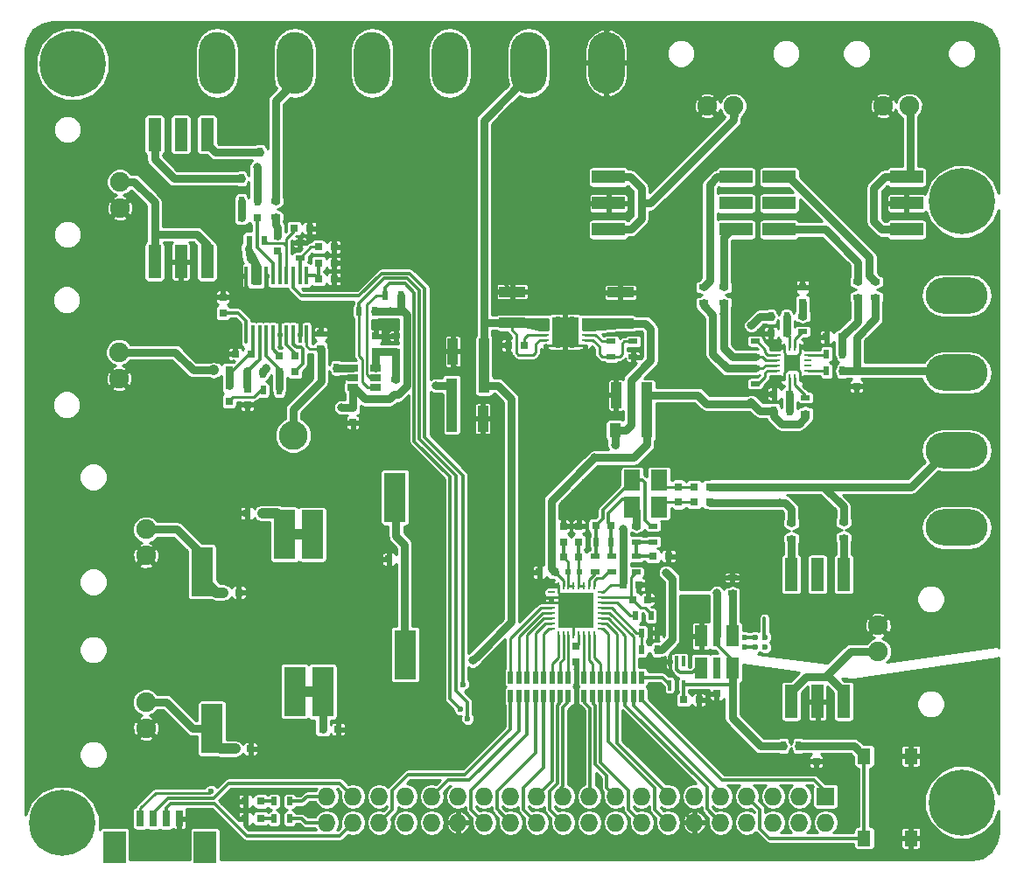
<source format=gbr>
G04 #@! TF.FileFunction,Copper,L1,Top,Signal*
%FSLAX46Y46*%
G04 Gerber Fmt 4.6, Leading zero omitted, Abs format (unit mm)*
G04 Created by KiCad (PCBNEW (2016-10-09 revision 6d27087)-master) date 2016 November 17, Thursday 15:53:54*
%MOMM*%
%LPD*%
G01*
G04 APERTURE LIST*
%ADD10C,0.100000*%
%ADD11C,6.400000*%
%ADD12R,0.250000X0.700000*%
%ADD13R,0.700000X0.250000*%
%ADD14R,1.725000X1.725000*%
%ADD15R,0.800000X0.750000*%
%ADD16R,0.750000X0.800000*%
%ADD17R,0.797560X0.797560*%
%ADD18R,0.300000X1.000000*%
%ADD19R,1.727200X1.727200*%
%ADD20O,1.727200X1.727200*%
%ADD21R,2.100000X4.800000*%
%ADD22R,2.100000X4.750000*%
%ADD23R,0.500000X0.900000*%
%ADD24R,0.900000X0.500000*%
%ADD25R,0.500000X1.200000*%
%ADD26R,1.300000X1.550000*%
%ADD27C,1.900000*%
%ADD28R,0.800000X2.100000*%
%ADD29R,1.300000X2.100000*%
%ADD30R,1.000000X2.500000*%
%ADD31R,2.500000X1.000000*%
%ADD32R,0.300000X1.800000*%
%ADD33O,0.300000X1.900000*%
%ADD34R,1.650000X1.650000*%
%ADD35R,0.250000X0.800000*%
%ADD36R,0.800000X0.250000*%
%ADD37O,0.900000X0.250000*%
%ADD38R,1.100000X1.400000*%
%ADD39R,1.060000X0.650000*%
%ADD40C,2.800000*%
%ADD41R,1.600000X2.000000*%
%ADD42R,0.600000X0.500000*%
%ADD43R,0.800000X1.500000*%
%ADD44R,2.200000X3.100000*%
%ADD45O,3.500000X6.000000*%
%ADD46O,6.000000X3.500000*%
%ADD47R,0.600000X0.250000*%
%ADD48R,2.600000X3.000000*%
%ADD49R,3.180000X1.270000*%
%ADD50R,1.270000X3.180000*%
%ADD51C,0.600000*%
%ADD52C,0.800000*%
%ADD53C,0.300000*%
%ADD54C,0.250000*%
%ADD55C,0.800000*%
%ADD56C,1.000000*%
%ADD57C,0.254000*%
G04 APERTURE END LIST*
D10*
D11*
X100000000Y-52500000D03*
X99000000Y-126000000D03*
X186000000Y-124000000D03*
X186000000Y-65825000D03*
D12*
X150455000Y-103025000D03*
X149955000Y-103025000D03*
X149455000Y-103025000D03*
X148955000Y-103025000D03*
X148455000Y-103025000D03*
X147955000Y-103025000D03*
X147455000Y-103025000D03*
X146955000Y-103025000D03*
D13*
X146305000Y-103675000D03*
X146305000Y-104175000D03*
X146305000Y-104675000D03*
X146305000Y-105175000D03*
X146305000Y-105675000D03*
X146305000Y-106175000D03*
X146305000Y-106675000D03*
X146305000Y-107175000D03*
D12*
X146955000Y-107825000D03*
X147455000Y-107825000D03*
X147955000Y-107825000D03*
X148455000Y-107825000D03*
X148955000Y-107825000D03*
X149455000Y-107825000D03*
X149955000Y-107825000D03*
X150455000Y-107825000D03*
D13*
X151105000Y-107175000D03*
X151105000Y-106675000D03*
X151105000Y-106175000D03*
X151105000Y-105675000D03*
X151105000Y-105175000D03*
X151105000Y-104675000D03*
X151105000Y-104175000D03*
X151105000Y-103675000D03*
D14*
X147842500Y-106287500D03*
X149567500Y-106287500D03*
X147842500Y-104562500D03*
X149567500Y-104562500D03*
D15*
X117205000Y-118815000D03*
X115705000Y-118815000D03*
X142148500Y-79747000D03*
X143648500Y-79747000D03*
X124180000Y-116940000D03*
X125680000Y-116940000D03*
X130600000Y-100450000D03*
X132100000Y-100450000D03*
X118355000Y-96015000D03*
X116855000Y-96015000D03*
X162305000Y-113480000D03*
X163805000Y-113480000D03*
X114580000Y-103690000D03*
X116080000Y-103690000D03*
X159080000Y-114080000D03*
X160580000Y-114080000D03*
X153250000Y-102950000D03*
X154750000Y-102950000D03*
X145155000Y-101725000D03*
X146655000Y-101725000D03*
D16*
X148705000Y-110425000D03*
X148705000Y-108925000D03*
D15*
X161605000Y-93450000D03*
X160105000Y-93450000D03*
X160100000Y-94950000D03*
X161600000Y-94950000D03*
D16*
X158605000Y-94950000D03*
X158605000Y-93450000D03*
D15*
X150605000Y-97200000D03*
X152105000Y-97200000D03*
D16*
X171935000Y-118540000D03*
X171935000Y-120040000D03*
D15*
X156155000Y-100175000D03*
X157655000Y-100175000D03*
X155655000Y-104375000D03*
X154155000Y-104375000D03*
D16*
X148955000Y-98775000D03*
X148955000Y-97275000D03*
D15*
X148955000Y-100275000D03*
X147455000Y-100275000D03*
D16*
X147455000Y-97275000D03*
X147455000Y-98775000D03*
D17*
X118185000Y-125580000D03*
X116686400Y-125580000D03*
X116705700Y-123910000D03*
X118204300Y-123910000D03*
D18*
X159080000Y-112655000D03*
X157780000Y-112655000D03*
X157780000Y-110355000D03*
X158430000Y-110355000D03*
X159080000Y-110355000D03*
D19*
X172830000Y-123425000D03*
D20*
X172830000Y-125965000D03*
X170290000Y-123425000D03*
X170290000Y-125965000D03*
X167750000Y-123425000D03*
X167750000Y-125965000D03*
X165210000Y-123425000D03*
X165210000Y-125965000D03*
X162670000Y-123425000D03*
X162670000Y-125965000D03*
X160130000Y-123425000D03*
X160130000Y-125965000D03*
X157590000Y-123425000D03*
X157590000Y-125965000D03*
X155050000Y-123425000D03*
X155050000Y-125965000D03*
X152510000Y-123425000D03*
X152510000Y-125965000D03*
X149970000Y-123425000D03*
X149970000Y-125965000D03*
X147430000Y-123425000D03*
X147430000Y-125965000D03*
X144890000Y-123425000D03*
X144890000Y-125965000D03*
X142350000Y-123425000D03*
X142350000Y-125965000D03*
X139810000Y-123425000D03*
X139810000Y-125965000D03*
X137270000Y-123425000D03*
X137270000Y-125965000D03*
X134730000Y-123425000D03*
X134730000Y-125965000D03*
X132190000Y-123425000D03*
X132190000Y-125965000D03*
X129650000Y-123425000D03*
X129650000Y-125965000D03*
X127110000Y-123425000D03*
X127110000Y-125965000D03*
X124570000Y-123425000D03*
X124570000Y-125965000D03*
D21*
X113480000Y-116865000D03*
D22*
X121480000Y-113265000D03*
D21*
X124180000Y-113290000D03*
D22*
X132180000Y-109690000D03*
X123180000Y-98065000D03*
D21*
X131180000Y-94465000D03*
D22*
X112505000Y-101665000D03*
D21*
X120505000Y-98065000D03*
D23*
X163805000Y-105230000D03*
X162305000Y-105230000D03*
D24*
X163800000Y-102225000D03*
X163800000Y-103725000D03*
X152106000Y-80866000D03*
X152106000Y-79366000D03*
X154201500Y-79378000D03*
X154201500Y-80878000D03*
D23*
X119495000Y-125580000D03*
X120995000Y-125580000D03*
X120995000Y-123910000D03*
X119495000Y-123910000D03*
X170225000Y-118540000D03*
X168725000Y-118540000D03*
X150605000Y-98800000D03*
X152105000Y-98800000D03*
D24*
X156155000Y-97275000D03*
X156155000Y-98775000D03*
X154505000Y-97275000D03*
X154505000Y-98775000D03*
D23*
X156530000Y-109225000D03*
X155030000Y-109225000D03*
X155030000Y-107575000D03*
X156530000Y-107575000D03*
D24*
X150505000Y-101700000D03*
X150505000Y-100200000D03*
X154505000Y-100200000D03*
X154505000Y-101700000D03*
X152180000Y-100200000D03*
X152180000Y-101700000D03*
D23*
X155955000Y-105950000D03*
X154455000Y-105950000D03*
D24*
X169525000Y-96950000D03*
X169525000Y-98450000D03*
X174575000Y-96875000D03*
X174575000Y-98375000D03*
X161000000Y-75625000D03*
X161000000Y-74125000D03*
X163000000Y-74125000D03*
X163000000Y-75625000D03*
D25*
X147955000Y-111900000D03*
X147155000Y-111900000D03*
X146355000Y-111900000D03*
X145555000Y-111900000D03*
X144755000Y-111900000D03*
X143955000Y-111900000D03*
X143155000Y-111900000D03*
X142355000Y-111900000D03*
X142355000Y-113700000D03*
X143155000Y-113700000D03*
X143955000Y-113700000D03*
X144755000Y-113700000D03*
X145555000Y-113700000D03*
X146355000Y-113700000D03*
X147155000Y-113700000D03*
X147955000Y-113700000D03*
X155055000Y-113700000D03*
X154255000Y-113700000D03*
X153455000Y-113700000D03*
X152655000Y-113700000D03*
X151855000Y-113700000D03*
X151055000Y-113700000D03*
X150255000Y-113700000D03*
X149455000Y-113700000D03*
X149455000Y-111900000D03*
X150255000Y-111900000D03*
X151055000Y-111900000D03*
X151855000Y-111900000D03*
X152655000Y-111900000D03*
X153455000Y-111900000D03*
X154255000Y-111900000D03*
X155055000Y-111900000D03*
D26*
X176575000Y-119535000D03*
X181075000Y-119535000D03*
X181075000Y-127485000D03*
X176575000Y-127485000D03*
D27*
X104580000Y-63920000D03*
X104580000Y-66460000D03*
D28*
X162306617Y-110989951D03*
D29*
X163806617Y-110989951D03*
X160806617Y-110989951D03*
X160806617Y-107889951D03*
D28*
X162306617Y-107889951D03*
D29*
X163806617Y-107889951D03*
D15*
X117230000Y-80590000D03*
X115730000Y-80590000D03*
X123780000Y-71790000D03*
X125280000Y-71790000D03*
D30*
X136775000Y-80350000D03*
X139775000Y-80350000D03*
X139675000Y-86850000D03*
X136675000Y-86850000D03*
D31*
X152995000Y-74627500D03*
X152995000Y-77627500D03*
D30*
X152550000Y-84575000D03*
X155550000Y-84575000D03*
D15*
X113630000Y-82140000D03*
X115130000Y-82140000D03*
D16*
X114530000Y-76590000D03*
X114530000Y-75090000D03*
X115130000Y-83640000D03*
X115130000Y-85140000D03*
X116905000Y-85490000D03*
X116905000Y-83990000D03*
D15*
X121480000Y-82290000D03*
X119980000Y-82290000D03*
X119980000Y-80740000D03*
X121480000Y-80740000D03*
X123780000Y-73340000D03*
X125280000Y-73340000D03*
D16*
X123980000Y-80090000D03*
X123980000Y-78590000D03*
D15*
X122905000Y-68415000D03*
X121405000Y-68415000D03*
X125280000Y-70215000D03*
X123780000Y-70215000D03*
X116330000Y-67365000D03*
X117830000Y-67365000D03*
D16*
X119830000Y-69140000D03*
X119830000Y-70640000D03*
X170605000Y-74125000D03*
X170605000Y-75625000D03*
D15*
X169355000Y-84475000D03*
X167855000Y-84475000D03*
X169055000Y-78575000D03*
X167555000Y-78575000D03*
D32*
X116780000Y-72990000D03*
X117430000Y-72990000D03*
X118080000Y-72990000D03*
X118730000Y-72990000D03*
X119380000Y-72990000D03*
X120030000Y-72990000D03*
X120680000Y-72990000D03*
X121330000Y-72990000D03*
X121980000Y-72990000D03*
X122630000Y-72990000D03*
X122630000Y-78690000D03*
X121980000Y-78690000D03*
X121330000Y-78690000D03*
X120680000Y-78690000D03*
X120030000Y-78690000D03*
X119380000Y-78690000D03*
X118730000Y-78690000D03*
X118080000Y-78690000D03*
X117430000Y-78690000D03*
D33*
X116780000Y-78690000D03*
D34*
X169605000Y-81425000D03*
D35*
X168855000Y-79925000D03*
X169355000Y-79925000D03*
X169855000Y-79925000D03*
X170355000Y-79925000D03*
D36*
X171105000Y-80675000D03*
X171105000Y-81175000D03*
X171105000Y-81675000D03*
X171105000Y-82175000D03*
D35*
X170355000Y-82925000D03*
X169855000Y-82925000D03*
X169355000Y-82925000D03*
X168855000Y-82925000D03*
D36*
X168105000Y-82175000D03*
X168105000Y-81675000D03*
X168105000Y-81175000D03*
D37*
X168105000Y-80675000D03*
D23*
X116880000Y-82440000D03*
X118380000Y-82440000D03*
X118580000Y-69590000D03*
X117080000Y-69590000D03*
D38*
X136675000Y-83650000D03*
X139775000Y-83650000D03*
X155550000Y-87975000D03*
X152450000Y-87975000D03*
D23*
X169355000Y-86075000D03*
X167855000Y-86075000D03*
X169055000Y-76975000D03*
X167555000Y-76975000D03*
X118480000Y-84090000D03*
X119980000Y-84090000D03*
X117830000Y-65765000D03*
X116330000Y-65765000D03*
D24*
X119630000Y-67290000D03*
X119630000Y-65790000D03*
X121980000Y-69790000D03*
X121980000Y-71290000D03*
X166005000Y-79350000D03*
X166005000Y-80850000D03*
X166005000Y-83475000D03*
X166005000Y-81975000D03*
X170605000Y-78425000D03*
X170605000Y-76925000D03*
D23*
X174430000Y-82225000D03*
X172930000Y-82225000D03*
D16*
X129305000Y-78840000D03*
X129305000Y-80340000D03*
X127105000Y-85740000D03*
X127105000Y-87240000D03*
D39*
X129305000Y-82890000D03*
X129305000Y-81940000D03*
X129305000Y-83840000D03*
X127105000Y-83840000D03*
X127105000Y-82890000D03*
X127105000Y-81940000D03*
D40*
X121325000Y-88450000D03*
D24*
X131255000Y-83040000D03*
X131255000Y-84540000D03*
X131255000Y-78840000D03*
X131255000Y-80340000D03*
D16*
X175830000Y-83700000D03*
X175830000Y-82200000D03*
D15*
X174430000Y-78950000D03*
X172930000Y-78950000D03*
D23*
X124005000Y-81940000D03*
X125505000Y-81940000D03*
D24*
X175925000Y-75100000D03*
X175925000Y-73600000D03*
X177650000Y-75100000D03*
X177650000Y-73600000D03*
X170905000Y-86325000D03*
X170905000Y-84825000D03*
D23*
X172930000Y-80575000D03*
X174430000Y-80575000D03*
X129180000Y-76465000D03*
X127680000Y-76465000D03*
X131705000Y-74915000D03*
X130205000Y-74915000D03*
X117825000Y-63600000D03*
X116325000Y-63600000D03*
X119625000Y-61050000D03*
X118125000Y-61050000D03*
D27*
X104500000Y-80420000D03*
X104500000Y-82960000D03*
X107080000Y-114295000D03*
X107080000Y-116835000D03*
X107080000Y-100120000D03*
X107080000Y-97580000D03*
X177920000Y-106840000D03*
X177920000Y-109380000D03*
X163920000Y-56580000D03*
X161380000Y-56580000D03*
X178380000Y-56580000D03*
X180920000Y-56580000D03*
D41*
X156730000Y-92825000D03*
X154130000Y-92825000D03*
X154105000Y-95400000D03*
X156705000Y-95400000D03*
D42*
X147955000Y-101675000D03*
X149055000Y-101675000D03*
D43*
X106550000Y-125575000D03*
X107800000Y-125575000D03*
X109050000Y-125575000D03*
X110300000Y-125575000D03*
D44*
X104050000Y-128325000D03*
X112800000Y-128325000D03*
D45*
X144130000Y-52400000D03*
X151630000Y-52400000D03*
X113975000Y-52400000D03*
X121475000Y-52400000D03*
X128975000Y-52400000D03*
X136475000Y-52400000D03*
D46*
X185500000Y-74910000D03*
X185500000Y-82410000D03*
X185500000Y-89910000D03*
X185500000Y-97410000D03*
D47*
X149560000Y-77220000D03*
X149560000Y-77720000D03*
X149560000Y-78220000D03*
X149560000Y-78720000D03*
X149560000Y-79220000D03*
X149560000Y-79720000D03*
X145760000Y-79720000D03*
X145760000Y-79220000D03*
X145760000Y-78720000D03*
X145760000Y-78220000D03*
X145760000Y-77720000D03*
X145760000Y-77220000D03*
D48*
X147660000Y-78470000D03*
D31*
X142530000Y-77560000D03*
X142530000Y-74560000D03*
D49*
X168340000Y-66000000D03*
X168340000Y-63460000D03*
X168340000Y-68540000D03*
X180660000Y-68540000D03*
X180660000Y-66000000D03*
X180660000Y-63460000D03*
D50*
X113000000Y-71660000D03*
X110460000Y-71660000D03*
X107920000Y-71660000D03*
X107920000Y-59340000D03*
X113000000Y-59340000D03*
X110460000Y-59340000D03*
X174590000Y-114235000D03*
X172050000Y-114235000D03*
X169510000Y-114235000D03*
X169510000Y-101915000D03*
X174590000Y-101915000D03*
X172050000Y-101915000D03*
D49*
X164160000Y-66000000D03*
X164160000Y-68540000D03*
X164160000Y-63460000D03*
X151840000Y-63460000D03*
X151840000Y-66000000D03*
X151840000Y-68540000D03*
D51*
X167000000Y-109000000D03*
X166000000Y-109000000D03*
X165000000Y-109000000D03*
X165000000Y-108000000D03*
X166000000Y-108000000D03*
X167000000Y-108000000D03*
X156000000Y-102000000D03*
X144000000Y-104500000D03*
X159000000Y-103000000D03*
X160000000Y-103000000D03*
X161000000Y-103000000D03*
X161000000Y-102000000D03*
X159000000Y-102000000D03*
X160000000Y-102000000D03*
X160000000Y-101000000D03*
X159000000Y-101000000D03*
X159000000Y-100000000D03*
X157000000Y-98000000D03*
X158000000Y-99000000D03*
X149500000Y-93000000D03*
X150500000Y-93000000D03*
X151500000Y-94000000D03*
X150500000Y-94000000D03*
X149500000Y-94000000D03*
X148500000Y-94000000D03*
X147500000Y-95000000D03*
X148500000Y-95000000D03*
X149500000Y-95000000D03*
X150500000Y-95000000D03*
X150500000Y-96000000D03*
X149500000Y-96000000D03*
X148500000Y-96000000D03*
X147500000Y-96000000D03*
X148250000Y-118250000D03*
X149250000Y-118250000D03*
X149250000Y-117250000D03*
X148250000Y-117250000D03*
X148250000Y-116250000D03*
X149250000Y-116250000D03*
X149250000Y-115250000D03*
X148250000Y-115250000D03*
X148700000Y-112800000D03*
X153500000Y-116000000D03*
X154500000Y-117000000D03*
X153500000Y-117000000D03*
X153500000Y-118000000D03*
X154500000Y-118000000D03*
X155500000Y-118000000D03*
X156000000Y-103000000D03*
X157000000Y-103000000D03*
X157000000Y-104000000D03*
X157000000Y-105000000D03*
X157000000Y-106000000D03*
X159000000Y-105000000D03*
X159000000Y-106000000D03*
X159000000Y-107000000D03*
X160000000Y-106000000D03*
X160000000Y-105000000D03*
X161000000Y-105000000D03*
X181000000Y-121000000D03*
X182000000Y-121000000D03*
X183000000Y-121000000D03*
X183000000Y-120000000D03*
X183000000Y-119000000D03*
X183000000Y-118000000D03*
X182000000Y-118000000D03*
X181000000Y-118000000D03*
X171000000Y-120000000D03*
X171000000Y-121000000D03*
X172000000Y-121000000D03*
X173000000Y-121000000D03*
X173000000Y-120000000D03*
X161500000Y-115000000D03*
X160500000Y-115000000D03*
X159500000Y-115000000D03*
X158500000Y-115000000D03*
X158500000Y-116000000D03*
X159500000Y-116000000D03*
X160500000Y-116000000D03*
X161500000Y-116000000D03*
X162500000Y-116000000D03*
X162500000Y-115000000D03*
X146000000Y-103000000D03*
X145000000Y-100500000D03*
X144000000Y-100500000D03*
X144000000Y-101500000D03*
X144000000Y-102500000D03*
X144000000Y-103500000D03*
X145000000Y-103500000D03*
X168000000Y-83500000D03*
X174000000Y-84000000D03*
X174000000Y-85000000D03*
X175000000Y-85000000D03*
X176000000Y-85000000D03*
X177000000Y-85000000D03*
X177000000Y-84000000D03*
X168000000Y-79500000D03*
X172000000Y-80000000D03*
X174000000Y-78000000D03*
X173000000Y-78000000D03*
X172000000Y-78000000D03*
X172000000Y-79000000D03*
X171500000Y-74500000D03*
X171500000Y-73500000D03*
X171500000Y-72500000D03*
X170500000Y-72500000D03*
X169500000Y-72500000D03*
X169500000Y-73500000D03*
X169500000Y-74500000D03*
X125000000Y-67000000D03*
X126000000Y-67000000D03*
X127000000Y-67000000D03*
X127000000Y-68000000D03*
X126000000Y-68000000D03*
X125000000Y-68000000D03*
X129000000Y-69000000D03*
X128000000Y-69000000D03*
X128000000Y-70000000D03*
X129000000Y-70000000D03*
X129000000Y-71000000D03*
X129000000Y-72000000D03*
X128000000Y-72000000D03*
X128000000Y-71000000D03*
X127000000Y-71000000D03*
X127000000Y-70000000D03*
X127000000Y-69000000D03*
X126000000Y-69000000D03*
X125000000Y-69000000D03*
X124000000Y-69000000D03*
X124000000Y-68000000D03*
X124000000Y-67000000D03*
X123000000Y-67000000D03*
X122000000Y-67000000D03*
X115500000Y-74000000D03*
X113500000Y-76000000D03*
X115500000Y-75000000D03*
X114500000Y-74000000D03*
X113500000Y-74000000D03*
X113500000Y-75000000D03*
X115500000Y-79000000D03*
X114500000Y-79000000D03*
X114500000Y-80000000D03*
X114500000Y-81000000D03*
X115500000Y-86500000D03*
X116500000Y-86500000D03*
X117500000Y-86500000D03*
X118500000Y-86500000D03*
X118500000Y-85500000D03*
X125000000Y-83000000D03*
X125000000Y-84000000D03*
X126000000Y-84000000D03*
X126000000Y-83000000D03*
X125500000Y-87500000D03*
X125500000Y-88500000D03*
X126500000Y-88500000D03*
X127500000Y-88500000D03*
X128500000Y-88500000D03*
X128500000Y-87500000D03*
X128500000Y-86500000D03*
X150000000Y-76000000D03*
X149000000Y-76000000D03*
X148000000Y-76000000D03*
X147000000Y-76000000D03*
X146000000Y-76000000D03*
X150000000Y-80500000D03*
X149000000Y-80500000D03*
X148000000Y-80500000D03*
X147000000Y-80500000D03*
X146000000Y-80500000D03*
X154000000Y-73000000D03*
X155000000Y-73000000D03*
X155000000Y-74000000D03*
X155000000Y-75000000D03*
X155000000Y-76000000D03*
X154000000Y-76000000D03*
X153000000Y-76000000D03*
X152000000Y-76000000D03*
X151000000Y-76000000D03*
X151000000Y-75000000D03*
X151000000Y-74000000D03*
X151000000Y-73000000D03*
X152000000Y-73000000D03*
X153000000Y-73000000D03*
X141000000Y-76000000D03*
X142000000Y-76000000D03*
X143000000Y-76000000D03*
X144000000Y-76000000D03*
X145000000Y-76000000D03*
X145000000Y-75000000D03*
X145000000Y-74000000D03*
X145000000Y-73000000D03*
X144000000Y-73000000D03*
X143000000Y-73000000D03*
X142000000Y-73000000D03*
X141000000Y-73000000D03*
X138000000Y-81000000D03*
X138000000Y-82000000D03*
X137000000Y-82000000D03*
X136000000Y-82000000D03*
X135000000Y-82000000D03*
X135000000Y-81000000D03*
X135000000Y-80000000D03*
X135000000Y-79000000D03*
X135000000Y-78000000D03*
X136000000Y-78000000D03*
X137000000Y-78000000D03*
X138000000Y-78000000D03*
X138000000Y-79000000D03*
X138000000Y-80000000D03*
X139000000Y-85000000D03*
X138000000Y-85000000D03*
X138000000Y-86000000D03*
X138000000Y-87000000D03*
X138000000Y-88000000D03*
X138000000Y-89000000D03*
X139000000Y-89000000D03*
X140000000Y-89000000D03*
X141000000Y-89000000D03*
X141000000Y-88000000D03*
X141000000Y-87000000D03*
X141000000Y-86000000D03*
X141000000Y-85000000D03*
X140000000Y-85000000D03*
X152500000Y-86500000D03*
X151500000Y-86500000D03*
X150500000Y-86500000D03*
X150500000Y-85500000D03*
X150500000Y-84500000D03*
X150500000Y-83500000D03*
X150500000Y-82500000D03*
X151500000Y-82500000D03*
X152500000Y-82500000D03*
X148326000Y-77209500D03*
X148326000Y-78054500D03*
X148326000Y-78899500D03*
X148326000Y-79744500D03*
X146996000Y-79744500D03*
X146996000Y-78899500D03*
X146996000Y-78054500D03*
X146996000Y-77209500D03*
X114600000Y-126000000D03*
X114100000Y-125500000D03*
X113600000Y-125000000D03*
X114600000Y-124000000D03*
X115100000Y-124500000D03*
X115600000Y-125000000D03*
X147842500Y-106287500D03*
X149567500Y-106287500D03*
X149567500Y-104562500D03*
X147842500Y-104562500D03*
X130250000Y-78405000D03*
X172085000Y-83255000D03*
X171655000Y-83845000D03*
X171345000Y-83215000D03*
X125490000Y-78345000D03*
X125490000Y-79475000D03*
X126210000Y-80285000D03*
X126500000Y-79135000D03*
X126530000Y-77925000D03*
X131155000Y-77490000D03*
X130230000Y-77490000D03*
X129305000Y-77490000D03*
X163500000Y-100000000D03*
X164500000Y-100000000D03*
X164500000Y-101000000D03*
X163500000Y-101000000D03*
D52*
X138700000Y-110275000D03*
X117250000Y-71150000D03*
X130750000Y-76465000D03*
X132305001Y-83689999D03*
X135125000Y-83650000D03*
X118730000Y-81990000D03*
X126005000Y-85765000D03*
D51*
X113390380Y-122940380D03*
X148705000Y-108925000D03*
D52*
X162300000Y-103725000D03*
X152450000Y-89375000D03*
X157424998Y-101750000D03*
X150500000Y-90625000D03*
X153230001Y-97555001D03*
X165650000Y-85250000D03*
X165650000Y-77825000D03*
D51*
X137750010Y-112575000D03*
X137475000Y-114975000D03*
X138200000Y-115900000D03*
D52*
X175925000Y-77455000D03*
X117825000Y-62475000D03*
X163000000Y-76675000D03*
X161900000Y-76800000D03*
X168400000Y-94974998D03*
D53*
X165000000Y-109000000D02*
X166000000Y-109000000D01*
X166000000Y-108000000D02*
X165000000Y-108000000D01*
X166910000Y-106160000D02*
X166910000Y-107910000D01*
X166910000Y-107910000D02*
X167000000Y-108000000D01*
X156000000Y-103000000D02*
X156000000Y-102000000D01*
X144000000Y-103500000D02*
X144000000Y-104500000D01*
X160000000Y-103000000D02*
X159000000Y-103000000D01*
X161000000Y-102000000D02*
X161000000Y-103000000D01*
X160000000Y-102000000D02*
X159000000Y-102000000D01*
X159000000Y-101000000D02*
X160000000Y-101000000D01*
X158000000Y-99000000D02*
X159000000Y-100000000D01*
X157655000Y-100175000D02*
X157655000Y-99345000D01*
X157655000Y-99345000D02*
X158000000Y-99000000D01*
X151500000Y-94000000D02*
X150500000Y-93000000D01*
X149500000Y-94000000D02*
X150500000Y-94000000D01*
X148500000Y-95000000D02*
X148500000Y-94000000D01*
X149500000Y-95000000D02*
X148500000Y-95000000D01*
X150500000Y-96000000D02*
X150500000Y-95000000D01*
X148500000Y-96000000D02*
X149500000Y-96000000D01*
X147455000Y-97275000D02*
X147455000Y-96045000D01*
X147455000Y-96045000D02*
X147500000Y-96000000D01*
X149250000Y-118250000D02*
X148250000Y-118250000D01*
X148250000Y-117250000D02*
X149250000Y-117250000D01*
X149250000Y-116250000D02*
X148250000Y-116250000D01*
X148250000Y-115250000D02*
X149250000Y-115250000D01*
X148705000Y-110425000D02*
X148705000Y-112795000D01*
X148705000Y-112795000D02*
X148700000Y-112800000D01*
X153500000Y-117000000D02*
X154500000Y-117000000D01*
X154500000Y-118000000D02*
X153500000Y-118000000D01*
X160130000Y-125965000D02*
X158916399Y-124751399D01*
X158916399Y-124751399D02*
X158916399Y-121416399D01*
X158916399Y-121416399D02*
X155500000Y-118000000D01*
X157000000Y-103000000D02*
X156000000Y-103000000D01*
X157000000Y-105000000D02*
X157000000Y-104000000D01*
X156530000Y-107575000D02*
X157000000Y-107105000D01*
X157000000Y-107105000D02*
X157000000Y-106000000D01*
X159000000Y-107000000D02*
X159000000Y-106000000D01*
X160000000Y-105000000D02*
X160000000Y-106000000D01*
X160806617Y-107889951D02*
X160806617Y-105193383D01*
X160806617Y-105193383D02*
X161000000Y-105000000D01*
X163800000Y-102225000D02*
X163800000Y-101300000D01*
X163800000Y-101300000D02*
X163500000Y-101000000D01*
X183000000Y-121000000D02*
X182000000Y-121000000D01*
X183000000Y-119000000D02*
X183000000Y-120000000D01*
X182000000Y-118000000D02*
X183000000Y-118000000D01*
X181075000Y-119535000D02*
X181075000Y-118075000D01*
X181075000Y-118075000D02*
X181000000Y-118000000D01*
X171000000Y-121000000D02*
X171000000Y-120000000D01*
X173000000Y-121000000D02*
X172000000Y-121000000D01*
X171935000Y-120040000D02*
X172960000Y-120040000D01*
X172960000Y-120040000D02*
X173000000Y-120000000D01*
X160500000Y-115000000D02*
X161500000Y-115000000D01*
X158500000Y-115000000D02*
X159500000Y-115000000D01*
X159500000Y-116000000D02*
X158500000Y-116000000D01*
X161500000Y-116000000D02*
X160500000Y-116000000D01*
X162305000Y-113480000D02*
X162305000Y-114805000D01*
X162305000Y-114805000D02*
X162500000Y-115000000D01*
X146955000Y-103025000D02*
X146025000Y-103025000D01*
X146025000Y-103025000D02*
X146000000Y-103000000D01*
X145155000Y-100655000D02*
X145000000Y-100500000D01*
X145155000Y-101725000D02*
X145155000Y-100655000D01*
X144000000Y-100500000D02*
X144000000Y-101500000D01*
X144000000Y-102500000D02*
X144000000Y-103500000D01*
X167855000Y-84475000D02*
X167855000Y-83645000D01*
X167855000Y-83645000D02*
X168000000Y-83500000D01*
X175000000Y-85000000D02*
X174000000Y-85000000D01*
X177000000Y-85000000D02*
X176000000Y-85000000D01*
X175830000Y-83700000D02*
X176700000Y-83700000D01*
X176700000Y-83700000D02*
X177000000Y-84000000D01*
X167555000Y-78575000D02*
X167555000Y-79055000D01*
X167555000Y-79055000D02*
X168000000Y-79500000D01*
X172000000Y-79000000D02*
X172000000Y-80000000D01*
X172000000Y-78000000D02*
X173000000Y-78000000D01*
X172930000Y-78950000D02*
X172050000Y-78950000D01*
X172050000Y-78950000D02*
X172000000Y-79000000D01*
X171500000Y-73500000D02*
X171500000Y-74500000D01*
X170500000Y-72500000D02*
X171500000Y-72500000D01*
X169500000Y-73500000D02*
X169500000Y-72500000D01*
X170605000Y-74125000D02*
X169875000Y-74125000D01*
X169875000Y-74125000D02*
X169500000Y-74500000D01*
X126000000Y-67000000D02*
X125000000Y-67000000D01*
X126000000Y-68000000D02*
X127000000Y-68000000D01*
X124000000Y-68000000D02*
X125000000Y-68000000D01*
X128000000Y-70000000D02*
X128000000Y-69000000D01*
X129000000Y-71000000D02*
X129000000Y-70000000D01*
X128000000Y-72000000D02*
X129000000Y-72000000D01*
X127000000Y-71000000D02*
X128000000Y-71000000D01*
X127000000Y-69000000D02*
X127000000Y-70000000D01*
X125000000Y-69000000D02*
X126000000Y-69000000D01*
X124000000Y-68000000D02*
X124000000Y-69000000D01*
X123000000Y-67000000D02*
X124000000Y-67000000D01*
X122905000Y-68415000D02*
X122905000Y-67905000D01*
X122905000Y-67905000D02*
X122000000Y-67000000D01*
X114530000Y-75090000D02*
X114530000Y-75065000D01*
X113500000Y-75000000D02*
X113500000Y-76000000D01*
X113500000Y-74000000D02*
X114500000Y-74000000D01*
X114530000Y-75090000D02*
X113590000Y-75090000D01*
X113590000Y-75090000D02*
X113500000Y-75000000D01*
X114500000Y-80000000D02*
X114500000Y-79000000D01*
X115730000Y-80590000D02*
X114910000Y-80590000D01*
X114910000Y-80590000D02*
X114500000Y-81000000D01*
X116500000Y-86500000D02*
X115500000Y-86500000D01*
X118500000Y-86500000D02*
X117500000Y-86500000D01*
X116905000Y-85490000D02*
X118490000Y-85490000D01*
X118490000Y-85490000D02*
X118500000Y-85500000D01*
X126000000Y-84000000D02*
X125000000Y-84000000D01*
X127105000Y-82890000D02*
X126110000Y-82890000D01*
X126110000Y-82890000D02*
X126000000Y-83000000D01*
X125500000Y-88500000D02*
X125500000Y-87500000D01*
X127500000Y-88500000D02*
X126500000Y-88500000D01*
X128500000Y-87500000D02*
X128500000Y-88500000D01*
X127105000Y-87240000D02*
X127760000Y-87240000D01*
X127760000Y-87240000D02*
X128500000Y-86500000D01*
X148000000Y-76000000D02*
X149000000Y-76000000D01*
X146000000Y-76000000D02*
X147000000Y-76000000D01*
X149000000Y-80500000D02*
X150000000Y-80500000D01*
X147000000Y-80500000D02*
X148000000Y-80500000D01*
X145760000Y-79720000D02*
X145760000Y-80260000D01*
X145760000Y-80260000D02*
X146000000Y-80500000D01*
X155000000Y-74000000D02*
X155000000Y-73000000D01*
X155000000Y-76000000D02*
X155000000Y-75000000D01*
X153000000Y-76000000D02*
X154000000Y-76000000D01*
X151000000Y-76000000D02*
X152000000Y-76000000D01*
X151000000Y-74000000D02*
X151000000Y-75000000D01*
X152000000Y-73000000D02*
X151000000Y-73000000D01*
X152995000Y-74627500D02*
X152995000Y-73005000D01*
X152995000Y-73005000D02*
X153000000Y-73000000D01*
X143000000Y-76000000D02*
X142000000Y-76000000D01*
X145000000Y-76000000D02*
X144000000Y-76000000D01*
X145000000Y-74000000D02*
X145000000Y-75000000D01*
X144000000Y-73000000D02*
X145000000Y-73000000D01*
X142000000Y-73000000D02*
X143000000Y-73000000D01*
X142530000Y-74560000D02*
X142530000Y-74530000D01*
X142530000Y-74530000D02*
X141000000Y-73000000D01*
X137000000Y-82000000D02*
X138000000Y-82000000D01*
X135000000Y-82000000D02*
X136000000Y-82000000D01*
X135000000Y-80000000D02*
X135000000Y-81000000D01*
X135000000Y-78000000D02*
X135000000Y-79000000D01*
X137000000Y-78000000D02*
X136000000Y-78000000D01*
X138000000Y-79000000D02*
X138000000Y-78000000D01*
X136775000Y-80350000D02*
X137650000Y-80350000D01*
X137650000Y-80350000D02*
X138000000Y-80000000D01*
X138000000Y-86000000D02*
X138000000Y-85000000D01*
X138000000Y-88000000D02*
X138000000Y-87000000D01*
X139000000Y-89000000D02*
X138000000Y-89000000D01*
X141000000Y-89000000D02*
X140000000Y-89000000D01*
X141000000Y-87000000D02*
X141000000Y-88000000D01*
X141000000Y-85000000D02*
X141000000Y-86000000D01*
X139675000Y-86850000D02*
X139675000Y-85325000D01*
X139675000Y-85325000D02*
X140000000Y-85000000D01*
X151500000Y-86500000D02*
X152500000Y-86500000D01*
X150500000Y-85500000D02*
X150500000Y-86500000D01*
X150500000Y-83500000D02*
X150500000Y-84500000D01*
X151500000Y-82500000D02*
X150500000Y-82500000D01*
X152550000Y-84575000D02*
X152550000Y-82550000D01*
X152550000Y-82550000D02*
X152500000Y-82500000D01*
D54*
X145761000Y-79727000D02*
X146978500Y-79727000D01*
X146978500Y-79727000D02*
X146996000Y-79744500D01*
X149561000Y-79727000D02*
X148343500Y-79727000D01*
X148343500Y-79727000D02*
X148326000Y-79744500D01*
D53*
X113600000Y-125000000D02*
X114100000Y-125500000D01*
X115100000Y-124500000D02*
X114600000Y-124000000D01*
X116686400Y-125580000D02*
X116180000Y-125580000D01*
X116180000Y-125580000D02*
X115600000Y-125000000D01*
D54*
X146305000Y-104675000D02*
X145705000Y-104675000D01*
X145705000Y-104675000D02*
X145155000Y-104125000D01*
X145155000Y-104125000D02*
X145155000Y-102350000D01*
X145155000Y-102350000D02*
X145155000Y-101725000D01*
X146305000Y-104175000D02*
X147455000Y-104175000D01*
X147455000Y-104175000D02*
X147842500Y-104562500D01*
X146955000Y-103025000D02*
X146955000Y-103264998D01*
X146955000Y-103264998D02*
X147004999Y-103314997D01*
X147004999Y-103314997D02*
X147004999Y-103724999D01*
X147004999Y-103724999D02*
X147842500Y-104562500D01*
X149567500Y-104562500D02*
X147842500Y-104562500D01*
X146305000Y-104675000D02*
X147730000Y-104675000D01*
X147730000Y-104675000D02*
X147842500Y-104562500D01*
X147842500Y-104562500D02*
X147842500Y-106287500D01*
X147842500Y-106287500D02*
X149567500Y-106287500D01*
X148455000Y-107825000D02*
X148455000Y-106900000D01*
X148455000Y-106900000D02*
X147842500Y-106287500D01*
X168855000Y-79925000D02*
X168855000Y-80463590D01*
X168855000Y-80463590D02*
X168880010Y-80488600D01*
X168880010Y-80700010D02*
X169605000Y-81425000D01*
X168880010Y-80488600D02*
X168880010Y-80700010D01*
X168855000Y-82350000D02*
X168855000Y-82925000D01*
D53*
X122905000Y-68415000D02*
X122905000Y-69090000D01*
X122730000Y-69790000D02*
X121980000Y-69790000D01*
X122905000Y-69090000D02*
X122780000Y-69215000D01*
X122780000Y-69215000D02*
X122780000Y-69740000D01*
X122780000Y-69740000D02*
X122730000Y-69790000D01*
X121980000Y-69540000D02*
X122380000Y-69140000D01*
X121980000Y-69790000D02*
X121980000Y-69540000D01*
D54*
X130230000Y-77490000D02*
X130230000Y-78385000D01*
X130230000Y-78385000D02*
X130250000Y-78405000D01*
X170355000Y-83035000D02*
X171165000Y-83845000D01*
X171165000Y-83845000D02*
X171655000Y-83845000D01*
X170355000Y-82925000D02*
X170355000Y-83035000D01*
X170845000Y-82925000D02*
X170854999Y-82915001D01*
X170854999Y-82915001D02*
X171045001Y-82915001D01*
X171045001Y-82915001D02*
X171345000Y-83215000D01*
X170355000Y-82925000D02*
X170845000Y-82925000D01*
X171655000Y-83845000D02*
X171655000Y-83685000D01*
X171655000Y-83685000D02*
X172085000Y-83255000D01*
X170355000Y-79925000D02*
X170395000Y-79925000D01*
D55*
X126210000Y-80285000D02*
X126210000Y-80195000D01*
X126210000Y-80195000D02*
X125490000Y-79475000D01*
X126530000Y-77925000D02*
X126530000Y-79105000D01*
X126530000Y-79105000D02*
X126500000Y-79135000D01*
D54*
X139675000Y-86850000D02*
X139675000Y-86100000D01*
X116905000Y-85490000D02*
X116805000Y-85490000D01*
X131155000Y-77490000D02*
X131155000Y-78740000D01*
X131155000Y-78740000D02*
X131255000Y-78840000D01*
X130230000Y-77490000D02*
X131155000Y-77490000D01*
X129305000Y-78840000D02*
X129305000Y-77490000D01*
X170355000Y-80500000D02*
X169605000Y-81250000D01*
X169605000Y-81250000D02*
X169605000Y-81425000D01*
X170355000Y-79925000D02*
X170355000Y-80500000D01*
X170355000Y-82325000D02*
X169605000Y-81575000D01*
X169605000Y-81575000D02*
X169605000Y-81425000D01*
X170355000Y-82925000D02*
X170355000Y-82325000D01*
X168855000Y-82350000D02*
X169605000Y-81600000D01*
X169605000Y-81600000D02*
X169605000Y-81425000D01*
D53*
X124755000Y-86065000D02*
X125930000Y-87240000D01*
X125930000Y-87240000D02*
X127105000Y-87240000D01*
X124755000Y-85365000D02*
X124755000Y-86065000D01*
X117155000Y-74565000D02*
X118355000Y-74565000D01*
X118355000Y-74565000D02*
X118730000Y-74190000D01*
X118730000Y-74190000D02*
X118730000Y-72990000D01*
X116780000Y-72990000D02*
X116780000Y-74190000D01*
X116780000Y-74190000D02*
X117155000Y-74565000D01*
X121980000Y-78690000D02*
X121980000Y-77315000D01*
X121980000Y-77315000D02*
X121730000Y-77065000D01*
X121730000Y-77065000D02*
X120230000Y-77065000D01*
X120230000Y-77065000D02*
X120030000Y-77265000D01*
X120030000Y-77265000D02*
X120030000Y-78690000D01*
X164500000Y-101000000D02*
X164500000Y-100000000D01*
D55*
X107080000Y-80420000D02*
X104500000Y-80420000D01*
X113630000Y-82140000D02*
X111640000Y-82140000D01*
X109920000Y-80420000D02*
X107080000Y-80420000D01*
X111640000Y-82140000D02*
X109920000Y-80420000D01*
D56*
X113630000Y-82140000D02*
X113605000Y-82140000D01*
D54*
X145760000Y-77720000D02*
X142690000Y-77720000D01*
X142690000Y-77720000D02*
X142530000Y-77560000D01*
X145760000Y-77220000D02*
X145760000Y-77720000D01*
X145760000Y-78220000D02*
X145760000Y-77720000D01*
X145760000Y-79220000D02*
X145210000Y-79220000D01*
X145210000Y-79220000D02*
X144800000Y-79630000D01*
X144800000Y-79630000D02*
X144800000Y-80420000D01*
X144800000Y-80420000D02*
X144560000Y-80660000D01*
X144560000Y-80660000D02*
X143100000Y-80660000D01*
X143100000Y-80660000D02*
X142900000Y-80460000D01*
X142900000Y-80460000D02*
X142900000Y-78680000D01*
X142900000Y-78680000D02*
X142530000Y-78310000D01*
X142530000Y-78310000D02*
X142530000Y-77560000D01*
D55*
X142530000Y-77560000D02*
X139874000Y-77560000D01*
X139874000Y-77560000D02*
X139775000Y-77461000D01*
X139775000Y-57975000D02*
X139775000Y-77461000D01*
X139775000Y-77461000D02*
X139775000Y-80350000D01*
X144130000Y-52400000D02*
X144130000Y-53620000D01*
X144130000Y-53620000D02*
X139775000Y-57975000D01*
X142425000Y-106550000D02*
X139099999Y-109875001D01*
X139099999Y-109875001D02*
X138700000Y-110275000D01*
X142425000Y-84950000D02*
X142425000Y-106550000D01*
X139775000Y-83650000D02*
X141125000Y-83650000D01*
X141125000Y-83650000D02*
X142425000Y-84950000D01*
D56*
X139775000Y-80350000D02*
X139775000Y-83650000D01*
D55*
X130750000Y-76465000D02*
X132005000Y-76465000D01*
X129180000Y-76465000D02*
X130750000Y-76465000D01*
X136675000Y-83650000D02*
X135125000Y-83650000D01*
X118380000Y-82440000D02*
X118380000Y-82340000D01*
X118380000Y-82340000D02*
X118730000Y-81990000D01*
X136650000Y-83675000D02*
X136675000Y-83650000D01*
X132005000Y-76465000D02*
X132305001Y-76765001D01*
X131255000Y-84540000D02*
X131455000Y-84540000D01*
X131455000Y-84540000D02*
X132305001Y-83689999D01*
X132305001Y-83689999D02*
X132305001Y-76765001D01*
X132305001Y-76765001D02*
X131705000Y-76165000D01*
X131705000Y-76165000D02*
X131705000Y-74915000D01*
X126005000Y-85765000D02*
X127080000Y-85765000D01*
X127080000Y-85765000D02*
X127105000Y-85740000D01*
X131255000Y-84540000D02*
X131055000Y-84540000D01*
X128280000Y-84965000D02*
X127155000Y-83840000D01*
X131055000Y-84540000D02*
X130630000Y-84965000D01*
X127155000Y-83840000D02*
X127105000Y-83840000D01*
X130630000Y-84965000D02*
X128280000Y-84965000D01*
X118380000Y-82440000D02*
X118380000Y-82240000D01*
D53*
X117430000Y-72990000D02*
X117430000Y-71890000D01*
D56*
X136675000Y-83650000D02*
X136675000Y-86850000D01*
D55*
X127105000Y-83840000D02*
X127105000Y-85740000D01*
X168725000Y-118540000D02*
X166540000Y-118540000D01*
D54*
X149560000Y-77720000D02*
X149560000Y-78220000D01*
X149560000Y-77220000D02*
X149560000Y-77720000D01*
X152653500Y-77969000D02*
X152995000Y-77627500D01*
D55*
X154011000Y-87430500D02*
X154011000Y-83112500D01*
X154011000Y-83112500D02*
X155916000Y-81207500D01*
X155916000Y-81207500D02*
X155916000Y-78159500D01*
X155916000Y-78159500D02*
X155384000Y-77627500D01*
X155384000Y-77627500D02*
X152995000Y-77627500D01*
X153466500Y-87975000D02*
X154011000Y-87430500D01*
X152450000Y-87975000D02*
X153466500Y-87975000D01*
D54*
X152594500Y-77227000D02*
X152995000Y-77627500D01*
X109048253Y-123124980D02*
X113205780Y-123124980D01*
X113205780Y-123124980D02*
X113390380Y-122940380D01*
X106550000Y-125575000D02*
X106550000Y-124575000D01*
X106550000Y-124575000D02*
X108000020Y-123124980D01*
X108000020Y-123124980D02*
X109048253Y-123124980D01*
D55*
X163805000Y-113480000D02*
X163805000Y-115805000D01*
X163805000Y-115805000D02*
X166540000Y-118540000D01*
X162305000Y-103730000D02*
X162300000Y-103725000D01*
X162305000Y-105230000D02*
X162305000Y-103730000D01*
X152450000Y-87975000D02*
X152450000Y-89375000D01*
X152425000Y-88000000D02*
X152450000Y-87975000D01*
D53*
X163806617Y-110989951D02*
X163806617Y-110219953D01*
X163806617Y-110219953D02*
X162306617Y-108719953D01*
X162306617Y-108719953D02*
X162306617Y-107889951D01*
X159080000Y-114080000D02*
X159080000Y-112655000D01*
X159080000Y-112655000D02*
X159155000Y-112580000D01*
X159155000Y-112580000D02*
X163780000Y-112580000D01*
X163780000Y-112580000D02*
X163805000Y-112555000D01*
D55*
X163805000Y-113480000D02*
X163805000Y-112555000D01*
X163805000Y-112555000D02*
X163805000Y-110991568D01*
X162305000Y-105230000D02*
X162305000Y-107888334D01*
X162305000Y-107888334D02*
X162306617Y-107889951D01*
X163805000Y-110991568D02*
X163806617Y-110989951D01*
D54*
X148955000Y-107825000D02*
X148955000Y-108675000D01*
X148955000Y-108675000D02*
X148705000Y-108925000D01*
D55*
X165650000Y-85250000D02*
X165500000Y-85400000D01*
X165500000Y-85400000D02*
X161300000Y-85400000D01*
X161300000Y-85400000D02*
X160475000Y-84575000D01*
X160475000Y-84575000D02*
X158325000Y-84575000D01*
X158325000Y-84575000D02*
X155550000Y-84575000D01*
X156530000Y-109225000D02*
X156975000Y-109225000D01*
X156975000Y-109225000D02*
X158000000Y-108200000D01*
X158000000Y-108200000D02*
X158000000Y-102325002D01*
X158000000Y-102325002D02*
X157424998Y-101750000D01*
X153230001Y-102719999D02*
X153250000Y-102700000D01*
X153250000Y-102700000D02*
X153250000Y-97575000D01*
X153250000Y-97575000D02*
X153230001Y-97555001D01*
D54*
X152055000Y-102950000D02*
X153250000Y-102950000D01*
X151330000Y-103675000D02*
X152055000Y-102950000D01*
X151105000Y-103675000D02*
X151330000Y-103675000D01*
X152055000Y-102950000D02*
X152075000Y-102950000D01*
D55*
X146655000Y-101725000D02*
X146625000Y-101725000D01*
X146655000Y-101725000D02*
X146300000Y-101370000D01*
X146300000Y-101370000D02*
X146300000Y-94825000D01*
X146300000Y-94825000D02*
X150500000Y-90625000D01*
X150500000Y-90625000D02*
X154275000Y-90625000D01*
X154275000Y-90625000D02*
X155550000Y-89350000D01*
X155550000Y-89350000D02*
X155550000Y-87975000D01*
X168575000Y-87375000D02*
X169425000Y-87375000D01*
X169425000Y-87375000D02*
X170250000Y-87375000D01*
X167855000Y-86075000D02*
X167855000Y-86655000D01*
X167855000Y-86655000D02*
X168575000Y-87375000D01*
X170905000Y-86720000D02*
X170905000Y-86325000D01*
X170250000Y-87375000D02*
X170905000Y-86720000D01*
X166475000Y-86075000D02*
X167855000Y-86075000D01*
X165650000Y-85250000D02*
X166475000Y-86075000D01*
X167555000Y-76975000D02*
X166500000Y-76975000D01*
X166500000Y-76975000D02*
X165650000Y-77825000D01*
D54*
X147455000Y-103025000D02*
X147455000Y-102525000D01*
X147455000Y-102525000D02*
X146655000Y-101725000D01*
X151105000Y-103675000D02*
X151280000Y-103675000D01*
X170705000Y-86325000D02*
X170905000Y-86325000D01*
D56*
X155550000Y-87975000D02*
X155550000Y-84575000D01*
D53*
X134055031Y-74240793D02*
X132589219Y-72774981D01*
X132589219Y-72774981D02*
X129912899Y-72774981D01*
X134055031Y-88640791D02*
X134055031Y-74240793D01*
X134055031Y-74240793D02*
X134055029Y-74240791D01*
X137750010Y-112575000D02*
X137750010Y-92335770D01*
X137750010Y-92335770D02*
X134055031Y-88640791D01*
X127712878Y-74975000D02*
X129912899Y-72774981D01*
X121330000Y-74190000D02*
X122115000Y-74975000D01*
X121330000Y-72990000D02*
X121330000Y-74190000D01*
X122115000Y-74975000D02*
X127712878Y-74975000D01*
X119980000Y-84090000D02*
X119980000Y-84290000D01*
X119980000Y-82290000D02*
X119980000Y-82015000D01*
X119980000Y-82015000D02*
X118730000Y-80765000D01*
X118730000Y-80765000D02*
X118730000Y-79890000D01*
X118730000Y-79890000D02*
X118730000Y-78690000D01*
D54*
X119980000Y-83890000D02*
X119980000Y-84090000D01*
D55*
X119980000Y-83890000D02*
X119980000Y-82290000D01*
D53*
X121480000Y-80740000D02*
X121480000Y-80490000D01*
X120680000Y-79690000D02*
X120680000Y-78690000D01*
X121480000Y-80490000D02*
X120680000Y-79690000D01*
D54*
X130205000Y-74915000D02*
X129335000Y-74915000D01*
X129335000Y-74915000D02*
X128450000Y-75800000D01*
X128449999Y-82525001D02*
X128814998Y-82890000D01*
X128450000Y-75800000D02*
X128449999Y-82525001D01*
X128814998Y-82890000D02*
X129305000Y-82890000D01*
D53*
X130624998Y-73775002D02*
X132175000Y-73775002D01*
X137475000Y-114975000D02*
X136499988Y-113999988D01*
X136499988Y-113999988D02*
X136499988Y-92499988D01*
X136499988Y-92499988D02*
X133055011Y-89055011D01*
X133055011Y-89055011D02*
X133055011Y-74655013D01*
X133055011Y-74655013D02*
X132175000Y-73775002D01*
X130205000Y-74915000D02*
X130205000Y-74195000D01*
X130205000Y-74195000D02*
X130624998Y-73775002D01*
D54*
X128525000Y-83840000D02*
X129305000Y-83840000D01*
X127979989Y-83294989D02*
X128525000Y-83840000D01*
X127979989Y-81079989D02*
X127979989Y-83294989D01*
X127680000Y-76465000D02*
X127680000Y-80780000D01*
X127680000Y-80780000D02*
X127979989Y-81079989D01*
D53*
X138200000Y-115900000D02*
X138200000Y-114300000D01*
X138200000Y-114300000D02*
X137100000Y-113200000D01*
X137100000Y-113200000D02*
X137100000Y-92392880D01*
X137100000Y-92392880D02*
X133555021Y-88847901D01*
X133555021Y-88847901D02*
X133555021Y-74447903D01*
X133555021Y-74447903D02*
X132382112Y-73274994D01*
X132382112Y-73274994D02*
X132224994Y-73274994D01*
X132224994Y-73274994D02*
X132224991Y-73274991D01*
X132224991Y-73274991D02*
X130120009Y-73274991D01*
X130120009Y-73274991D02*
X127680000Y-75715000D01*
X127680000Y-75715000D02*
X127680000Y-76465000D01*
X117230000Y-80590000D02*
X117130000Y-80590000D01*
X117130000Y-80590000D02*
X115580000Y-82140000D01*
X115580000Y-82140000D02*
X115130000Y-82140000D01*
D55*
X115130000Y-82140000D02*
X115130000Y-83640000D01*
D53*
X117430000Y-78690000D02*
X117430000Y-80390000D01*
X117430000Y-80390000D02*
X117230000Y-80590000D01*
X115980000Y-76590000D02*
X116780000Y-77390000D01*
X116780000Y-77390000D02*
X116780000Y-78690000D01*
X114530000Y-76590000D02*
X115980000Y-76590000D01*
D55*
X131255000Y-80340000D02*
X131255000Y-83040000D01*
X131255000Y-80340000D02*
X129305000Y-80340000D01*
X129305000Y-80340000D02*
X129305000Y-81940000D01*
D54*
X115130000Y-85140000D02*
X115130000Y-85115000D01*
X115130000Y-85115000D02*
X115505000Y-84740000D01*
X117515002Y-84740000D02*
X118365002Y-83890000D01*
X115505000Y-84740000D02*
X117515002Y-84740000D01*
X118365002Y-83890000D02*
X118480000Y-83890000D01*
D53*
X118080000Y-78690000D02*
X118080000Y-81090000D01*
X118080000Y-81090000D02*
X116880000Y-82290000D01*
X116880000Y-82290000D02*
X116880000Y-82190000D01*
D55*
X116880000Y-83740000D02*
X116880000Y-82190000D01*
D53*
X121480000Y-82290000D02*
X121505000Y-82290000D01*
X121505000Y-82290000D02*
X122230001Y-81564999D01*
X122230001Y-81564999D02*
X122230001Y-80084999D01*
X122230001Y-80084999D02*
X122110002Y-79965000D01*
X122110002Y-79965000D02*
X121662122Y-79965000D01*
X121662122Y-79965000D02*
X121330000Y-79632878D01*
X121330000Y-79632878D02*
X121330000Y-78690000D01*
D54*
X119980000Y-80740000D02*
X120005000Y-80740000D01*
D53*
X119980000Y-80740000D02*
X119380000Y-80140000D01*
X119380000Y-80140000D02*
X119380000Y-78690000D01*
D54*
X120080000Y-80640000D02*
X119980000Y-80740000D01*
D53*
X123780000Y-71790000D02*
X123780000Y-73340000D01*
X122630000Y-72990000D02*
X123430000Y-72990000D01*
X123430000Y-72990000D02*
X123780000Y-73340000D01*
D55*
X124005000Y-81940000D02*
X124005000Y-83270000D01*
X124005000Y-83270000D02*
X121325000Y-85950000D01*
X121325000Y-85950000D02*
X121325000Y-88450000D01*
X124005000Y-81940000D02*
X124005000Y-80115000D01*
X124005000Y-80115000D02*
X123980000Y-80090000D01*
D54*
X122630000Y-79813233D02*
X122906767Y-80090000D01*
X122906767Y-80090000D02*
X123980000Y-80090000D01*
X122630000Y-78690000D02*
X122630000Y-79813233D01*
D53*
X122630000Y-79440000D02*
X122630000Y-78690000D01*
D54*
X120680000Y-70129998D02*
X120680000Y-69390000D01*
X120680000Y-69390000D02*
X121405000Y-68665000D01*
X121405000Y-68665000D02*
X121405000Y-68415000D01*
X120680000Y-72990000D02*
X120680000Y-70129998D01*
X120680000Y-70129998D02*
X120415003Y-69865001D01*
X120415003Y-69865001D02*
X118855001Y-69865001D01*
X118855001Y-69865001D02*
X118580000Y-69590000D01*
X123780000Y-70215000D02*
X123055000Y-70215000D01*
X123055000Y-70215000D02*
X121980000Y-71290000D01*
D53*
X121980000Y-71290000D02*
X121980000Y-72990000D01*
X121980000Y-71290000D02*
X122180000Y-71290000D01*
D54*
X116330000Y-65765000D02*
X116544998Y-65765000D01*
D55*
X116330000Y-65765000D02*
X116330000Y-67365000D01*
D53*
X117830000Y-70290000D02*
X117830000Y-67365000D01*
X117830000Y-70290000D02*
X119380000Y-71840000D01*
X119380000Y-71840000D02*
X119380000Y-72990000D01*
D55*
X119630000Y-68090000D02*
X119830000Y-68290000D01*
X119830000Y-68290000D02*
X119830000Y-69140000D01*
X119630000Y-67290000D02*
X119630000Y-68090000D01*
D53*
X119830000Y-70640000D02*
X120030000Y-70840000D01*
X120030000Y-70840000D02*
X120030000Y-72990000D01*
D55*
X170605000Y-76925000D02*
X170605000Y-75625000D01*
D54*
X169355000Y-82925000D02*
X169355000Y-84475000D01*
D55*
X169355000Y-86075000D02*
X169355000Y-84475000D01*
D54*
X169355000Y-79925000D02*
X169350000Y-79920000D01*
X169350000Y-79920000D02*
X169350000Y-78870000D01*
X169350000Y-78870000D02*
X169055000Y-78575000D01*
D55*
X169055000Y-76975000D02*
X169055000Y-78575000D01*
D54*
X169855000Y-79925000D02*
X169855000Y-79175000D01*
X169855000Y-79175000D02*
X170605000Y-78425000D01*
X171105000Y-80675000D02*
X172830000Y-80675000D01*
X172830000Y-80675000D02*
X172930000Y-80575000D01*
X171105000Y-82175000D02*
X172880000Y-82175000D01*
X172880000Y-82175000D02*
X172930000Y-82225000D01*
X169855000Y-82925000D02*
X169855000Y-83575000D01*
X170905000Y-84625000D02*
X170705000Y-84825000D01*
X169855000Y-83575000D02*
X170905000Y-84625000D01*
X170705000Y-84825000D02*
X170905000Y-84825000D01*
X168105000Y-82175000D02*
X167255000Y-82175000D01*
X167255000Y-82175000D02*
X167005000Y-82425000D01*
X167005000Y-82775000D02*
X166305000Y-83475000D01*
X167005000Y-82425000D02*
X167005000Y-82775000D01*
X166305000Y-83475000D02*
X166005000Y-83475000D01*
X167005000Y-80475000D02*
X167205000Y-80675000D01*
X167205000Y-80675000D02*
X168105000Y-80675000D01*
X167005000Y-80150000D02*
X167005000Y-80475000D01*
X166005000Y-79350000D02*
X166205000Y-79350000D01*
X166205000Y-79350000D02*
X167005000Y-80150000D01*
D55*
X125505000Y-81940000D02*
X127105000Y-81940000D01*
X175830000Y-82200000D02*
X175830000Y-78970000D01*
X175830000Y-78970000D02*
X177650000Y-77150000D01*
X177650000Y-77150000D02*
X177650000Y-75100000D01*
X185500000Y-82410000D02*
X185265000Y-82175000D01*
X185265000Y-82175000D02*
X175855000Y-82175000D01*
X175855000Y-82175000D02*
X175830000Y-82200000D01*
X175880000Y-82150000D02*
X175830000Y-82200000D01*
X174430000Y-82225000D02*
X174455000Y-82200000D01*
X174455000Y-82200000D02*
X175830000Y-82200000D01*
X174430000Y-78950000D02*
X175925000Y-77455000D01*
X175925000Y-77455000D02*
X175925000Y-75100000D01*
X174430000Y-78950000D02*
X174455000Y-78950000D01*
X174430000Y-80575000D02*
X174430000Y-78950000D01*
X119625000Y-61050000D02*
X119625000Y-56075000D01*
X119625000Y-56075000D02*
X121475000Y-54225000D01*
X121475000Y-54225000D02*
X121475000Y-52400000D01*
X119630000Y-65790000D02*
X119630000Y-61055000D01*
X119630000Y-61055000D02*
X119625000Y-61050000D01*
X117825000Y-63600000D02*
X117825000Y-62475000D01*
X117830000Y-65765000D02*
X117830000Y-63605000D01*
X117830000Y-63605000D02*
X117825000Y-63600000D01*
X180660000Y-63460000D02*
X181000000Y-63120000D01*
X181000000Y-63120000D02*
X181000000Y-56660000D01*
X181000000Y-56660000D02*
X180920000Y-56580000D01*
X180660000Y-68540000D02*
X178270000Y-68540000D01*
X178270000Y-68540000D02*
X177500000Y-67770000D01*
X177500000Y-67770000D02*
X177500000Y-64500000D01*
X177500000Y-64500000D02*
X178540000Y-63460000D01*
X178540000Y-63460000D02*
X180660000Y-63460000D01*
X107920000Y-69270000D02*
X108190000Y-69000000D01*
X113000000Y-70000000D02*
X113000000Y-71660000D01*
X108190000Y-69000000D02*
X112000000Y-69000000D01*
X112000000Y-69000000D02*
X113000000Y-70000000D01*
X104580000Y-63920000D02*
X105923502Y-63920000D01*
X107920000Y-65916498D02*
X107920000Y-69270000D01*
X105923502Y-63920000D02*
X107920000Y-65916498D01*
X107920000Y-69270000D02*
X107920000Y-71660000D01*
X163825000Y-80850000D02*
X163000000Y-80025000D01*
X166005000Y-80850000D02*
X163825000Y-80850000D01*
X163000000Y-76675000D02*
X163000000Y-75625000D01*
X163000000Y-80025000D02*
X163000000Y-76675000D01*
D54*
X168105000Y-81175000D02*
X167030000Y-81175000D01*
X167030000Y-81175000D02*
X166705000Y-80850000D01*
X166705000Y-80850000D02*
X166005000Y-80850000D01*
D55*
X166005000Y-81975000D02*
X163300000Y-81975000D01*
X163300000Y-81975000D02*
X161900000Y-80575000D01*
X161900000Y-80575000D02*
X161900000Y-77365685D01*
X161900000Y-77365685D02*
X161900000Y-76800000D01*
X161000000Y-75625000D02*
X161000000Y-75875000D01*
X161000000Y-75875000D02*
X161900000Y-76775000D01*
X161900000Y-76775000D02*
X161900000Y-76800000D01*
D54*
X167030000Y-81675000D02*
X166730000Y-81975000D01*
X166730000Y-81975000D02*
X166005000Y-81975000D01*
X168105000Y-81675000D02*
X167030000Y-81675000D01*
D55*
X175925000Y-73600000D02*
X175925000Y-71675000D01*
X175925000Y-71675000D02*
X172790000Y-68540000D01*
X170730000Y-68540000D02*
X168340000Y-68540000D01*
X172790000Y-68540000D02*
X170730000Y-68540000D01*
X177650000Y-73600000D02*
X177075000Y-73025000D01*
X177075000Y-73025000D02*
X177075000Y-71240000D01*
X177075000Y-71240000D02*
X169295000Y-63460000D01*
X169295000Y-63460000D02*
X168340000Y-63460000D01*
X116325000Y-63600000D02*
X109790000Y-63600000D01*
X107920000Y-61730000D02*
X107920000Y-59340000D01*
X109790000Y-63600000D02*
X107920000Y-61730000D01*
X118125000Y-61050000D02*
X113800000Y-61050000D01*
X113800000Y-61050000D02*
X113000000Y-60250000D01*
X113000000Y-60250000D02*
X113000000Y-59340000D01*
X113480000Y-116865000D02*
X111615000Y-116865000D01*
X111615000Y-116865000D02*
X109045000Y-114295000D01*
X109045000Y-114295000D02*
X107080000Y-114295000D01*
D56*
X113480000Y-116865000D02*
X113480000Y-117990000D01*
X113480000Y-117990000D02*
X114305000Y-118815000D01*
X114305000Y-118815000D02*
X115705000Y-118815000D01*
D54*
X145760000Y-78720000D02*
X144050500Y-78720000D01*
X144050500Y-78720000D02*
X143648500Y-79122000D01*
X143648500Y-79122000D02*
X143648500Y-79747000D01*
D55*
X124180000Y-113290000D02*
X124180000Y-116940000D01*
D56*
X121480000Y-113265000D02*
X124155000Y-113265000D01*
D55*
X132100000Y-100450000D02*
X132100000Y-109610000D01*
X132100000Y-109610000D02*
X132180000Y-109690000D01*
X131180000Y-94465000D02*
X131275000Y-94560000D01*
X131275000Y-94560000D02*
X131275000Y-98225000D01*
X131275000Y-98225000D02*
X132100000Y-99050000D01*
X132100000Y-99050000D02*
X132100000Y-100450000D01*
X131180000Y-94465000D02*
X131180000Y-96455000D01*
X132125000Y-109635000D02*
X132180000Y-109690000D01*
D56*
X120505000Y-98065000D02*
X120505000Y-96765000D01*
X120505000Y-96765000D02*
X119755000Y-96015000D01*
X119755000Y-96015000D02*
X118355000Y-96015000D01*
X123180000Y-98065000D02*
X120505000Y-98065000D01*
D55*
X112505000Y-100005000D02*
X110080000Y-97580000D01*
X110080000Y-97580000D02*
X107080000Y-97580000D01*
X112505000Y-101665000D02*
X112505000Y-100005000D01*
X112505000Y-101665000D02*
X112505000Y-101105000D01*
D56*
X112505000Y-101665000D02*
X112505000Y-100340000D01*
X113905000Y-103690000D02*
X112505000Y-102290000D01*
X112505000Y-102290000D02*
X112505000Y-101665000D01*
X114580000Y-103690000D02*
X113905000Y-103690000D01*
D54*
X158605000Y-93450000D02*
X160105000Y-93450000D01*
X158605000Y-93450000D02*
X157355000Y-93450000D01*
X157355000Y-93450000D02*
X156730000Y-92825000D01*
D55*
X179050000Y-93450000D02*
X172650000Y-93450000D01*
X172650000Y-93450000D02*
X165705000Y-93450000D01*
X174575000Y-96875000D02*
X174575000Y-95375000D01*
X174575000Y-95375000D02*
X172650000Y-93450000D01*
X183530000Y-91030000D02*
X183060000Y-91500000D01*
X183060000Y-91500000D02*
X181110000Y-93450000D01*
X185500000Y-89910000D02*
X184650000Y-89910000D01*
X184650000Y-89910000D02*
X183060000Y-91500000D01*
X181110000Y-93450000D02*
X179050000Y-93450000D01*
X165705000Y-93450000D02*
X161605000Y-93450000D01*
D54*
X161630000Y-93450000D02*
X161605000Y-93450000D01*
D55*
X168400000Y-94974998D02*
X168874998Y-94974998D01*
X168874998Y-94974998D02*
X169525000Y-95625000D01*
X169525000Y-95625000D02*
X169525000Y-96950000D01*
X167834315Y-94974998D02*
X168400000Y-94974998D01*
X161629998Y-94974998D02*
X167834315Y-94974998D01*
X161605000Y-94950000D02*
X161629998Y-94974998D01*
D54*
X158605000Y-94950000D02*
X160105000Y-94950000D01*
X158630000Y-94925000D02*
X158605000Y-94950000D01*
X158605000Y-94950000D02*
X157155000Y-94950000D01*
X157155000Y-94950000D02*
X156705000Y-95400000D01*
D55*
X154505000Y-97275000D02*
X154505000Y-95800000D01*
X154505000Y-95800000D02*
X154105000Y-95400000D01*
D53*
X152105000Y-97200000D02*
X152105000Y-98800000D01*
X152105000Y-98800000D02*
X152105000Y-100125000D01*
X152105000Y-100125000D02*
X152180000Y-100200000D01*
X152105000Y-97200000D02*
X151855000Y-96950000D01*
X151855000Y-96950000D02*
X151855000Y-95975000D01*
X151855000Y-95975000D02*
X153130000Y-94700000D01*
X153130000Y-94700000D02*
X153405000Y-94700000D01*
X153405000Y-94700000D02*
X154105000Y-95400000D01*
X154130000Y-92825000D02*
X155140000Y-92825000D01*
X155140000Y-92825000D02*
X155405000Y-93090000D01*
X155405000Y-93090000D02*
X155405000Y-96725000D01*
X155405000Y-96725000D02*
X155955000Y-97275000D01*
X155955000Y-97275000D02*
X156155000Y-97275000D01*
X150605000Y-97200000D02*
X150605000Y-98800000D01*
X150605000Y-98800000D02*
X150605000Y-100100000D01*
X150605000Y-100100000D02*
X150505000Y-100200000D01*
X150605000Y-97200000D02*
X151280000Y-96525000D01*
X151280000Y-96525000D02*
X151280000Y-95700000D01*
X151280000Y-95700000D02*
X154130000Y-92850000D01*
X154130000Y-92850000D02*
X154130000Y-92825000D01*
D55*
X176575000Y-119535000D02*
X175580000Y-118540000D01*
X175580000Y-118540000D02*
X171935000Y-118540000D01*
D53*
X165210000Y-123425000D02*
X166475000Y-124690000D01*
X166475000Y-124690000D02*
X166475000Y-126540000D01*
X166475000Y-126540000D02*
X167420000Y-127485000D01*
X167420000Y-127485000D02*
X176575000Y-127485000D01*
D55*
X170225000Y-118540000D02*
X171935000Y-118540000D01*
D53*
X176575000Y-119535000D02*
X176575000Y-127485000D01*
X156155000Y-100175000D02*
X154530000Y-100175000D01*
X154530000Y-100175000D02*
X154505000Y-100200000D01*
X156155000Y-98775000D02*
X154505000Y-98775000D01*
X154505000Y-98775000D02*
X154505000Y-100200000D01*
D54*
X151105000Y-104175000D02*
X153955000Y-104175000D01*
X153955000Y-104175000D02*
X154155000Y-104375000D01*
X154505000Y-101700000D02*
X154500000Y-101700000D01*
X154500000Y-101700000D02*
X154000000Y-102200000D01*
X154000000Y-102200000D02*
X154000000Y-104125000D01*
X154000000Y-104125000D02*
X154155000Y-104280000D01*
X154155000Y-104280000D02*
X154155000Y-104375000D01*
X154130000Y-104375000D02*
X154155000Y-104375000D01*
X155955000Y-105950000D02*
X155955000Y-105750000D01*
X155955000Y-105750000D02*
X155330000Y-105125000D01*
X154930000Y-105125000D02*
X154180000Y-104375000D01*
X155330000Y-105125000D02*
X154930000Y-105125000D01*
X154180000Y-104375000D02*
X154155000Y-104375000D01*
D53*
X148955000Y-100275000D02*
X148955000Y-98775000D01*
D54*
X148955000Y-100275000D02*
X148955000Y-101575000D01*
X148955000Y-101575000D02*
X149055000Y-101675000D01*
X148955000Y-103025000D02*
X148955000Y-101775000D01*
X148955000Y-101775000D02*
X149055000Y-101675000D01*
X148955000Y-103025000D02*
X149455000Y-103025000D01*
D53*
X147455000Y-98775000D02*
X147455000Y-100275000D01*
D54*
X147955000Y-101675000D02*
X147955000Y-100775000D01*
X147955000Y-100775000D02*
X147455000Y-100275000D01*
X147955000Y-103025000D02*
X147955000Y-101675000D01*
X148455000Y-103025000D02*
X147955000Y-103025000D01*
D53*
X119495000Y-125580000D02*
X118185000Y-125580000D01*
X119495000Y-123910000D02*
X118204300Y-123910000D01*
X160806617Y-110989951D02*
X160445049Y-110989951D01*
X160445049Y-110989951D02*
X159980000Y-111455000D01*
X159980000Y-111455000D02*
X158730000Y-111455000D01*
X158730000Y-111455000D02*
X158430000Y-111155000D01*
X158430000Y-111155000D02*
X158430000Y-110355000D01*
X155055000Y-111900000D02*
X157025000Y-111900000D01*
X157025000Y-111900000D02*
X157565000Y-112440000D01*
X157565000Y-112440000D02*
X157780000Y-112655000D01*
D54*
X154455000Y-105950000D02*
X153955000Y-105950000D01*
X153955000Y-105950000D02*
X152680000Y-104675000D01*
X152680000Y-104675000D02*
X151705000Y-104675000D01*
X151705000Y-104675000D02*
X151105000Y-104675000D01*
X155030000Y-109225000D02*
X155030000Y-107575000D01*
X151105000Y-105175000D02*
X152130000Y-105175000D01*
X152130000Y-105175000D02*
X154530000Y-107575000D01*
X154530000Y-107575000D02*
X155030000Y-107575000D01*
X151105000Y-105675000D02*
X151937822Y-105675000D01*
X151937822Y-105675000D02*
X154255000Y-107992178D01*
X154255000Y-107992178D02*
X154255000Y-110575000D01*
X154255000Y-110575000D02*
X154255000Y-111900000D01*
X151105000Y-106175000D02*
X151801412Y-106175000D01*
X151801412Y-106175000D02*
X153455000Y-107828588D01*
X153455000Y-107828588D02*
X153455000Y-110575000D01*
X153455000Y-110575000D02*
X153455000Y-111900000D01*
X152655000Y-110575000D02*
X152655000Y-111900000D01*
X151105000Y-106675000D02*
X151665002Y-106675000D01*
X151665002Y-106675000D02*
X152655000Y-107664998D01*
X152655000Y-107664998D02*
X152655000Y-110575000D01*
X151105000Y-107175000D02*
X151305000Y-107175000D01*
X151305000Y-107175000D02*
X151855000Y-107725000D01*
X151855000Y-107725000D02*
X151855000Y-110575000D01*
X151855000Y-110575000D02*
X151855000Y-111900000D01*
X151055000Y-110575000D02*
X151055000Y-111900000D01*
X150455000Y-107825000D02*
X150455000Y-109975000D01*
X150455000Y-109975000D02*
X151055000Y-110575000D01*
X150255000Y-111050000D02*
X150255000Y-111900000D01*
X150255000Y-110575000D02*
X150255000Y-111050000D01*
X149955000Y-110275000D02*
X150255000Y-110575000D01*
X149955000Y-107825000D02*
X149955000Y-110275000D01*
X149455000Y-110575000D02*
X149455000Y-111900000D01*
X149455000Y-110575000D02*
X149455000Y-107825000D01*
X147955000Y-110575000D02*
X147955000Y-111900000D01*
X147955000Y-110575000D02*
X147955000Y-107825000D01*
X147455000Y-108425000D02*
X147455000Y-107825000D01*
X147155000Y-110436411D02*
X147455000Y-110136411D01*
X147155000Y-111900000D02*
X147155000Y-110436411D01*
X147455000Y-110136411D02*
X147455000Y-108425000D01*
X146955000Y-107825000D02*
X146955000Y-110000000D01*
X146955000Y-110000000D02*
X146355000Y-110600000D01*
X146355000Y-110600000D02*
X146355000Y-111900000D01*
X146305000Y-107175000D02*
X146080000Y-107175000D01*
X146080000Y-107175000D02*
X145555000Y-107700000D01*
X145555000Y-107700000D02*
X145555000Y-110575000D01*
X145555000Y-110575000D02*
X145555000Y-111900000D01*
X146305000Y-106675000D02*
X145705000Y-106675000D01*
X145705000Y-106675000D02*
X144755000Y-107625000D01*
X144755000Y-107625000D02*
X144755000Y-110575000D01*
X144755000Y-110575000D02*
X144755000Y-111900000D01*
X146305000Y-106175000D02*
X145568590Y-106175000D01*
X145568590Y-106175000D02*
X143955000Y-107788590D01*
X143955000Y-107788590D02*
X143955000Y-110575000D01*
X143955000Y-110575000D02*
X143955000Y-111900000D01*
X146305000Y-105675000D02*
X145432180Y-105675000D01*
X145432180Y-105675000D02*
X143155000Y-107952180D01*
X143155000Y-107952180D02*
X143155000Y-110575000D01*
X143155000Y-110575000D02*
X143155000Y-111900000D01*
X146305000Y-105175000D02*
X145295770Y-105175000D01*
X145295770Y-105175000D02*
X142355000Y-108115770D01*
X142355000Y-108115770D02*
X142355000Y-110575000D01*
X142355000Y-110575000D02*
X142355000Y-111900000D01*
X149955000Y-103025000D02*
X149955000Y-102425000D01*
X149955000Y-102425000D02*
X150505000Y-101875000D01*
X150505000Y-101875000D02*
X150505000Y-101700000D01*
X152180000Y-101700000D02*
X151790002Y-101700000D01*
X151790002Y-101700000D02*
X151215001Y-102275001D01*
X150741409Y-102275001D02*
X150455000Y-102561410D01*
X150455000Y-102561410D02*
X150455000Y-103025000D01*
X151215001Y-102275001D02*
X150741409Y-102275001D01*
D53*
X124570000Y-125965000D02*
X122560000Y-125965000D01*
X122560000Y-125965000D02*
X122175000Y-125580000D01*
X122175000Y-125580000D02*
X120995000Y-125580000D01*
X122690000Y-123425000D02*
X122205000Y-123910000D01*
X122205000Y-123910000D02*
X120995000Y-123910000D01*
X124570000Y-123425000D02*
X122690000Y-123425000D01*
X127110000Y-125965000D02*
X125850000Y-127225000D01*
X125850000Y-127225000D02*
X116825000Y-127225000D01*
X116825000Y-127225000D02*
X113700000Y-124100000D01*
X113700000Y-124100000D02*
X109475000Y-124100000D01*
X109475000Y-124100000D02*
X109050000Y-124525000D01*
X109050000Y-124525000D02*
X109050000Y-125575000D01*
X127110000Y-123425000D02*
X125835000Y-122150000D01*
X125835000Y-122150000D02*
X115100000Y-122150000D01*
X115100000Y-122150000D02*
X113650010Y-123599990D01*
X113650010Y-123599990D02*
X109245008Y-123599990D01*
X107825000Y-125019998D02*
X107825000Y-125025000D01*
X109245008Y-123599990D02*
X107825000Y-125019998D01*
X107825000Y-125025000D02*
X107800000Y-125050000D01*
X107800000Y-125050000D02*
X107800000Y-125575000D01*
X142355000Y-113700000D02*
X142355000Y-116895000D01*
X142355000Y-116895000D02*
X137950000Y-121300000D01*
X137950000Y-121300000D02*
X132455000Y-121300000D01*
X132455000Y-121300000D02*
X130930000Y-122825000D01*
X130930000Y-124685000D02*
X130513599Y-125101401D01*
X130930000Y-122825000D02*
X130930000Y-124685000D01*
X130513599Y-125101401D02*
X129650000Y-125965000D01*
X143155000Y-113700000D02*
X143155000Y-117070000D01*
X143155000Y-117070000D02*
X138350000Y-121875000D01*
X138350000Y-121875000D02*
X136280000Y-121875000D01*
X136280000Y-121875000D02*
X134730000Y-123425000D01*
X143955000Y-113700000D02*
X143955000Y-117450000D01*
X143955000Y-117450000D02*
X138530000Y-122875000D01*
X138530000Y-122875000D02*
X138530000Y-124685000D01*
X138530000Y-124685000D02*
X138946401Y-125101401D01*
X138946401Y-125101401D02*
X139810000Y-125965000D01*
X141055000Y-122923870D02*
X141055000Y-124670000D01*
X141055000Y-124670000D02*
X142350000Y-125965000D01*
X144755000Y-113700000D02*
X144755000Y-119223870D01*
X144755000Y-119223870D02*
X141055000Y-122923870D01*
X145555000Y-113700000D02*
X145555000Y-120675000D01*
X145555000Y-120675000D02*
X143605000Y-122625000D01*
X143605000Y-122625000D02*
X143605000Y-124680000D01*
X143605000Y-124680000D02*
X144026401Y-125101401D01*
X144026401Y-125101401D02*
X144890000Y-125965000D01*
X146355000Y-113700000D02*
X146355000Y-121960000D01*
X146355000Y-121960000D02*
X144890000Y-123425000D01*
X147155000Y-113700000D02*
X147155000Y-114337878D01*
X147155000Y-114337878D02*
X146874989Y-114617889D01*
X146874989Y-114617889D02*
X146874989Y-122183879D01*
X146874989Y-122183879D02*
X146150000Y-122908868D01*
X146150000Y-122908868D02*
X146150000Y-124685000D01*
X146150000Y-124685000D02*
X146566401Y-125101401D01*
X146566401Y-125101401D02*
X147430000Y-125965000D01*
X147955000Y-113700000D02*
X147850000Y-113805000D01*
X147850000Y-113805000D02*
X147850000Y-114350000D01*
X147200000Y-122565990D02*
X147200000Y-123195000D01*
X147850000Y-114350000D02*
X147375000Y-114825000D01*
X147375000Y-114825000D02*
X147375000Y-122390990D01*
X147200000Y-123195000D02*
X147430000Y-123425000D01*
X147375000Y-122390990D02*
X147200000Y-122565990D01*
X149455000Y-113700000D02*
X149525000Y-113770000D01*
X150054979Y-114887103D02*
X150054979Y-122579979D01*
X149525000Y-113770000D02*
X149525000Y-114357124D01*
X149525000Y-114357124D02*
X150054979Y-114887103D01*
X150054979Y-122579979D02*
X150375000Y-122900000D01*
X150375000Y-122900000D02*
X150375000Y-123020000D01*
X150375000Y-123020000D02*
X149970000Y-123425000D01*
X150255000Y-113700000D02*
X150350000Y-113795000D01*
X150350000Y-113795000D02*
X150350000Y-114445011D01*
X150350000Y-114445011D02*
X150554990Y-114650001D01*
X150554990Y-114650001D02*
X150554990Y-120357110D01*
X151646401Y-121448521D02*
X151646401Y-122561401D01*
X151646401Y-122561401D02*
X152510000Y-123425000D01*
X150554990Y-120357110D02*
X151646401Y-121448521D01*
X151055000Y-113700000D02*
X151055000Y-120150000D01*
X151055000Y-120150000D02*
X153775000Y-122870000D01*
X153775000Y-122870000D02*
X153775000Y-124690000D01*
X153775000Y-124690000D02*
X155050000Y-125965000D01*
X151855000Y-113700000D02*
X151855000Y-118150000D01*
X151855000Y-118150000D02*
X156325000Y-122620000D01*
X156325000Y-122620000D02*
X156325000Y-124700000D01*
X156325000Y-124700000D02*
X157590000Y-125965000D01*
X152655000Y-113700000D02*
X152655000Y-118242880D01*
X157590000Y-123177880D02*
X157590000Y-123425000D01*
X152655000Y-118242880D02*
X157590000Y-123177880D01*
X153455000Y-113700000D02*
X153455000Y-114600000D01*
X153455000Y-114600000D02*
X161375000Y-122520000D01*
X161375000Y-122520000D02*
X161375000Y-124670000D01*
X161375000Y-124670000D02*
X162670000Y-125965000D01*
X154255000Y-113700000D02*
X154255000Y-114600000D01*
X154255000Y-114600000D02*
X162670000Y-123015000D01*
X162670000Y-123015000D02*
X162670000Y-123425000D01*
X155055000Y-113700000D02*
X155055000Y-114050000D01*
X155055000Y-114050000D02*
X162855000Y-121850000D01*
X162855000Y-121850000D02*
X171730000Y-121850000D01*
X171730000Y-121850000D02*
X172830000Y-122950000D01*
X172830000Y-122950000D02*
X172830000Y-123425000D01*
D55*
X163805000Y-105230000D02*
X163805000Y-103730000D01*
X163805000Y-103730000D02*
X163800000Y-103725000D01*
X163806617Y-107889951D02*
X163806617Y-105231617D01*
X163806617Y-105231617D02*
X163805000Y-105230000D01*
D54*
X149561000Y-78727000D02*
X150578000Y-78727000D01*
X150578000Y-78727000D02*
X151217000Y-79366000D01*
X151217000Y-79366000D02*
X152106000Y-79366000D01*
X152106000Y-80866000D02*
X152892000Y-80866000D01*
X152892000Y-80866000D02*
X153185500Y-80572500D01*
X153185500Y-80572500D02*
X153185500Y-79556500D01*
X153185500Y-79556500D02*
X153364000Y-79378000D01*
X153364000Y-79378000D02*
X154201500Y-79378000D01*
X149561000Y-79227000D02*
X150316000Y-79227000D01*
X150963000Y-80572500D02*
X151256500Y-80866000D01*
X150316000Y-79227000D02*
X150963000Y-79874000D01*
X150963000Y-79874000D02*
X150963000Y-80572500D01*
X151256500Y-80866000D02*
X152106000Y-80866000D01*
D55*
X169525000Y-98450000D02*
X169525000Y-101900000D01*
X169525000Y-101900000D02*
X169510000Y-101915000D01*
X174575000Y-98375000D02*
X174575000Y-101900000D01*
X174575000Y-101900000D02*
X174590000Y-101915000D01*
X161000000Y-74125000D02*
X161600000Y-73525000D01*
X161600000Y-73525000D02*
X161600000Y-64200000D01*
X161600000Y-64200000D02*
X162340000Y-63460000D01*
X162340000Y-63460000D02*
X164160000Y-63460000D01*
X163000000Y-74125000D02*
X163000000Y-69275000D01*
X163000000Y-69275000D02*
X163750000Y-68525000D01*
X163750000Y-68525000D02*
X164145000Y-68525000D01*
X164145000Y-68525000D02*
X164160000Y-68540000D01*
X171825000Y-111845000D02*
X172805000Y-111845000D01*
X172805000Y-111845000D02*
X175270000Y-109380000D01*
X175270000Y-109380000D02*
X177920000Y-109380000D01*
X171825000Y-111845000D02*
X173155000Y-111845000D01*
X170945000Y-111845000D02*
X171825000Y-111845000D01*
X169510000Y-114235000D02*
X169510000Y-113280000D01*
X169510000Y-113280000D02*
X170945000Y-111845000D01*
X173155000Y-111845000D02*
X174590000Y-113280000D01*
X174590000Y-113280000D02*
X174590000Y-114235000D01*
X155000000Y-67500000D02*
X155000000Y-66000000D01*
X163920000Y-57923502D02*
X155843502Y-66000000D01*
X155000000Y-66000000D02*
X155000000Y-64500000D01*
X163920000Y-56580000D02*
X163920000Y-57923502D01*
X155843502Y-66000000D02*
X155000000Y-66000000D01*
X151840000Y-68540000D02*
X152795000Y-68540000D01*
X152795000Y-68540000D02*
X152835000Y-68500000D01*
X152835000Y-68500000D02*
X154000000Y-68500000D01*
X153960000Y-63460000D02*
X151840000Y-63460000D01*
X154000000Y-68500000D02*
X155000000Y-67500000D01*
X155000000Y-64500000D02*
X153960000Y-63460000D01*
X163920000Y-56580000D02*
X164000000Y-56660000D01*
X164000000Y-56660000D02*
X164000000Y-57500000D01*
D57*
G36*
X117203000Y-70290000D02*
X117250728Y-70529943D01*
X117386644Y-70733356D01*
X117432732Y-70779444D01*
X118093656Y-72101292D01*
X118093656Y-73763747D01*
X117416344Y-73763747D01*
X117416344Y-72090000D01*
X117379323Y-71903884D01*
X117273897Y-71746103D01*
X117116116Y-71640677D01*
X117112207Y-71639899D01*
X116950531Y-71415081D01*
X116765828Y-70283778D01*
X116919803Y-70129803D01*
X116947333Y-70088601D01*
X116957000Y-70040000D01*
X116957000Y-69267000D01*
X117203000Y-69267000D01*
X117203000Y-70290000D01*
X117203000Y-70290000D01*
G37*
X117203000Y-70290000D02*
X117250728Y-70529943D01*
X117386644Y-70733356D01*
X117432732Y-70779444D01*
X118093656Y-72101292D01*
X118093656Y-73763747D01*
X117416344Y-73763747D01*
X117416344Y-72090000D01*
X117379323Y-71903884D01*
X117273897Y-71746103D01*
X117116116Y-71640677D01*
X117112207Y-71639899D01*
X116950531Y-71415081D01*
X116765828Y-70283778D01*
X116919803Y-70129803D01*
X116947333Y-70088601D01*
X116957000Y-70040000D01*
X116957000Y-69267000D01*
X117203000Y-69267000D01*
X117203000Y-70290000D01*
G36*
X187970128Y-48657904D02*
X188792562Y-49207438D01*
X189342096Y-50029872D01*
X189544000Y-51044911D01*
X189544000Y-65024773D01*
X189037594Y-63799176D01*
X188031122Y-62790946D01*
X186715430Y-62244623D01*
X185290820Y-62243380D01*
X183974176Y-62787406D01*
X182965946Y-63793878D01*
X182429633Y-65085464D01*
X182315045Y-65038000D01*
X180868750Y-65038000D01*
X180787000Y-65119750D01*
X180787000Y-65873000D01*
X180807000Y-65873000D01*
X180807000Y-66127000D01*
X180787000Y-66127000D01*
X180787000Y-66880250D01*
X180868750Y-66962000D01*
X182315045Y-66962000D01*
X182435231Y-66912217D01*
X182527217Y-66820230D01*
X182531901Y-66808922D01*
X182962406Y-67850824D01*
X183968878Y-68859054D01*
X185284570Y-69405377D01*
X186709180Y-69406620D01*
X188025824Y-68862594D01*
X189034054Y-67856122D01*
X189544000Y-66628036D01*
X189544000Y-109020627D01*
X189534459Y-108985597D01*
X189501481Y-108948611D01*
X189456859Y-108927061D01*
X189407387Y-108924227D01*
X178768039Y-110414118D01*
X179047709Y-110134935D01*
X179250769Y-109645914D01*
X179251231Y-109116409D01*
X179049025Y-108627034D01*
X178674935Y-108252291D01*
X178278185Y-108087545D01*
X178578912Y-107962980D01*
X178688371Y-107787976D01*
X177920000Y-107019605D01*
X177151629Y-107787976D01*
X177261088Y-107962980D01*
X177588679Y-108076754D01*
X177167034Y-108250975D01*
X176818401Y-108599000D01*
X175270000Y-108599000D01*
X174971124Y-108658450D01*
X174717749Y-108827750D01*
X173013888Y-110531612D01*
X166300030Y-109612874D01*
X166385252Y-109577661D01*
X166500032Y-109463080D01*
X166613741Y-109576987D01*
X166863946Y-109680882D01*
X167134865Y-109681118D01*
X167385252Y-109577661D01*
X167576987Y-109386259D01*
X167680882Y-109136054D01*
X167681118Y-108865135D01*
X167577661Y-108614748D01*
X167463080Y-108499968D01*
X167576987Y-108386259D01*
X167680882Y-108136054D01*
X167681118Y-107865135D01*
X167577661Y-107614748D01*
X167441000Y-107477849D01*
X167441000Y-106660991D01*
X176630347Y-106660991D01*
X176660012Y-107168146D01*
X176797020Y-107498912D01*
X176972024Y-107608371D01*
X177740395Y-106840000D01*
X178099605Y-106840000D01*
X178867976Y-107608371D01*
X179042980Y-107498912D01*
X179209653Y-107019009D01*
X179179988Y-106511854D01*
X179042980Y-106181088D01*
X178867976Y-106071629D01*
X178099605Y-106840000D01*
X177740395Y-106840000D01*
X176972024Y-106071629D01*
X176797020Y-106181088D01*
X176630347Y-106660991D01*
X167441000Y-106660991D01*
X167441000Y-106160000D01*
X167400580Y-105956795D01*
X167357302Y-105892024D01*
X177151629Y-105892024D01*
X177920000Y-106660395D01*
X178688371Y-105892024D01*
X178578912Y-105717020D01*
X178099009Y-105550347D01*
X177591854Y-105580012D01*
X177261088Y-105717020D01*
X177151629Y-105892024D01*
X167357302Y-105892024D01*
X167285474Y-105784526D01*
X167113205Y-105669420D01*
X166910000Y-105629000D01*
X166706795Y-105669420D01*
X166534526Y-105784526D01*
X166419420Y-105956795D01*
X166379000Y-106160000D01*
X166379000Y-107419999D01*
X166136054Y-107319118D01*
X165865135Y-107318882D01*
X165614748Y-107422339D01*
X165568006Y-107469000D01*
X165432166Y-107469000D01*
X165386259Y-107423013D01*
X165136054Y-107319118D01*
X164865135Y-107318882D01*
X164845081Y-107327168D01*
X164845081Y-106839951D01*
X164815511Y-106691292D01*
X164731303Y-106565265D01*
X164605276Y-106481057D01*
X164587617Y-106477544D01*
X164587617Y-105231617D01*
X164586000Y-105223488D01*
X164586000Y-104573493D01*
X181618761Y-104573493D01*
X181828563Y-105081251D01*
X182216705Y-105470072D01*
X182724097Y-105680759D01*
X183273493Y-105681239D01*
X183781251Y-105471437D01*
X184170072Y-105083295D01*
X184380759Y-104575903D01*
X184381239Y-104026507D01*
X184171437Y-103518749D01*
X183783295Y-103129928D01*
X183275903Y-102919241D01*
X182726507Y-102918761D01*
X182218749Y-103128563D01*
X181829928Y-103516705D01*
X181619241Y-104024097D01*
X181618761Y-104573493D01*
X164586000Y-104573493D01*
X164586000Y-104157923D01*
X164608894Y-104123659D01*
X164638464Y-103975000D01*
X164638464Y-103475000D01*
X164608894Y-103326341D01*
X164524686Y-103200314D01*
X164398659Y-103116106D01*
X164250000Y-103086536D01*
X164223222Y-103086536D01*
X164098876Y-103003450D01*
X163800000Y-102944001D01*
X163501124Y-103003450D01*
X163376778Y-103086536D01*
X163350000Y-103086536D01*
X163201341Y-103116106D01*
X163075314Y-103200314D01*
X162991106Y-103326341D01*
X162987601Y-103343960D01*
X162962486Y-103283177D01*
X162857264Y-103177771D01*
X162857250Y-103177750D01*
X162853304Y-103173804D01*
X162742979Y-103063286D01*
X162456032Y-102944136D01*
X162145331Y-102943864D01*
X161858177Y-103062514D01*
X161638286Y-103282021D01*
X161600508Y-103373000D01*
X158781000Y-103373000D01*
X158781000Y-102431750D01*
X163023000Y-102431750D01*
X163023000Y-102540044D01*
X163072783Y-102660230D01*
X163164769Y-102752217D01*
X163284955Y-102802000D01*
X163591250Y-102802000D01*
X163673000Y-102720250D01*
X163673000Y-102350000D01*
X163927000Y-102350000D01*
X163927000Y-102720250D01*
X164008750Y-102802000D01*
X164315045Y-102802000D01*
X164435231Y-102752217D01*
X164527217Y-102660230D01*
X164577000Y-102540044D01*
X164577000Y-102431750D01*
X164495250Y-102350000D01*
X163927000Y-102350000D01*
X163673000Y-102350000D01*
X163104750Y-102350000D01*
X163023000Y-102431750D01*
X158781000Y-102431750D01*
X158781000Y-102325002D01*
X158721550Y-102026126D01*
X158643928Y-101909956D01*
X163023000Y-101909956D01*
X163023000Y-102018250D01*
X163104750Y-102100000D01*
X163673000Y-102100000D01*
X163673000Y-101729750D01*
X163927000Y-101729750D01*
X163927000Y-102100000D01*
X164495250Y-102100000D01*
X164577000Y-102018250D01*
X164577000Y-101909956D01*
X164527217Y-101789770D01*
X164435231Y-101697783D01*
X164315045Y-101648000D01*
X164008750Y-101648000D01*
X163927000Y-101729750D01*
X163673000Y-101729750D01*
X163591250Y-101648000D01*
X163284955Y-101648000D01*
X163164769Y-101697783D01*
X163072783Y-101789770D01*
X163023000Y-101909956D01*
X158643928Y-101909956D01*
X158633024Y-101893638D01*
X158552251Y-101772752D01*
X157978301Y-101198803D01*
X157867977Y-101088286D01*
X157581030Y-100969136D01*
X157270329Y-100968864D01*
X156983175Y-101087514D01*
X156763284Y-101307021D01*
X156644134Y-101593968D01*
X156643862Y-101904669D01*
X156762512Y-102191823D01*
X156982019Y-102411714D01*
X156982349Y-102411851D01*
X157219000Y-102648503D01*
X157219000Y-107876500D01*
X157107000Y-107988500D01*
X157107000Y-107783750D01*
X157025250Y-107702000D01*
X156655000Y-107702000D01*
X156655000Y-108270250D01*
X156736750Y-108352000D01*
X156743500Y-108352000D01*
X156708964Y-108386536D01*
X156280000Y-108386536D01*
X156131341Y-108416106D01*
X156005314Y-108500314D01*
X155921106Y-108626341D01*
X155896907Y-108748000D01*
X155663093Y-108748000D01*
X155638894Y-108626341D01*
X155554686Y-108500314D01*
X155536000Y-108487828D01*
X155536000Y-108312172D01*
X155554686Y-108299686D01*
X155638894Y-108173659D01*
X155668464Y-108025000D01*
X155668464Y-107783750D01*
X155953000Y-107783750D01*
X155953000Y-108090045D01*
X156002783Y-108210231D01*
X156094770Y-108302217D01*
X156214956Y-108352000D01*
X156323250Y-108352000D01*
X156405000Y-108270250D01*
X156405000Y-107702000D01*
X156034750Y-107702000D01*
X155953000Y-107783750D01*
X155668464Y-107783750D01*
X155668464Y-107125000D01*
X155655526Y-107059955D01*
X155953000Y-107059955D01*
X155953000Y-107366250D01*
X156034750Y-107448000D01*
X156405000Y-107448000D01*
X156405000Y-106879750D01*
X156655000Y-106879750D01*
X156655000Y-107448000D01*
X157025250Y-107448000D01*
X157107000Y-107366250D01*
X157107000Y-107059955D01*
X157057217Y-106939769D01*
X156965230Y-106847783D01*
X156845044Y-106798000D01*
X156736750Y-106798000D01*
X156655000Y-106879750D01*
X156405000Y-106879750D01*
X156323250Y-106798000D01*
X156214956Y-106798000D01*
X156094770Y-106847783D01*
X156002783Y-106939769D01*
X155953000Y-107059955D01*
X155655526Y-107059955D01*
X155638894Y-106976341D01*
X155554686Y-106850314D01*
X155428659Y-106766106D01*
X155280000Y-106736536D01*
X154887120Y-106736536D01*
X154979686Y-106674686D01*
X155063894Y-106548659D01*
X155093464Y-106400000D01*
X155093464Y-105631000D01*
X155120408Y-105631000D01*
X155316536Y-105827128D01*
X155316536Y-106400000D01*
X155346106Y-106548659D01*
X155430314Y-106674686D01*
X155556341Y-106758894D01*
X155705000Y-106788464D01*
X156205000Y-106788464D01*
X156353659Y-106758894D01*
X156479686Y-106674686D01*
X156563894Y-106548659D01*
X156593464Y-106400000D01*
X156593464Y-105500000D01*
X156563894Y-105351341D01*
X156479686Y-105225314D01*
X156353659Y-105141106D01*
X156205000Y-105111536D01*
X156032128Y-105111536D01*
X155997592Y-105077000D01*
X156120044Y-105077000D01*
X156240230Y-105027217D01*
X156332217Y-104935231D01*
X156382000Y-104815045D01*
X156382000Y-104583750D01*
X156300250Y-104502000D01*
X155782000Y-104502000D01*
X155782000Y-104522000D01*
X155528000Y-104522000D01*
X155528000Y-104502000D01*
X155508000Y-104502000D01*
X155508000Y-104248000D01*
X155528000Y-104248000D01*
X155528000Y-103754750D01*
X155782000Y-103754750D01*
X155782000Y-104248000D01*
X156300250Y-104248000D01*
X156382000Y-104166250D01*
X156382000Y-103934955D01*
X156332217Y-103814769D01*
X156240230Y-103722783D01*
X156120044Y-103673000D01*
X155863750Y-103673000D01*
X155782000Y-103754750D01*
X155528000Y-103754750D01*
X155446250Y-103673000D01*
X155189956Y-103673000D01*
X155069770Y-103722783D01*
X154977783Y-103814769D01*
X154929706Y-103930835D01*
X154913894Y-103851341D01*
X154829686Y-103725314D01*
X154703659Y-103641106D01*
X154577282Y-103615968D01*
X154623000Y-103570250D01*
X154623000Y-103077000D01*
X154877000Y-103077000D01*
X154877000Y-103570250D01*
X154958750Y-103652000D01*
X155215044Y-103652000D01*
X155335230Y-103602217D01*
X155427217Y-103510231D01*
X155477000Y-103390045D01*
X155477000Y-103158750D01*
X155395250Y-103077000D01*
X154877000Y-103077000D01*
X154623000Y-103077000D01*
X154603000Y-103077000D01*
X154603000Y-102823000D01*
X154623000Y-102823000D01*
X154623000Y-102803000D01*
X154877000Y-102803000D01*
X154877000Y-102823000D01*
X155395250Y-102823000D01*
X155477000Y-102741250D01*
X155477000Y-102509955D01*
X155427217Y-102389769D01*
X155335230Y-102297783D01*
X155215044Y-102248000D01*
X155194794Y-102248000D01*
X155229686Y-102224686D01*
X155313894Y-102098659D01*
X155343464Y-101950000D01*
X155343464Y-101450000D01*
X155313894Y-101301341D01*
X155229686Y-101175314D01*
X155103659Y-101091106D01*
X154955000Y-101061536D01*
X154055000Y-101061536D01*
X154031000Y-101066310D01*
X154031000Y-100833690D01*
X154055000Y-100838464D01*
X154955000Y-100838464D01*
X155103659Y-100808894D01*
X155229686Y-100724686D01*
X155242172Y-100706000D01*
X155401011Y-100706000D01*
X155480314Y-100824686D01*
X155606341Y-100908894D01*
X155755000Y-100938464D01*
X156555000Y-100938464D01*
X156703659Y-100908894D01*
X156829686Y-100824686D01*
X156913894Y-100698659D01*
X156929706Y-100619165D01*
X156977783Y-100735231D01*
X157069770Y-100827217D01*
X157189956Y-100877000D01*
X157446250Y-100877000D01*
X157528000Y-100795250D01*
X157528000Y-100302000D01*
X157782000Y-100302000D01*
X157782000Y-100795250D01*
X157863750Y-100877000D01*
X158120044Y-100877000D01*
X158240230Y-100827217D01*
X158332217Y-100735231D01*
X158382000Y-100615045D01*
X158382000Y-100383750D01*
X158300250Y-100302000D01*
X157782000Y-100302000D01*
X157528000Y-100302000D01*
X157508000Y-100302000D01*
X157508000Y-100048000D01*
X157528000Y-100048000D01*
X157528000Y-99554750D01*
X157782000Y-99554750D01*
X157782000Y-100048000D01*
X158300250Y-100048000D01*
X158382000Y-99966250D01*
X158382000Y-99734955D01*
X158332217Y-99614769D01*
X158240230Y-99522783D01*
X158120044Y-99473000D01*
X157863750Y-99473000D01*
X157782000Y-99554750D01*
X157528000Y-99554750D01*
X157446250Y-99473000D01*
X157189956Y-99473000D01*
X157069770Y-99522783D01*
X156977783Y-99614769D01*
X156929706Y-99730835D01*
X156913894Y-99651341D01*
X156829686Y-99525314D01*
X156703659Y-99441106D01*
X156564693Y-99413464D01*
X156605000Y-99413464D01*
X156753659Y-99383894D01*
X156879686Y-99299686D01*
X156963894Y-99173659D01*
X156993464Y-99025000D01*
X156993464Y-98525000D01*
X156963894Y-98376341D01*
X156879686Y-98250314D01*
X156753659Y-98166106D01*
X156605000Y-98136536D01*
X155705000Y-98136536D01*
X155556341Y-98166106D01*
X155439764Y-98244000D01*
X155220236Y-98244000D01*
X155103659Y-98166106D01*
X154955000Y-98136536D01*
X154055000Y-98136536D01*
X154031000Y-98141310D01*
X154031000Y-97908690D01*
X154055000Y-97913464D01*
X154081778Y-97913464D01*
X154206124Y-97996550D01*
X154505000Y-98056000D01*
X154803876Y-97996550D01*
X154928222Y-97913464D01*
X154955000Y-97913464D01*
X155103659Y-97883894D01*
X155229686Y-97799686D01*
X155313894Y-97673659D01*
X155330000Y-97592688D01*
X155346106Y-97673659D01*
X155430314Y-97799686D01*
X155556341Y-97883894D01*
X155705000Y-97913464D01*
X156605000Y-97913464D01*
X156753659Y-97883894D01*
X156879686Y-97799686D01*
X156963894Y-97673659D01*
X156993464Y-97525000D01*
X156993464Y-97025000D01*
X156963894Y-96876341D01*
X156905177Y-96788464D01*
X157505000Y-96788464D01*
X157653659Y-96758894D01*
X157779686Y-96674686D01*
X157863894Y-96548659D01*
X157893464Y-96400000D01*
X157893464Y-95532120D01*
X157955314Y-95624686D01*
X158081341Y-95708894D01*
X158230000Y-95738464D01*
X158980000Y-95738464D01*
X159128659Y-95708894D01*
X159254686Y-95624686D01*
X159338894Y-95498659D01*
X159343233Y-95476843D01*
X159425314Y-95599686D01*
X159551341Y-95683894D01*
X159700000Y-95713464D01*
X160500000Y-95713464D01*
X160648659Y-95683894D01*
X160774686Y-95599686D01*
X160850000Y-95486970D01*
X160925314Y-95599686D01*
X161051341Y-95683894D01*
X161200000Y-95713464D01*
X161416165Y-95713464D01*
X161629998Y-95755998D01*
X168399318Y-95755998D01*
X168551631Y-95756131D01*
X168744000Y-95948501D01*
X168744000Y-96509594D01*
X168716106Y-96551341D01*
X168686536Y-96700000D01*
X168686536Y-97200000D01*
X168716106Y-97348659D01*
X168800314Y-97474686D01*
X168926341Y-97558894D01*
X169075000Y-97588464D01*
X169101778Y-97588464D01*
X169226124Y-97671550D01*
X169369152Y-97700000D01*
X169226124Y-97728450D01*
X169101778Y-97811536D01*
X169075000Y-97811536D01*
X168926341Y-97841106D01*
X168800314Y-97925314D01*
X168716106Y-98051341D01*
X168686536Y-98200000D01*
X168686536Y-98700000D01*
X168716106Y-98848659D01*
X168744000Y-98890406D01*
X168744000Y-99962593D01*
X168726341Y-99966106D01*
X168600314Y-100050314D01*
X168516106Y-100176341D01*
X168486536Y-100325000D01*
X168486536Y-103505000D01*
X168516106Y-103653659D01*
X168600314Y-103779686D01*
X168726341Y-103863894D01*
X168875000Y-103893464D01*
X170145000Y-103893464D01*
X170293659Y-103863894D01*
X170419686Y-103779686D01*
X170503894Y-103653659D01*
X170533464Y-103505000D01*
X170533464Y-100325000D01*
X171026536Y-100325000D01*
X171026536Y-103505000D01*
X171056106Y-103653659D01*
X171140314Y-103779686D01*
X171266341Y-103863894D01*
X171415000Y-103893464D01*
X172685000Y-103893464D01*
X172833659Y-103863894D01*
X172959686Y-103779686D01*
X173043894Y-103653659D01*
X173073464Y-103505000D01*
X173073464Y-100325000D01*
X173043894Y-100176341D01*
X172959686Y-100050314D01*
X172833659Y-99966106D01*
X172685000Y-99936536D01*
X171415000Y-99936536D01*
X171266341Y-99966106D01*
X171140314Y-100050314D01*
X171056106Y-100176341D01*
X171026536Y-100325000D01*
X170533464Y-100325000D01*
X170503894Y-100176341D01*
X170419686Y-100050314D01*
X170306000Y-99974352D01*
X170306000Y-98890406D01*
X170333894Y-98848659D01*
X170363464Y-98700000D01*
X170363464Y-98200000D01*
X170333894Y-98051341D01*
X170249686Y-97925314D01*
X170123659Y-97841106D01*
X169975000Y-97811536D01*
X169948222Y-97811536D01*
X169823876Y-97728450D01*
X169680848Y-97700000D01*
X169823876Y-97671550D01*
X169948222Y-97588464D01*
X169975000Y-97588464D01*
X170123659Y-97558894D01*
X170249686Y-97474686D01*
X170333894Y-97348659D01*
X170363464Y-97200000D01*
X170363464Y-96700000D01*
X170333894Y-96551341D01*
X170306000Y-96509594D01*
X170306000Y-95625000D01*
X170246550Y-95326124D01*
X170178738Y-95224637D01*
X170077251Y-95072750D01*
X169427248Y-94422748D01*
X169173874Y-94253448D01*
X169163281Y-94251341D01*
X169061020Y-94231000D01*
X172326500Y-94231000D01*
X173794000Y-95698500D01*
X173794000Y-96434594D01*
X173766106Y-96476341D01*
X173736536Y-96625000D01*
X173736536Y-97125000D01*
X173766106Y-97273659D01*
X173850314Y-97399686D01*
X173976341Y-97483894D01*
X174125000Y-97513464D01*
X174151778Y-97513464D01*
X174276124Y-97596550D01*
X174419152Y-97625000D01*
X174276124Y-97653450D01*
X174151778Y-97736536D01*
X174125000Y-97736536D01*
X173976341Y-97766106D01*
X173850314Y-97850314D01*
X173766106Y-97976341D01*
X173736536Y-98125000D01*
X173736536Y-98625000D01*
X173766106Y-98773659D01*
X173794000Y-98815406D01*
X173794000Y-99974352D01*
X173680314Y-100050314D01*
X173596106Y-100176341D01*
X173566536Y-100325000D01*
X173566536Y-103505000D01*
X173596106Y-103653659D01*
X173680314Y-103779686D01*
X173806341Y-103863894D01*
X173955000Y-103893464D01*
X175225000Y-103893464D01*
X175373659Y-103863894D01*
X175499686Y-103779686D01*
X175583894Y-103653659D01*
X175613464Y-103505000D01*
X175613464Y-100325000D01*
X175583894Y-100176341D01*
X175499686Y-100050314D01*
X175373659Y-99966106D01*
X175356000Y-99962593D01*
X175356000Y-98815406D01*
X175383894Y-98773659D01*
X175413464Y-98625000D01*
X175413464Y-98125000D01*
X175383894Y-97976341D01*
X175299686Y-97850314D01*
X175173659Y-97766106D01*
X175025000Y-97736536D01*
X174998222Y-97736536D01*
X174873876Y-97653450D01*
X174730848Y-97625000D01*
X174873876Y-97596550D01*
X174998222Y-97513464D01*
X175025000Y-97513464D01*
X175173659Y-97483894D01*
X175284249Y-97410000D01*
X182052762Y-97410000D01*
X182214975Y-98225498D01*
X182676917Y-98916845D01*
X183368264Y-99378787D01*
X184183762Y-99541000D01*
X186816238Y-99541000D01*
X187631736Y-99378787D01*
X188323083Y-98916845D01*
X188785025Y-98225498D01*
X188947238Y-97410000D01*
X188785025Y-96594502D01*
X188323083Y-95903155D01*
X187631736Y-95441213D01*
X186816238Y-95279000D01*
X184183762Y-95279000D01*
X183368264Y-95441213D01*
X182676917Y-95903155D01*
X182214975Y-96594502D01*
X182052762Y-97410000D01*
X175284249Y-97410000D01*
X175299686Y-97399686D01*
X175383894Y-97273659D01*
X175413464Y-97125000D01*
X175413464Y-96625000D01*
X175383894Y-96476341D01*
X175356000Y-96434594D01*
X175356000Y-95375000D01*
X175296550Y-95076124D01*
X175127250Y-94822750D01*
X174535500Y-94231000D01*
X181110000Y-94231000D01*
X181408876Y-94171550D01*
X181662250Y-94002250D01*
X183612250Y-92052251D01*
X183612252Y-92052248D01*
X183716454Y-91948046D01*
X184183762Y-92041000D01*
X186816238Y-92041000D01*
X187631736Y-91878787D01*
X188323083Y-91416845D01*
X188785025Y-90725498D01*
X188947238Y-89910000D01*
X188785025Y-89094502D01*
X188323083Y-88403155D01*
X187631736Y-87941213D01*
X186816238Y-87779000D01*
X184183762Y-87779000D01*
X183368264Y-87941213D01*
X182676917Y-88403155D01*
X182214975Y-89094502D01*
X182052762Y-89910000D01*
X182214975Y-90725498D01*
X182421265Y-91034234D01*
X180786500Y-92669000D01*
X161605000Y-92669000D01*
X161516840Y-92686536D01*
X161205000Y-92686536D01*
X161056341Y-92716106D01*
X160930314Y-92800314D01*
X160855000Y-92913030D01*
X160779686Y-92800314D01*
X160653659Y-92716106D01*
X160505000Y-92686536D01*
X159705000Y-92686536D01*
X159556341Y-92716106D01*
X159430314Y-92800314D01*
X159346106Y-92926341D01*
X159344986Y-92931970D01*
X159338894Y-92901341D01*
X159254686Y-92775314D01*
X159128659Y-92691106D01*
X158980000Y-92661536D01*
X158230000Y-92661536D01*
X158081341Y-92691106D01*
X157955314Y-92775314D01*
X157918464Y-92830464D01*
X157918464Y-91825000D01*
X157888894Y-91676341D01*
X157804686Y-91550314D01*
X157678659Y-91466106D01*
X157530000Y-91436536D01*
X155930000Y-91436536D01*
X155781341Y-91466106D01*
X155655314Y-91550314D01*
X155571106Y-91676341D01*
X155541536Y-91825000D01*
X155541536Y-92475588D01*
X155515474Y-92449526D01*
X155343205Y-92334420D01*
X155318464Y-92329499D01*
X155318464Y-91825000D01*
X155288894Y-91676341D01*
X155204686Y-91550314D01*
X155078659Y-91466106D01*
X154930000Y-91436536D01*
X153330000Y-91436536D01*
X153181341Y-91466106D01*
X153055314Y-91550314D01*
X152971106Y-91676341D01*
X152941536Y-91825000D01*
X152941536Y-93287517D01*
X150904526Y-95324526D01*
X150789420Y-95496795D01*
X150749000Y-95700000D01*
X150749000Y-96305052D01*
X150617516Y-96436536D01*
X150205000Y-96436536D01*
X150056341Y-96466106D01*
X149930314Y-96550314D01*
X149846106Y-96676341D01*
X149816536Y-96825000D01*
X149816536Y-97575000D01*
X149846106Y-97723659D01*
X149930314Y-97849686D01*
X150056341Y-97933894D01*
X150074000Y-97937407D01*
X150074000Y-98084764D01*
X149996106Y-98201341D01*
X149966536Y-98350000D01*
X149966536Y-99250000D01*
X149996106Y-99398659D01*
X150074000Y-99515236D01*
X150074000Y-99561536D01*
X150055000Y-99561536D01*
X149906341Y-99591106D01*
X149780314Y-99675314D01*
X149717477Y-99769356D01*
X149713894Y-99751341D01*
X149629686Y-99625314D01*
X149503659Y-99541106D01*
X149486000Y-99537593D01*
X149486000Y-99528989D01*
X149604686Y-99449686D01*
X149688894Y-99323659D01*
X149718464Y-99175000D01*
X149718464Y-98375000D01*
X149688894Y-98226341D01*
X149604686Y-98100314D01*
X149478659Y-98016106D01*
X149399165Y-98000294D01*
X149515231Y-97952217D01*
X149607217Y-97860230D01*
X149657000Y-97740044D01*
X149657000Y-97483750D01*
X149575250Y-97402000D01*
X149082000Y-97402000D01*
X149082000Y-97422000D01*
X148828000Y-97422000D01*
X148828000Y-97402000D01*
X148334750Y-97402000D01*
X148253000Y-97483750D01*
X148253000Y-97740044D01*
X148302783Y-97860230D01*
X148394769Y-97952217D01*
X148510835Y-98000294D01*
X148431341Y-98016106D01*
X148305314Y-98100314D01*
X148221106Y-98226341D01*
X148205000Y-98307312D01*
X148188894Y-98226341D01*
X148104686Y-98100314D01*
X147978659Y-98016106D01*
X147899165Y-98000294D01*
X148015231Y-97952217D01*
X148107217Y-97860230D01*
X148157000Y-97740044D01*
X148157000Y-97483750D01*
X148075250Y-97402000D01*
X147582000Y-97402000D01*
X147582000Y-97422000D01*
X147328000Y-97422000D01*
X147328000Y-97402000D01*
X147308000Y-97402000D01*
X147308000Y-97148000D01*
X147328000Y-97148000D01*
X147328000Y-96629750D01*
X147582000Y-96629750D01*
X147582000Y-97148000D01*
X148075250Y-97148000D01*
X148157000Y-97066250D01*
X148157000Y-96809956D01*
X148253000Y-96809956D01*
X148253000Y-97066250D01*
X148334750Y-97148000D01*
X148828000Y-97148000D01*
X148828000Y-96629750D01*
X149082000Y-96629750D01*
X149082000Y-97148000D01*
X149575250Y-97148000D01*
X149657000Y-97066250D01*
X149657000Y-96809956D01*
X149607217Y-96689770D01*
X149515231Y-96597783D01*
X149395045Y-96548000D01*
X149163750Y-96548000D01*
X149082000Y-96629750D01*
X148828000Y-96629750D01*
X148746250Y-96548000D01*
X148514955Y-96548000D01*
X148394769Y-96597783D01*
X148302783Y-96689770D01*
X148253000Y-96809956D01*
X148157000Y-96809956D01*
X148107217Y-96689770D01*
X148015231Y-96597783D01*
X147895045Y-96548000D01*
X147663750Y-96548000D01*
X147582000Y-96629750D01*
X147328000Y-96629750D01*
X147246250Y-96548000D01*
X147081000Y-96548000D01*
X147081000Y-95148500D01*
X150823500Y-91406000D01*
X154275000Y-91406000D01*
X154573876Y-91346550D01*
X154827250Y-91177250D01*
X156102250Y-89902251D01*
X156271550Y-89648876D01*
X156279059Y-89611124D01*
X156331000Y-89350000D01*
X156331000Y-88978876D01*
X156374686Y-88949686D01*
X156458894Y-88823659D01*
X156488464Y-88675000D01*
X156488464Y-87275000D01*
X156458894Y-87126341D01*
X156431000Y-87084594D01*
X156431000Y-85862524D01*
X156438464Y-85825000D01*
X156438464Y-85356000D01*
X160151500Y-85356000D01*
X160747749Y-85952250D01*
X160968402Y-86099686D01*
X161001124Y-86121550D01*
X161300000Y-86181000D01*
X165476500Y-86181000D01*
X165922749Y-86627250D01*
X166143806Y-86774956D01*
X166176124Y-86796550D01*
X166475000Y-86856000D01*
X167113981Y-86856000D01*
X167118407Y-86878250D01*
X167133450Y-86953876D01*
X167302750Y-87207250D01*
X168022750Y-87927251D01*
X168131627Y-88000000D01*
X168276124Y-88096550D01*
X168575000Y-88156000D01*
X170250000Y-88156000D01*
X170548876Y-88096550D01*
X170802250Y-87927250D01*
X171457250Y-87272250D01*
X171626550Y-87018876D01*
X171673140Y-86784652D01*
X171713894Y-86723659D01*
X171743464Y-86575000D01*
X171743464Y-86075000D01*
X171713894Y-85926341D01*
X171629686Y-85800314D01*
X171503659Y-85716106D01*
X171355000Y-85686536D01*
X171328222Y-85686536D01*
X171203876Y-85603450D01*
X170905000Y-85544000D01*
X170606124Y-85603450D01*
X170481778Y-85686536D01*
X170455000Y-85686536D01*
X170306341Y-85716106D01*
X170180314Y-85800314D01*
X170136000Y-85866635D01*
X170136000Y-85283365D01*
X170180314Y-85349686D01*
X170306341Y-85433894D01*
X170455000Y-85463464D01*
X171355000Y-85463464D01*
X171503659Y-85433894D01*
X171629686Y-85349686D01*
X171713894Y-85223659D01*
X171743464Y-85075000D01*
X171743464Y-84575000D01*
X171713894Y-84426341D01*
X171629686Y-84300314D01*
X171503659Y-84216106D01*
X171355000Y-84186536D01*
X171182128Y-84186536D01*
X170904342Y-83908750D01*
X175128000Y-83908750D01*
X175128000Y-84165044D01*
X175177783Y-84285230D01*
X175269769Y-84377217D01*
X175389955Y-84427000D01*
X175621250Y-84427000D01*
X175703000Y-84345250D01*
X175703000Y-83827000D01*
X175957000Y-83827000D01*
X175957000Y-84345250D01*
X176038750Y-84427000D01*
X176270045Y-84427000D01*
X176390231Y-84377217D01*
X176482217Y-84285230D01*
X176532000Y-84165044D01*
X176532000Y-83908750D01*
X176450250Y-83827000D01*
X175957000Y-83827000D01*
X175703000Y-83827000D01*
X175209750Y-83827000D01*
X175128000Y-83908750D01*
X170904342Y-83908750D01*
X170617556Y-83621964D01*
X170665230Y-83602217D01*
X170757217Y-83510231D01*
X170807000Y-83390045D01*
X170807000Y-83133750D01*
X170725250Y-83052000D01*
X170417500Y-83052000D01*
X170417500Y-83072000D01*
X170368464Y-83072000D01*
X170368464Y-82778000D01*
X170417500Y-82778000D01*
X170417500Y-82798000D01*
X170725250Y-82798000D01*
X170807000Y-82716250D01*
X170807000Y-82688464D01*
X171505000Y-82688464D01*
X171542524Y-82681000D01*
X172292729Y-82681000D01*
X172321106Y-82823659D01*
X172405314Y-82949686D01*
X172531341Y-83033894D01*
X172680000Y-83063464D01*
X173180000Y-83063464D01*
X173328659Y-83033894D01*
X173454686Y-82949686D01*
X173538894Y-82823659D01*
X173568464Y-82675000D01*
X173568464Y-81775000D01*
X173538894Y-81626341D01*
X173454686Y-81500314D01*
X173328659Y-81416106D01*
X173247688Y-81400000D01*
X173328659Y-81383894D01*
X173454686Y-81299686D01*
X173538894Y-81173659D01*
X173568464Y-81025000D01*
X173568464Y-80125000D01*
X173538894Y-79976341D01*
X173454686Y-79850314D01*
X173328659Y-79766106D01*
X173180000Y-79736536D01*
X172680000Y-79736536D01*
X172531341Y-79766106D01*
X172405314Y-79850314D01*
X172321106Y-79976341D01*
X172291536Y-80125000D01*
X172291536Y-80169000D01*
X171542524Y-80169000D01*
X171505000Y-80161536D01*
X170807000Y-80161536D01*
X170807000Y-80133750D01*
X170725250Y-80052000D01*
X170417500Y-80052000D01*
X170417500Y-80072000D01*
X170368464Y-80072000D01*
X170368464Y-79778000D01*
X170417500Y-79778000D01*
X170417500Y-79798000D01*
X170725250Y-79798000D01*
X170807000Y-79716250D01*
X170807000Y-79459955D01*
X170757217Y-79339769D01*
X170665230Y-79247783D01*
X170546846Y-79198746D01*
X170586842Y-79158750D01*
X172203000Y-79158750D01*
X172203000Y-79390045D01*
X172252783Y-79510231D01*
X172344770Y-79602217D01*
X172464956Y-79652000D01*
X172721250Y-79652000D01*
X172803000Y-79570250D01*
X172803000Y-79077000D01*
X172284750Y-79077000D01*
X172203000Y-79158750D01*
X170586842Y-79158750D01*
X170682128Y-79063464D01*
X171055000Y-79063464D01*
X171203659Y-79033894D01*
X171329686Y-78949686D01*
X171413894Y-78823659D01*
X171443464Y-78675000D01*
X171443464Y-78509955D01*
X172203000Y-78509955D01*
X172203000Y-78741250D01*
X172284750Y-78823000D01*
X172803000Y-78823000D01*
X172803000Y-78329750D01*
X172721250Y-78248000D01*
X172464956Y-78248000D01*
X172344770Y-78297783D01*
X172252783Y-78389769D01*
X172203000Y-78509955D01*
X171443464Y-78509955D01*
X171443464Y-78175000D01*
X171413894Y-78026341D01*
X171329686Y-77900314D01*
X171203659Y-77816106D01*
X171055000Y-77786536D01*
X170155000Y-77786536D01*
X170006341Y-77816106D01*
X169880314Y-77900314D01*
X169836000Y-77966635D01*
X169836000Y-77383365D01*
X169880314Y-77449686D01*
X170006341Y-77533894D01*
X170155000Y-77563464D01*
X170181778Y-77563464D01*
X170306124Y-77646550D01*
X170605000Y-77706000D01*
X170903876Y-77646550D01*
X171028222Y-77563464D01*
X171055000Y-77563464D01*
X171203659Y-77533894D01*
X171329686Y-77449686D01*
X171413894Y-77323659D01*
X171443464Y-77175000D01*
X171443464Y-76675000D01*
X171413894Y-76526341D01*
X171386000Y-76484594D01*
X171386000Y-75625000D01*
X171368464Y-75536840D01*
X171368464Y-75225000D01*
X171338894Y-75076341D01*
X171254686Y-74950314D01*
X171128659Y-74866106D01*
X171049165Y-74850294D01*
X171165231Y-74802217D01*
X171257217Y-74710230D01*
X171307000Y-74590044D01*
X171307000Y-74333750D01*
X171225250Y-74252000D01*
X170732000Y-74252000D01*
X170732000Y-74272000D01*
X170478000Y-74272000D01*
X170478000Y-74252000D01*
X169984750Y-74252000D01*
X169903000Y-74333750D01*
X169903000Y-74590044D01*
X169952783Y-74710230D01*
X170044769Y-74802217D01*
X170160835Y-74850294D01*
X170081341Y-74866106D01*
X169955314Y-74950314D01*
X169871106Y-75076341D01*
X169841536Y-75225000D01*
X169841536Y-75536840D01*
X169824000Y-75625000D01*
X169824000Y-76484594D01*
X169796106Y-76526341D01*
X169768661Y-76664317D01*
X169693464Y-76551778D01*
X169693464Y-76525000D01*
X169663894Y-76376341D01*
X169579686Y-76250314D01*
X169453659Y-76166106D01*
X169305000Y-76136536D01*
X168805000Y-76136536D01*
X168656341Y-76166106D01*
X168530314Y-76250314D01*
X168446106Y-76376341D01*
X168416536Y-76525000D01*
X168416536Y-76551778D01*
X168333450Y-76676124D01*
X168305000Y-76819152D01*
X168276550Y-76676124D01*
X168193464Y-76551778D01*
X168193464Y-76525000D01*
X168163894Y-76376341D01*
X168079686Y-76250314D01*
X167953659Y-76166106D01*
X167805000Y-76136536D01*
X167305000Y-76136536D01*
X167156341Y-76166106D01*
X167114594Y-76194000D01*
X166500000Y-76194000D01*
X166201124Y-76253450D01*
X166122478Y-76306000D01*
X165947750Y-76422749D01*
X165098803Y-77271697D01*
X164988286Y-77382021D01*
X164869136Y-77668968D01*
X164868864Y-77979669D01*
X164987514Y-78266823D01*
X165207021Y-78486714D01*
X165493968Y-78605864D01*
X165804669Y-78606136D01*
X166091823Y-78487486D01*
X166311714Y-78267979D01*
X166311851Y-78267649D01*
X166444545Y-78134955D01*
X166828000Y-78134955D01*
X166828000Y-78366250D01*
X166909750Y-78448000D01*
X167428000Y-78448000D01*
X167428000Y-77954750D01*
X167346250Y-77873000D01*
X167089956Y-77873000D01*
X166969770Y-77922783D01*
X166877783Y-78014769D01*
X166828000Y-78134955D01*
X166444545Y-78134955D01*
X166823501Y-77756000D01*
X167114594Y-77756000D01*
X167156341Y-77783894D01*
X167305000Y-77813464D01*
X167805000Y-77813464D01*
X167953659Y-77783894D01*
X168079686Y-77699686D01*
X168163894Y-77573659D01*
X168193464Y-77425000D01*
X168193464Y-77398222D01*
X168274000Y-77277692D01*
X168274000Y-78115641D01*
X168232217Y-78014769D01*
X168140230Y-77922783D01*
X168020044Y-77873000D01*
X167763750Y-77873000D01*
X167682000Y-77954750D01*
X167682000Y-78448000D01*
X167702000Y-78448000D01*
X167702000Y-78702000D01*
X167682000Y-78702000D01*
X167682000Y-79195250D01*
X167763750Y-79277000D01*
X168020044Y-79277000D01*
X168140230Y-79227217D01*
X168232217Y-79135231D01*
X168280294Y-79019165D01*
X168296106Y-79098659D01*
X168380314Y-79224686D01*
X168492744Y-79299809D01*
X168452783Y-79339769D01*
X168403000Y-79459955D01*
X168403000Y-79716250D01*
X168484750Y-79798000D01*
X168792500Y-79798000D01*
X168792500Y-79778000D01*
X168841536Y-79778000D01*
X168841536Y-80072000D01*
X168792500Y-80072000D01*
X168792500Y-80052000D01*
X168484750Y-80052000D01*
X168403000Y-80133750D01*
X168403000Y-80169000D01*
X167511000Y-80169000D01*
X167511000Y-80150000D01*
X167472483Y-79956362D01*
X167362796Y-79792204D01*
X166843464Y-79272872D01*
X166843464Y-79100000D01*
X166813894Y-78951341D01*
X166729686Y-78825314D01*
X166667481Y-78783750D01*
X166828000Y-78783750D01*
X166828000Y-79015045D01*
X166877783Y-79135231D01*
X166969770Y-79227217D01*
X167089956Y-79277000D01*
X167346250Y-79277000D01*
X167428000Y-79195250D01*
X167428000Y-78702000D01*
X166909750Y-78702000D01*
X166828000Y-78783750D01*
X166667481Y-78783750D01*
X166603659Y-78741106D01*
X166455000Y-78711536D01*
X165555000Y-78711536D01*
X165406341Y-78741106D01*
X165280314Y-78825314D01*
X165196106Y-78951341D01*
X165166536Y-79100000D01*
X165166536Y-79600000D01*
X165196106Y-79748659D01*
X165280314Y-79874686D01*
X165406341Y-79958894D01*
X165555000Y-79988464D01*
X166127872Y-79988464D01*
X166258915Y-80119507D01*
X166005000Y-80069000D01*
X164148501Y-80069000D01*
X163781000Y-79701500D01*
X163781000Y-76675682D01*
X163781136Y-76520331D01*
X163781000Y-76520002D01*
X163781000Y-76065406D01*
X163808894Y-76023659D01*
X163838464Y-75875000D01*
X163838464Y-75375000D01*
X163808894Y-75226341D01*
X163724686Y-75100314D01*
X163598659Y-75016106D01*
X163450000Y-74986536D01*
X163423222Y-74986536D01*
X163298876Y-74903450D01*
X163155848Y-74875000D01*
X163298876Y-74846550D01*
X163423222Y-74763464D01*
X163450000Y-74763464D01*
X163598659Y-74733894D01*
X163724686Y-74649686D01*
X163808894Y-74523659D01*
X163838464Y-74375000D01*
X163838464Y-73875000D01*
X163808894Y-73726341D01*
X163781000Y-73684594D01*
X163781000Y-73659956D01*
X169903000Y-73659956D01*
X169903000Y-73916250D01*
X169984750Y-73998000D01*
X170478000Y-73998000D01*
X170478000Y-73479750D01*
X170732000Y-73479750D01*
X170732000Y-73998000D01*
X171225250Y-73998000D01*
X171307000Y-73916250D01*
X171307000Y-73659956D01*
X171257217Y-73539770D01*
X171165231Y-73447783D01*
X171045045Y-73398000D01*
X170813750Y-73398000D01*
X170732000Y-73479750D01*
X170478000Y-73479750D01*
X170396250Y-73398000D01*
X170164955Y-73398000D01*
X170044769Y-73447783D01*
X169952783Y-73539770D01*
X169903000Y-73659956D01*
X163781000Y-73659956D01*
X163781000Y-69598500D01*
X163816036Y-69563464D01*
X165750000Y-69563464D01*
X165898659Y-69533894D01*
X166024686Y-69449686D01*
X166108894Y-69323659D01*
X166138464Y-69175000D01*
X166138464Y-67905000D01*
X166108894Y-67756341D01*
X166024686Y-67630314D01*
X165898659Y-67546106D01*
X165750000Y-67516536D01*
X162570000Y-67516536D01*
X162421341Y-67546106D01*
X162381000Y-67573061D01*
X162381000Y-66966939D01*
X162421341Y-66993894D01*
X162570000Y-67023464D01*
X165750000Y-67023464D01*
X165898659Y-66993894D01*
X166024686Y-66909686D01*
X166108894Y-66783659D01*
X166138464Y-66635000D01*
X166138464Y-65365000D01*
X166108894Y-65216341D01*
X166024686Y-65090314D01*
X165898659Y-65006106D01*
X165750000Y-64976536D01*
X162570000Y-64976536D01*
X162421341Y-65006106D01*
X162381000Y-65033061D01*
X162381000Y-64523500D01*
X162445751Y-64458749D01*
X162570000Y-64483464D01*
X165750000Y-64483464D01*
X165898659Y-64453894D01*
X166024686Y-64369686D01*
X166108894Y-64243659D01*
X166138464Y-64095000D01*
X166138464Y-62825000D01*
X166361536Y-62825000D01*
X166361536Y-64095000D01*
X166391106Y-64243659D01*
X166475314Y-64369686D01*
X166601341Y-64453894D01*
X166750000Y-64483464D01*
X169213964Y-64483464D01*
X169707036Y-64976536D01*
X166750000Y-64976536D01*
X166601341Y-65006106D01*
X166475314Y-65090314D01*
X166391106Y-65216341D01*
X166361536Y-65365000D01*
X166361536Y-66635000D01*
X166391106Y-66783659D01*
X166475314Y-66909686D01*
X166601341Y-66993894D01*
X166750000Y-67023464D01*
X169930000Y-67023464D01*
X170078659Y-66993894D01*
X170204686Y-66909686D01*
X170288894Y-66783659D01*
X170318464Y-66635000D01*
X170318464Y-65587964D01*
X172489500Y-67759000D01*
X170289423Y-67759000D01*
X170288894Y-67756341D01*
X170204686Y-67630314D01*
X170078659Y-67546106D01*
X169930000Y-67516536D01*
X166750000Y-67516536D01*
X166601341Y-67546106D01*
X166475314Y-67630314D01*
X166391106Y-67756341D01*
X166361536Y-67905000D01*
X166361536Y-69175000D01*
X166391106Y-69323659D01*
X166475314Y-69449686D01*
X166601341Y-69533894D01*
X166750000Y-69563464D01*
X169930000Y-69563464D01*
X170078659Y-69533894D01*
X170204686Y-69449686D01*
X170288894Y-69323659D01*
X170289423Y-69321000D01*
X172466500Y-69321000D01*
X175144000Y-71998501D01*
X175144000Y-73159594D01*
X175116106Y-73201341D01*
X175086536Y-73350000D01*
X175086536Y-73850000D01*
X175116106Y-73998659D01*
X175200314Y-74124686D01*
X175326341Y-74208894D01*
X175475000Y-74238464D01*
X175501778Y-74238464D01*
X175626124Y-74321550D01*
X175769152Y-74350000D01*
X175626124Y-74378450D01*
X175501778Y-74461536D01*
X175475000Y-74461536D01*
X175326341Y-74491106D01*
X175200314Y-74575314D01*
X175116106Y-74701341D01*
X175086536Y-74850000D01*
X175086536Y-75350000D01*
X175116106Y-75498659D01*
X175144000Y-75540406D01*
X175144000Y-77131499D01*
X174088964Y-78186536D01*
X174030000Y-78186536D01*
X173881341Y-78216106D01*
X173755314Y-78300314D01*
X173671106Y-78426341D01*
X173655294Y-78505835D01*
X173607217Y-78389769D01*
X173515230Y-78297783D01*
X173395044Y-78248000D01*
X173138750Y-78248000D01*
X173057000Y-78329750D01*
X173057000Y-78823000D01*
X173077000Y-78823000D01*
X173077000Y-79077000D01*
X173057000Y-79077000D01*
X173057000Y-79570250D01*
X173138750Y-79652000D01*
X173395044Y-79652000D01*
X173515230Y-79602217D01*
X173607217Y-79510231D01*
X173649000Y-79409359D01*
X173649000Y-80575000D01*
X173708450Y-80873876D01*
X173791536Y-80998222D01*
X173791536Y-81025000D01*
X173821106Y-81173659D01*
X173905314Y-81299686D01*
X174031341Y-81383894D01*
X174112312Y-81400000D01*
X174031341Y-81416106D01*
X173905314Y-81500314D01*
X173821106Y-81626341D01*
X173791536Y-81775000D01*
X173791536Y-81801778D01*
X173708450Y-81926124D01*
X173649001Y-82225000D01*
X173708450Y-82523876D01*
X173791536Y-82648222D01*
X173791536Y-82675000D01*
X173821106Y-82823659D01*
X173905314Y-82949686D01*
X174031341Y-83033894D01*
X174180000Y-83063464D01*
X174680000Y-83063464D01*
X174828659Y-83033894D01*
X174907821Y-82981000D01*
X175370641Y-82981000D01*
X175269769Y-83022783D01*
X175177783Y-83114770D01*
X175128000Y-83234956D01*
X175128000Y-83491250D01*
X175209750Y-83573000D01*
X175703000Y-83573000D01*
X175703000Y-83553000D01*
X175957000Y-83553000D01*
X175957000Y-83573000D01*
X176450250Y-83573000D01*
X176532000Y-83491250D01*
X176532000Y-83234956D01*
X176482217Y-83114770D01*
X176390231Y-83022783D01*
X176274165Y-82974706D01*
X176353659Y-82958894D01*
X176357990Y-82956000D01*
X182161368Y-82956000D01*
X182214975Y-83225498D01*
X182676917Y-83916845D01*
X183368264Y-84378787D01*
X184183762Y-84541000D01*
X186816238Y-84541000D01*
X187631736Y-84378787D01*
X188323083Y-83916845D01*
X188785025Y-83225498D01*
X188947238Y-82410000D01*
X188785025Y-81594502D01*
X188323083Y-80903155D01*
X187631736Y-80441213D01*
X186816238Y-80279000D01*
X184183762Y-80279000D01*
X183368264Y-80441213D01*
X182676917Y-80903155D01*
X182348946Y-81394000D01*
X176611000Y-81394000D01*
X176611000Y-79293500D01*
X178202251Y-77702250D01*
X178319934Y-77526124D01*
X178371550Y-77448876D01*
X178431000Y-77150000D01*
X178431000Y-75540406D01*
X178458894Y-75498659D01*
X178488464Y-75350000D01*
X178488464Y-74910000D01*
X182052762Y-74910000D01*
X182214975Y-75725498D01*
X182676917Y-76416845D01*
X183368264Y-76878787D01*
X184183762Y-77041000D01*
X186816238Y-77041000D01*
X187631736Y-76878787D01*
X188323083Y-76416845D01*
X188785025Y-75725498D01*
X188947238Y-74910000D01*
X188785025Y-74094502D01*
X188323083Y-73403155D01*
X187631736Y-72941213D01*
X186816238Y-72779000D01*
X184183762Y-72779000D01*
X183368264Y-72941213D01*
X182676917Y-73403155D01*
X182214975Y-74094502D01*
X182052762Y-74910000D01*
X178488464Y-74910000D01*
X178488464Y-74850000D01*
X178458894Y-74701341D01*
X178374686Y-74575314D01*
X178248659Y-74491106D01*
X178100000Y-74461536D01*
X178073222Y-74461536D01*
X177948876Y-74378450D01*
X177805848Y-74350000D01*
X177948876Y-74321550D01*
X178073224Y-74238464D01*
X178100000Y-74238464D01*
X178248659Y-74208894D01*
X178374686Y-74124686D01*
X178458894Y-73998659D01*
X178488464Y-73850000D01*
X178488464Y-73350000D01*
X178458894Y-73201341D01*
X178374686Y-73075314D01*
X178248659Y-72991106D01*
X178120019Y-72965518D01*
X177856000Y-72701500D01*
X177856000Y-71240000D01*
X177796550Y-70941124D01*
X177689558Y-70781000D01*
X177627251Y-70687750D01*
X171439501Y-64500000D01*
X176719000Y-64500000D01*
X176719000Y-67770000D01*
X176767671Y-68014686D01*
X176778450Y-68068876D01*
X176947750Y-68322250D01*
X177717749Y-69092250D01*
X177898464Y-69213000D01*
X177971124Y-69261550D01*
X178270000Y-69321000D01*
X178710577Y-69321000D01*
X178711106Y-69323659D01*
X178795314Y-69449686D01*
X178921341Y-69533894D01*
X179070000Y-69563464D01*
X182250000Y-69563464D01*
X182398659Y-69533894D01*
X182524686Y-69449686D01*
X182608894Y-69323659D01*
X182638464Y-69175000D01*
X182638464Y-67905000D01*
X182608894Y-67756341D01*
X182524686Y-67630314D01*
X182398659Y-67546106D01*
X182250000Y-67516536D01*
X179070000Y-67516536D01*
X178921341Y-67546106D01*
X178795314Y-67630314D01*
X178711106Y-67756341D01*
X178710577Y-67759000D01*
X178593501Y-67759000D01*
X178281000Y-67446500D01*
X178281000Y-66208750D01*
X178743000Y-66208750D01*
X178743000Y-66700044D01*
X178792783Y-66820230D01*
X178884769Y-66912217D01*
X179004955Y-66962000D01*
X180451250Y-66962000D01*
X180533000Y-66880250D01*
X180533000Y-66127000D01*
X178824750Y-66127000D01*
X178743000Y-66208750D01*
X178281000Y-66208750D01*
X178281000Y-65299956D01*
X178743000Y-65299956D01*
X178743000Y-65791250D01*
X178824750Y-65873000D01*
X180533000Y-65873000D01*
X180533000Y-65119750D01*
X180451250Y-65038000D01*
X179004955Y-65038000D01*
X178884769Y-65087783D01*
X178792783Y-65179770D01*
X178743000Y-65299956D01*
X178281000Y-65299956D01*
X178281000Y-64823500D01*
X178771081Y-64333419D01*
X178795314Y-64369686D01*
X178921341Y-64453894D01*
X179070000Y-64483464D01*
X182250000Y-64483464D01*
X182398659Y-64453894D01*
X182524686Y-64369686D01*
X182608894Y-64243659D01*
X182638464Y-64095000D01*
X182638464Y-62825000D01*
X182608894Y-62676341D01*
X182524686Y-62550314D01*
X182398659Y-62466106D01*
X182250000Y-62436536D01*
X181781000Y-62436536D01*
X181781000Y-57601179D01*
X182047709Y-57334935D01*
X182250769Y-56845914D01*
X182251231Y-56316409D01*
X182049025Y-55827034D01*
X181674935Y-55452291D01*
X181185914Y-55249231D01*
X180656409Y-55248769D01*
X180167034Y-55450975D01*
X179792291Y-55825065D01*
X179627545Y-56221815D01*
X179502980Y-55921088D01*
X179327976Y-55811629D01*
X178559605Y-56580000D01*
X179327976Y-57348371D01*
X179502980Y-57238912D01*
X179616754Y-56911321D01*
X179790975Y-57332966D01*
X180165065Y-57707709D01*
X180219000Y-57730105D01*
X180219000Y-62436536D01*
X179070000Y-62436536D01*
X178921341Y-62466106D01*
X178795314Y-62550314D01*
X178711106Y-62676341D01*
X178710577Y-62679000D01*
X178540000Y-62679000D01*
X178241124Y-62738450D01*
X177987750Y-62907750D01*
X176947750Y-63947750D01*
X176778450Y-64201124D01*
X176719000Y-64500000D01*
X171439501Y-64500000D01*
X170318464Y-63378964D01*
X170318464Y-62825000D01*
X170288894Y-62676341D01*
X170204686Y-62550314D01*
X170078659Y-62466106D01*
X169930000Y-62436536D01*
X166750000Y-62436536D01*
X166601341Y-62466106D01*
X166475314Y-62550314D01*
X166391106Y-62676341D01*
X166361536Y-62825000D01*
X166138464Y-62825000D01*
X166108894Y-62676341D01*
X166024686Y-62550314D01*
X165898659Y-62466106D01*
X165750000Y-62436536D01*
X162570000Y-62436536D01*
X162421341Y-62466106D01*
X162295314Y-62550314D01*
X162211106Y-62676341D01*
X162205245Y-62705804D01*
X162041124Y-62738450D01*
X161787750Y-62907750D01*
X161047750Y-63647750D01*
X160878450Y-63901124D01*
X160819000Y-64200000D01*
X160819000Y-73201500D01*
X160529982Y-73490518D01*
X160401341Y-73516106D01*
X160275314Y-73600314D01*
X160191106Y-73726341D01*
X160161536Y-73875000D01*
X160161536Y-74375000D01*
X160191106Y-74523659D01*
X160275314Y-74649686D01*
X160401341Y-74733894D01*
X160550000Y-74763464D01*
X160576778Y-74763464D01*
X160701124Y-74846550D01*
X160844153Y-74875000D01*
X160701124Y-74903450D01*
X160576778Y-74986536D01*
X160550000Y-74986536D01*
X160401341Y-75016106D01*
X160275314Y-75100314D01*
X160191106Y-75226341D01*
X160161536Y-75375000D01*
X160161536Y-75875000D01*
X160191106Y-76023659D01*
X160272928Y-76146115D01*
X160276684Y-76165000D01*
X160278450Y-76173876D01*
X160447750Y-76427250D01*
X161119000Y-77098501D01*
X161119000Y-80575000D01*
X161173481Y-80848894D01*
X161178450Y-80873876D01*
X161347750Y-81127250D01*
X162747750Y-82527250D01*
X163001124Y-82696550D01*
X163300000Y-82756000D01*
X166005000Y-82756000D01*
X166303876Y-82696550D01*
X166428222Y-82613464D01*
X166450944Y-82613464D01*
X166227872Y-82836536D01*
X165555000Y-82836536D01*
X165406341Y-82866106D01*
X165280314Y-82950314D01*
X165196106Y-83076341D01*
X165166536Y-83225000D01*
X165166536Y-83725000D01*
X165196106Y-83873659D01*
X165280314Y-83999686D01*
X165406341Y-84083894D01*
X165555000Y-84113464D01*
X166455000Y-84113464D01*
X166603659Y-84083894D01*
X166676901Y-84034955D01*
X167128000Y-84034955D01*
X167128000Y-84266250D01*
X167209750Y-84348000D01*
X167728000Y-84348000D01*
X167728000Y-83854750D01*
X167646250Y-83773000D01*
X167389956Y-83773000D01*
X167269770Y-83822783D01*
X167177783Y-83914769D01*
X167128000Y-84034955D01*
X166676901Y-84034955D01*
X166729686Y-83999686D01*
X166813894Y-83873659D01*
X166843464Y-83725000D01*
X166843464Y-83652128D01*
X167362796Y-83132796D01*
X167472483Y-82968638D01*
X167511000Y-82775000D01*
X167511000Y-82681000D01*
X167667476Y-82681000D01*
X167705000Y-82688464D01*
X168403000Y-82688464D01*
X168403000Y-82716250D01*
X168484750Y-82798000D01*
X168792500Y-82798000D01*
X168792500Y-82778000D01*
X168841536Y-82778000D01*
X168841536Y-83072000D01*
X168792500Y-83072000D01*
X168792500Y-83052000D01*
X168484750Y-83052000D01*
X168403000Y-83133750D01*
X168403000Y-83390045D01*
X168452783Y-83510231D01*
X168544770Y-83602217D01*
X168664956Y-83652000D01*
X168710750Y-83652000D01*
X168727998Y-83634752D01*
X168727998Y-83652000D01*
X168849000Y-83652000D01*
X168849000Y-83732621D01*
X168806341Y-83741106D01*
X168680314Y-83825314D01*
X168596106Y-83951341D01*
X168580294Y-84030835D01*
X168532217Y-83914769D01*
X168440230Y-83822783D01*
X168320044Y-83773000D01*
X168063750Y-83773000D01*
X167982000Y-83854750D01*
X167982000Y-84348000D01*
X168002000Y-84348000D01*
X168002000Y-84602000D01*
X167982000Y-84602000D01*
X167982000Y-85095250D01*
X168063750Y-85177000D01*
X168320044Y-85177000D01*
X168440230Y-85127217D01*
X168532217Y-85035231D01*
X168574000Y-84934359D01*
X168574000Y-85772308D01*
X168493464Y-85651778D01*
X168493464Y-85625000D01*
X168463894Y-85476341D01*
X168379686Y-85350314D01*
X168253659Y-85266106D01*
X168105000Y-85236536D01*
X167605000Y-85236536D01*
X167456341Y-85266106D01*
X167414594Y-85294000D01*
X166798501Y-85294000D01*
X166203303Y-84698803D01*
X166188277Y-84683750D01*
X167128000Y-84683750D01*
X167128000Y-84915045D01*
X167177783Y-85035231D01*
X167269770Y-85127217D01*
X167389956Y-85177000D01*
X167646250Y-85177000D01*
X167728000Y-85095250D01*
X167728000Y-84602000D01*
X167209750Y-84602000D01*
X167128000Y-84683750D01*
X166188277Y-84683750D01*
X166092979Y-84588286D01*
X165806032Y-84469136D01*
X165495331Y-84468864D01*
X165208177Y-84587514D01*
X165176636Y-84619000D01*
X161623501Y-84619000D01*
X161027250Y-84022750D01*
X160773876Y-83853450D01*
X160475000Y-83794000D01*
X156438464Y-83794000D01*
X156438464Y-83325000D01*
X156408894Y-83176341D01*
X156324686Y-83050314D01*
X156198659Y-82966106D01*
X156050000Y-82936536D01*
X155291464Y-82936536D01*
X156468251Y-81759750D01*
X156637550Y-81506376D01*
X156697000Y-81207500D01*
X156697000Y-78159500D01*
X156637550Y-77860624D01*
X156532826Y-77703894D01*
X156468251Y-77607250D01*
X155936250Y-77075250D01*
X155682876Y-76905950D01*
X155650047Y-76899420D01*
X155384000Y-76846500D01*
X154510236Y-76846500D01*
X154393659Y-76768606D01*
X154245000Y-76739036D01*
X152685173Y-76739036D01*
X152594500Y-76721000D01*
X152503827Y-76739036D01*
X151809513Y-76739036D01*
X149951345Y-76724706D01*
X149860000Y-76706536D01*
X149260000Y-76706536D01*
X149175743Y-76723296D01*
X149145231Y-76692783D01*
X149025045Y-76643000D01*
X147868750Y-76643000D01*
X147787000Y-76724750D01*
X147787000Y-78343000D01*
X147807000Y-78343000D01*
X147807000Y-78597000D01*
X147787000Y-78597000D01*
X147787000Y-80215250D01*
X147868750Y-80297000D01*
X149025045Y-80297000D01*
X149145231Y-80247217D01*
X149220447Y-80172000D01*
X149351250Y-80172000D01*
X149433000Y-80090250D01*
X149433000Y-79782500D01*
X149413000Y-79782500D01*
X149413000Y-79733464D01*
X149707000Y-79733464D01*
X149707000Y-79782500D01*
X149687000Y-79782500D01*
X149687000Y-80090250D01*
X149768750Y-80172000D01*
X149925045Y-80172000D01*
X150045231Y-80122217D01*
X150137217Y-80030230D01*
X150187000Y-79910044D01*
X150187000Y-79864250D01*
X150169752Y-79847002D01*
X150187000Y-79847002D01*
X150187000Y-79813592D01*
X150457000Y-80083592D01*
X150457000Y-80572500D01*
X150495517Y-80766138D01*
X150605204Y-80930296D01*
X150898704Y-81223796D01*
X151062862Y-81333483D01*
X151256500Y-81372000D01*
X151368828Y-81372000D01*
X151381314Y-81390686D01*
X151507341Y-81474894D01*
X151656000Y-81504464D01*
X152556000Y-81504464D01*
X152704659Y-81474894D01*
X152830686Y-81390686D01*
X152843172Y-81372000D01*
X152892000Y-81372000D01*
X153085638Y-81333483D01*
X153249796Y-81223796D01*
X153468590Y-81005002D01*
X153504248Y-81005002D01*
X153424500Y-81084750D01*
X153424500Y-81193044D01*
X153474283Y-81313230D01*
X153566269Y-81405217D01*
X153686455Y-81455000D01*
X153992750Y-81455000D01*
X154074500Y-81373250D01*
X154074500Y-81003000D01*
X154054500Y-81003000D01*
X154054500Y-80753000D01*
X154074500Y-80753000D01*
X154074500Y-80382750D01*
X154328500Y-80382750D01*
X154328500Y-80753000D01*
X154896750Y-80753000D01*
X154978500Y-80671250D01*
X154978500Y-80562956D01*
X154928717Y-80442770D01*
X154836731Y-80350783D01*
X154716545Y-80301000D01*
X154410250Y-80301000D01*
X154328500Y-80382750D01*
X154074500Y-80382750D01*
X153992750Y-80301000D01*
X153691500Y-80301000D01*
X153691500Y-80004529D01*
X153751500Y-80016464D01*
X154651500Y-80016464D01*
X154800159Y-79986894D01*
X154926186Y-79902686D01*
X155010394Y-79776659D01*
X155039964Y-79628000D01*
X155039964Y-79128000D01*
X155010394Y-78979341D01*
X154926186Y-78853314D01*
X154800159Y-78769106D01*
X154651500Y-78739536D01*
X153751500Y-78739536D01*
X153602841Y-78769106D01*
X153476814Y-78853314D01*
X153464328Y-78872000D01*
X153364000Y-78872000D01*
X153170362Y-78910517D01*
X153006204Y-79020204D01*
X152938814Y-79087594D01*
X152914894Y-78967341D01*
X152830686Y-78841314D01*
X152704659Y-78757106D01*
X152556000Y-78727536D01*
X151656000Y-78727536D01*
X151507341Y-78757106D01*
X151397255Y-78830663D01*
X151213809Y-78647217D01*
X152920103Y-78515964D01*
X154245000Y-78515964D01*
X154393659Y-78486394D01*
X154510236Y-78408500D01*
X155060500Y-78408500D01*
X155135000Y-78483001D01*
X155135000Y-80883999D01*
X154956375Y-81062625D01*
X154896750Y-81003000D01*
X154328500Y-81003000D01*
X154328500Y-81373250D01*
X154410250Y-81455000D01*
X154563999Y-81455000D01*
X153458750Y-82560250D01*
X153289450Y-82813624D01*
X153241605Y-83054158D01*
X153235230Y-83047783D01*
X153115044Y-82998000D01*
X152758750Y-82998000D01*
X152677000Y-83079750D01*
X152677000Y-84448000D01*
X152697000Y-84448000D01*
X152697000Y-84702000D01*
X152677000Y-84702000D01*
X152677000Y-86070250D01*
X152758750Y-86152000D01*
X153115044Y-86152000D01*
X153230000Y-86104383D01*
X153230000Y-86970456D01*
X153148659Y-86916106D01*
X153000000Y-86886536D01*
X151900000Y-86886536D01*
X151751341Y-86916106D01*
X151625314Y-87000314D01*
X151541106Y-87126341D01*
X151511536Y-87275000D01*
X151511536Y-88675000D01*
X151541106Y-88823659D01*
X151625314Y-88949686D01*
X151669000Y-88978876D01*
X151669000Y-89374319D01*
X151668864Y-89529669D01*
X151787514Y-89816823D01*
X151814644Y-89844000D01*
X150500681Y-89844000D01*
X150345331Y-89843864D01*
X150058177Y-89962514D01*
X149838286Y-90182021D01*
X149838149Y-90182351D01*
X145747750Y-94272750D01*
X145578450Y-94526124D01*
X145519000Y-94825000D01*
X145519000Y-101023000D01*
X145363750Y-101023000D01*
X145282000Y-101104750D01*
X145282000Y-101598000D01*
X145302000Y-101598000D01*
X145302000Y-101852000D01*
X145282000Y-101852000D01*
X145282000Y-102345250D01*
X145363750Y-102427000D01*
X145620044Y-102427000D01*
X145740230Y-102377217D01*
X145832217Y-102285231D01*
X145880294Y-102169165D01*
X145896106Y-102248659D01*
X145980314Y-102374686D01*
X146106341Y-102458894D01*
X146255000Y-102488464D01*
X146536840Y-102488464D01*
X146552069Y-102491493D01*
X146503000Y-102609956D01*
X146503000Y-102816250D01*
X146584750Y-102898000D01*
X146892500Y-102898000D01*
X146892500Y-102878000D01*
X146941536Y-102878000D01*
X146941536Y-103172000D01*
X146892500Y-103172000D01*
X146892500Y-103152000D01*
X146584750Y-103152000D01*
X146575214Y-103161536D01*
X145955000Y-103161536D01*
X145806341Y-103191106D01*
X145680314Y-103275314D01*
X145596106Y-103401341D01*
X145566536Y-103550000D01*
X145566536Y-103800000D01*
X145596106Y-103948659D01*
X145628000Y-103996392D01*
X145628000Y-104030750D01*
X145709750Y-104112500D01*
X145736907Y-104112500D01*
X145806341Y-104158894D01*
X145955000Y-104188464D01*
X146452000Y-104188464D01*
X146452000Y-104237500D01*
X146432000Y-104237500D01*
X146432000Y-104612500D01*
X146499250Y-104612500D01*
X146513750Y-104627000D01*
X146653000Y-104627000D01*
X146653000Y-104661536D01*
X146158000Y-104661536D01*
X146158000Y-104612500D01*
X146178000Y-104612500D01*
X146178000Y-104237500D01*
X146110750Y-104237500D01*
X146096250Y-104223000D01*
X145889956Y-104223000D01*
X145854950Y-104237500D01*
X145709750Y-104237500D01*
X145628000Y-104319250D01*
X145628000Y-104365045D01*
X145652834Y-104425000D01*
X145628000Y-104484955D01*
X145628000Y-104530750D01*
X145645248Y-104547998D01*
X145628000Y-104547998D01*
X145628000Y-104669000D01*
X145295770Y-104669000D01*
X145102132Y-104707517D01*
X144937974Y-104817204D01*
X143206000Y-106549178D01*
X143206000Y-101933750D01*
X144428000Y-101933750D01*
X144428000Y-102165045D01*
X144477783Y-102285231D01*
X144569770Y-102377217D01*
X144689956Y-102427000D01*
X144946250Y-102427000D01*
X145028000Y-102345250D01*
X145028000Y-101852000D01*
X144509750Y-101852000D01*
X144428000Y-101933750D01*
X143206000Y-101933750D01*
X143206000Y-101284955D01*
X144428000Y-101284955D01*
X144428000Y-101516250D01*
X144509750Y-101598000D01*
X145028000Y-101598000D01*
X145028000Y-101104750D01*
X144946250Y-101023000D01*
X144689956Y-101023000D01*
X144569770Y-101072783D01*
X144477783Y-101164769D01*
X144428000Y-101284955D01*
X143206000Y-101284955D01*
X143206000Y-84950000D01*
X143172931Y-84783750D01*
X151723000Y-84783750D01*
X151723000Y-85890045D01*
X151772783Y-86010231D01*
X151864770Y-86102217D01*
X151984956Y-86152000D01*
X152341250Y-86152000D01*
X152423000Y-86070250D01*
X152423000Y-84702000D01*
X151804750Y-84702000D01*
X151723000Y-84783750D01*
X143172931Y-84783750D01*
X143146550Y-84651124D01*
X143066285Y-84531000D01*
X142977251Y-84397750D01*
X141839456Y-83259955D01*
X151723000Y-83259955D01*
X151723000Y-84366250D01*
X151804750Y-84448000D01*
X152423000Y-84448000D01*
X152423000Y-83079750D01*
X152341250Y-82998000D01*
X151984956Y-82998000D01*
X151864770Y-83047783D01*
X151772783Y-83139769D01*
X151723000Y-83259955D01*
X141839456Y-83259955D01*
X141677250Y-83097750D01*
X141423876Y-82928450D01*
X141125000Y-82869000D01*
X140697352Y-82869000D01*
X140683894Y-82801341D01*
X140656000Y-82759594D01*
X140656000Y-81637524D01*
X140663464Y-81600000D01*
X140663464Y-79955750D01*
X141421500Y-79955750D01*
X141421500Y-80187045D01*
X141471283Y-80307231D01*
X141563270Y-80399217D01*
X141683456Y-80449000D01*
X141939750Y-80449000D01*
X142021500Y-80367250D01*
X142021500Y-79874000D01*
X141503250Y-79874000D01*
X141421500Y-79955750D01*
X140663464Y-79955750D01*
X140663464Y-79306955D01*
X141421500Y-79306955D01*
X141421500Y-79538250D01*
X141503250Y-79620000D01*
X142021500Y-79620000D01*
X142021500Y-79126750D01*
X141939750Y-79045000D01*
X141683456Y-79045000D01*
X141563270Y-79094783D01*
X141471283Y-79186769D01*
X141421500Y-79306955D01*
X140663464Y-79306955D01*
X140663464Y-79100000D01*
X140633894Y-78951341D01*
X140556000Y-78834764D01*
X140556000Y-78341000D01*
X141014764Y-78341000D01*
X141131341Y-78418894D01*
X141280000Y-78448464D01*
X142051542Y-78448464D01*
X142062517Y-78503638D01*
X142172204Y-78667796D01*
X142394000Y-78889592D01*
X142394000Y-79045000D01*
X142357250Y-79045000D01*
X142275500Y-79126750D01*
X142275500Y-79620000D01*
X142295500Y-79620000D01*
X142295500Y-79874000D01*
X142275500Y-79874000D01*
X142275500Y-80367250D01*
X142357250Y-80449000D01*
X142394000Y-80449000D01*
X142394000Y-80460000D01*
X142432517Y-80653638D01*
X142542204Y-80817796D01*
X142742204Y-81017796D01*
X142906362Y-81127483D01*
X143100000Y-81166000D01*
X144560000Y-81166000D01*
X144753638Y-81127483D01*
X144917796Y-81017796D01*
X145157796Y-80777796D01*
X145267483Y-80613638D01*
X145306000Y-80420000D01*
X145306000Y-80135153D01*
X145394955Y-80172000D01*
X145551250Y-80172000D01*
X145633000Y-80090250D01*
X145633000Y-79782500D01*
X145613000Y-79782500D01*
X145613000Y-79733464D01*
X145907000Y-79733464D01*
X145907000Y-79782500D01*
X145887000Y-79782500D01*
X145887000Y-80090250D01*
X145968750Y-80172000D01*
X146099553Y-80172000D01*
X146174769Y-80247217D01*
X146294955Y-80297000D01*
X147451250Y-80297000D01*
X147533000Y-80215250D01*
X147533000Y-78597000D01*
X147513000Y-78597000D01*
X147513000Y-78343000D01*
X147533000Y-78343000D01*
X147533000Y-76724750D01*
X147451250Y-76643000D01*
X146294955Y-76643000D01*
X146174769Y-76692783D01*
X146144257Y-76723296D01*
X146060000Y-76706536D01*
X145460000Y-76706536D01*
X145397339Y-76719000D01*
X145212563Y-76719000D01*
X143929726Y-76701819D01*
X143928659Y-76701106D01*
X143780000Y-76671536D01*
X141280000Y-76671536D01*
X141131341Y-76701106D01*
X141014764Y-76779000D01*
X140556000Y-76779000D01*
X140556000Y-74768750D01*
X140953000Y-74768750D01*
X140953000Y-75125044D01*
X141002783Y-75245230D01*
X141094769Y-75337217D01*
X141214955Y-75387000D01*
X142321250Y-75387000D01*
X142403000Y-75305250D01*
X142403000Y-74687000D01*
X142657000Y-74687000D01*
X142657000Y-75305250D01*
X142738750Y-75387000D01*
X143845045Y-75387000D01*
X143965231Y-75337217D01*
X144057217Y-75245230D01*
X144107000Y-75125044D01*
X144107000Y-74836250D01*
X151418000Y-74836250D01*
X151418000Y-75192544D01*
X151467783Y-75312730D01*
X151559769Y-75404717D01*
X151679955Y-75454500D01*
X152786250Y-75454500D01*
X152868000Y-75372750D01*
X152868000Y-74754500D01*
X153122000Y-74754500D01*
X153122000Y-75372750D01*
X153203750Y-75454500D01*
X154310045Y-75454500D01*
X154430231Y-75404717D01*
X154522217Y-75312730D01*
X154572000Y-75192544D01*
X154572000Y-74836250D01*
X154490250Y-74754500D01*
X153122000Y-74754500D01*
X152868000Y-74754500D01*
X151499750Y-74754500D01*
X151418000Y-74836250D01*
X144107000Y-74836250D01*
X144107000Y-74768750D01*
X144025250Y-74687000D01*
X142657000Y-74687000D01*
X142403000Y-74687000D01*
X141034750Y-74687000D01*
X140953000Y-74768750D01*
X140556000Y-74768750D01*
X140556000Y-73994956D01*
X140953000Y-73994956D01*
X140953000Y-74351250D01*
X141034750Y-74433000D01*
X142403000Y-74433000D01*
X142403000Y-73814750D01*
X142657000Y-73814750D01*
X142657000Y-74433000D01*
X144025250Y-74433000D01*
X144107000Y-74351250D01*
X144107000Y-74062456D01*
X151418000Y-74062456D01*
X151418000Y-74418750D01*
X151499750Y-74500500D01*
X152868000Y-74500500D01*
X152868000Y-73882250D01*
X153122000Y-73882250D01*
X153122000Y-74500500D01*
X154490250Y-74500500D01*
X154572000Y-74418750D01*
X154572000Y-74062456D01*
X154522217Y-73942270D01*
X154430231Y-73850283D01*
X154310045Y-73800500D01*
X153203750Y-73800500D01*
X153122000Y-73882250D01*
X152868000Y-73882250D01*
X152786250Y-73800500D01*
X151679955Y-73800500D01*
X151559769Y-73850283D01*
X151467783Y-73942270D01*
X151418000Y-74062456D01*
X144107000Y-74062456D01*
X144107000Y-73994956D01*
X144057217Y-73874770D01*
X143965231Y-73782783D01*
X143845045Y-73733000D01*
X142738750Y-73733000D01*
X142657000Y-73814750D01*
X142403000Y-73814750D01*
X142321250Y-73733000D01*
X141214955Y-73733000D01*
X141094769Y-73782783D01*
X141002783Y-73874770D01*
X140953000Y-73994956D01*
X140556000Y-73994956D01*
X140556000Y-66208750D01*
X149923000Y-66208750D01*
X149923000Y-66700044D01*
X149972783Y-66820230D01*
X150064769Y-66912217D01*
X150184955Y-66962000D01*
X151631250Y-66962000D01*
X151713000Y-66880250D01*
X151713000Y-66127000D01*
X151967000Y-66127000D01*
X151967000Y-66880250D01*
X152048750Y-66962000D01*
X153495045Y-66962000D01*
X153615231Y-66912217D01*
X153707217Y-66820230D01*
X153757000Y-66700044D01*
X153757000Y-66208750D01*
X153675250Y-66127000D01*
X151967000Y-66127000D01*
X151713000Y-66127000D01*
X150004750Y-66127000D01*
X149923000Y-66208750D01*
X140556000Y-66208750D01*
X140556000Y-65299956D01*
X149923000Y-65299956D01*
X149923000Y-65791250D01*
X150004750Y-65873000D01*
X151713000Y-65873000D01*
X151713000Y-65119750D01*
X151967000Y-65119750D01*
X151967000Y-65873000D01*
X153675250Y-65873000D01*
X153757000Y-65791250D01*
X153757000Y-65299956D01*
X153707217Y-65179770D01*
X153615231Y-65087783D01*
X153495045Y-65038000D01*
X152048750Y-65038000D01*
X151967000Y-65119750D01*
X151713000Y-65119750D01*
X151631250Y-65038000D01*
X150184955Y-65038000D01*
X150064769Y-65087783D01*
X149972783Y-65179770D01*
X149923000Y-65299956D01*
X140556000Y-65299956D01*
X140556000Y-62825000D01*
X149861536Y-62825000D01*
X149861536Y-64095000D01*
X149891106Y-64243659D01*
X149975314Y-64369686D01*
X150101341Y-64453894D01*
X150250000Y-64483464D01*
X153430000Y-64483464D01*
X153578659Y-64453894D01*
X153704686Y-64369686D01*
X153728919Y-64333419D01*
X154219000Y-64823500D01*
X154219000Y-67176499D01*
X153728919Y-67666581D01*
X153704686Y-67630314D01*
X153578659Y-67546106D01*
X153430000Y-67516536D01*
X150250000Y-67516536D01*
X150101341Y-67546106D01*
X149975314Y-67630314D01*
X149891106Y-67756341D01*
X149861536Y-67905000D01*
X149861536Y-69175000D01*
X149891106Y-69323659D01*
X149975314Y-69449686D01*
X150101341Y-69533894D01*
X150250000Y-69563464D01*
X153430000Y-69563464D01*
X153578659Y-69533894D01*
X153704686Y-69449686D01*
X153788894Y-69323659D01*
X153797379Y-69281000D01*
X154000000Y-69281000D01*
X154298876Y-69221550D01*
X154552250Y-69052250D01*
X155552251Y-68052250D01*
X155654720Y-67898894D01*
X155721550Y-67798876D01*
X155781000Y-67500000D01*
X155781000Y-66781000D01*
X155843502Y-66781000D01*
X156142378Y-66721550D01*
X156395752Y-66552250D01*
X164472250Y-58475752D01*
X164641550Y-58222378D01*
X164641715Y-58221550D01*
X164701000Y-57923502D01*
X164701000Y-57829631D01*
X164721550Y-57798876D01*
X164755888Y-57626248D01*
X164854331Y-57527976D01*
X177611629Y-57527976D01*
X177721088Y-57702980D01*
X178200991Y-57869653D01*
X178708146Y-57839988D01*
X179038912Y-57702980D01*
X179148371Y-57527976D01*
X178380000Y-56759605D01*
X177611629Y-57527976D01*
X164854331Y-57527976D01*
X165047709Y-57334935D01*
X165250769Y-56845914D01*
X165251157Y-56400991D01*
X177090347Y-56400991D01*
X177120012Y-56908146D01*
X177257020Y-57238912D01*
X177432024Y-57348371D01*
X178200395Y-56580000D01*
X177432024Y-55811629D01*
X177257020Y-55921088D01*
X177090347Y-56400991D01*
X165251157Y-56400991D01*
X165251231Y-56316409D01*
X165049025Y-55827034D01*
X164854355Y-55632024D01*
X177611629Y-55632024D01*
X178380000Y-56400395D01*
X179148371Y-55632024D01*
X179038912Y-55457020D01*
X178559009Y-55290347D01*
X178051854Y-55320012D01*
X177721088Y-55457020D01*
X177611629Y-55632024D01*
X164854355Y-55632024D01*
X164674935Y-55452291D01*
X164185914Y-55249231D01*
X163656409Y-55248769D01*
X163167034Y-55450975D01*
X162792291Y-55825065D01*
X162627545Y-56221815D01*
X162502980Y-55921088D01*
X162327976Y-55811629D01*
X161559605Y-56580000D01*
X162327976Y-57348371D01*
X162502980Y-57238912D01*
X162616754Y-56911321D01*
X162790975Y-57332966D01*
X163098237Y-57640765D01*
X155781000Y-64958002D01*
X155781000Y-64500000D01*
X155721550Y-64201124D01*
X155552250Y-63947750D01*
X154512250Y-62907750D01*
X154258876Y-62738450D01*
X153960000Y-62679000D01*
X153789423Y-62679000D01*
X153788894Y-62676341D01*
X153704686Y-62550314D01*
X153578659Y-62466106D01*
X153430000Y-62436536D01*
X150250000Y-62436536D01*
X150101341Y-62466106D01*
X149975314Y-62550314D01*
X149891106Y-62676341D01*
X149861536Y-62825000D01*
X140556000Y-62825000D01*
X140556000Y-58298500D01*
X141326524Y-57527976D01*
X160611629Y-57527976D01*
X160721088Y-57702980D01*
X161200991Y-57869653D01*
X161708146Y-57839988D01*
X162038912Y-57702980D01*
X162148371Y-57527976D01*
X161380000Y-56759605D01*
X160611629Y-57527976D01*
X141326524Y-57527976D01*
X142453509Y-56400991D01*
X160090347Y-56400991D01*
X160120012Y-56908146D01*
X160257020Y-57238912D01*
X160432024Y-57348371D01*
X161200395Y-56580000D01*
X160432024Y-55811629D01*
X160257020Y-55921088D01*
X160090347Y-56400991D01*
X142453509Y-56400991D01*
X143227565Y-55626935D01*
X143314502Y-55685025D01*
X144130000Y-55847238D01*
X144945498Y-55685025D01*
X145636845Y-55223083D01*
X146098787Y-54531736D01*
X146261000Y-53716238D01*
X146261000Y-52527000D01*
X149553000Y-52527000D01*
X149553000Y-53777000D01*
X149759703Y-54562166D01*
X150251142Y-55208463D01*
X150952499Y-55617498D01*
X151180257Y-55677723D01*
X151503000Y-55641204D01*
X151503000Y-52527000D01*
X151757000Y-52527000D01*
X151757000Y-55641204D01*
X152079743Y-55677723D01*
X152252566Y-55632024D01*
X160611629Y-55632024D01*
X161380000Y-56400395D01*
X162148371Y-55632024D01*
X162038912Y-55457020D01*
X161559009Y-55290347D01*
X161051854Y-55320012D01*
X160721088Y-55457020D01*
X160611629Y-55632024D01*
X152252566Y-55632024D01*
X152307501Y-55617498D01*
X153008858Y-55208463D01*
X153500297Y-54562166D01*
X153707000Y-53777000D01*
X153707000Y-52527000D01*
X151757000Y-52527000D01*
X151503000Y-52527000D01*
X149553000Y-52527000D01*
X146261000Y-52527000D01*
X146261000Y-51083762D01*
X146248914Y-51023000D01*
X149553000Y-51023000D01*
X149553000Y-52273000D01*
X151503000Y-52273000D01*
X151503000Y-49158796D01*
X151757000Y-49158796D01*
X151757000Y-52273000D01*
X153707000Y-52273000D01*
X153707000Y-51773493D01*
X157458761Y-51773493D01*
X157668563Y-52281251D01*
X158056705Y-52670072D01*
X158564097Y-52880759D01*
X159113493Y-52881239D01*
X159621251Y-52671437D01*
X160010072Y-52283295D01*
X160220759Y-51775903D01*
X160220761Y-51773493D01*
X167618761Y-51773493D01*
X167828563Y-52281251D01*
X168216705Y-52670072D01*
X168724097Y-52880759D01*
X169273493Y-52881239D01*
X169781251Y-52671437D01*
X170170072Y-52283295D01*
X170380759Y-51775903D01*
X170380761Y-51773493D01*
X174458761Y-51773493D01*
X174668563Y-52281251D01*
X175056705Y-52670072D01*
X175564097Y-52880759D01*
X176113493Y-52881239D01*
X176621251Y-52671437D01*
X177010072Y-52283295D01*
X177220759Y-51775903D01*
X177220761Y-51773493D01*
X184618761Y-51773493D01*
X184828563Y-52281251D01*
X185216705Y-52670072D01*
X185724097Y-52880759D01*
X186273493Y-52881239D01*
X186781251Y-52671437D01*
X187170072Y-52283295D01*
X187380759Y-51775903D01*
X187381239Y-51226507D01*
X187171437Y-50718749D01*
X186783295Y-50329928D01*
X186275903Y-50119241D01*
X185726507Y-50118761D01*
X185218749Y-50328563D01*
X184829928Y-50716705D01*
X184619241Y-51224097D01*
X184618761Y-51773493D01*
X177220761Y-51773493D01*
X177221239Y-51226507D01*
X177011437Y-50718749D01*
X176623295Y-50329928D01*
X176115903Y-50119241D01*
X175566507Y-50118761D01*
X175058749Y-50328563D01*
X174669928Y-50716705D01*
X174459241Y-51224097D01*
X174458761Y-51773493D01*
X170380761Y-51773493D01*
X170381239Y-51226507D01*
X170171437Y-50718749D01*
X169783295Y-50329928D01*
X169275903Y-50119241D01*
X168726507Y-50118761D01*
X168218749Y-50328563D01*
X167829928Y-50716705D01*
X167619241Y-51224097D01*
X167618761Y-51773493D01*
X160220761Y-51773493D01*
X160221239Y-51226507D01*
X160011437Y-50718749D01*
X159623295Y-50329928D01*
X159115903Y-50119241D01*
X158566507Y-50118761D01*
X158058749Y-50328563D01*
X157669928Y-50716705D01*
X157459241Y-51224097D01*
X157458761Y-51773493D01*
X153707000Y-51773493D01*
X153707000Y-51023000D01*
X153500297Y-50237834D01*
X153008858Y-49591537D01*
X152307501Y-49182502D01*
X152079743Y-49122277D01*
X151757000Y-49158796D01*
X151503000Y-49158796D01*
X151180257Y-49122277D01*
X150952499Y-49182502D01*
X150251142Y-49591537D01*
X149759703Y-50237834D01*
X149553000Y-51023000D01*
X146248914Y-51023000D01*
X146098787Y-50268264D01*
X145636845Y-49576917D01*
X144945498Y-49114975D01*
X144130000Y-48952762D01*
X143314502Y-49114975D01*
X142623155Y-49576917D01*
X142161213Y-50268264D01*
X141999000Y-51083762D01*
X141999000Y-53716238D01*
X142153341Y-54492159D01*
X139222750Y-57422750D01*
X139053450Y-57676124D01*
X138994000Y-57975000D01*
X138994000Y-78834764D01*
X138916106Y-78951341D01*
X138886536Y-79100000D01*
X138886536Y-81600000D01*
X138894000Y-81637524D01*
X138894000Y-82759594D01*
X138866106Y-82801341D01*
X138836536Y-82950000D01*
X138836536Y-84350000D01*
X138866106Y-84498659D01*
X138950314Y-84624686D01*
X139076341Y-84708894D01*
X139225000Y-84738464D01*
X140325000Y-84738464D01*
X140473659Y-84708894D01*
X140599686Y-84624686D01*
X140683894Y-84498659D01*
X140697352Y-84431000D01*
X140801500Y-84431000D01*
X141644000Y-85273501D01*
X141644000Y-106226499D01*
X138547749Y-109322751D01*
X138281010Y-109589490D01*
X138281010Y-92335770D01*
X138240590Y-92132565D01*
X138125484Y-91960296D01*
X138125481Y-91960294D01*
X134586031Y-88420843D01*
X134586031Y-84215556D01*
X134682021Y-84311714D01*
X134968968Y-84430864D01*
X135279669Y-84431136D01*
X135279998Y-84431000D01*
X135752648Y-84431000D01*
X135766106Y-84498659D01*
X135794000Y-84540406D01*
X135794000Y-85562476D01*
X135786536Y-85600000D01*
X135786536Y-88100000D01*
X135816106Y-88248659D01*
X135900314Y-88374686D01*
X136026341Y-88458894D01*
X136175000Y-88488464D01*
X137175000Y-88488464D01*
X137323659Y-88458894D01*
X137449686Y-88374686D01*
X137533894Y-88248659D01*
X137563464Y-88100000D01*
X137563464Y-87058750D01*
X138848000Y-87058750D01*
X138848000Y-88165045D01*
X138897783Y-88285231D01*
X138989770Y-88377217D01*
X139109956Y-88427000D01*
X139466250Y-88427000D01*
X139548000Y-88345250D01*
X139548000Y-86977000D01*
X139802000Y-86977000D01*
X139802000Y-88345250D01*
X139883750Y-88427000D01*
X140240044Y-88427000D01*
X140360230Y-88377217D01*
X140452217Y-88285231D01*
X140502000Y-88165045D01*
X140502000Y-87058750D01*
X140420250Y-86977000D01*
X139802000Y-86977000D01*
X139548000Y-86977000D01*
X138929750Y-86977000D01*
X138848000Y-87058750D01*
X137563464Y-87058750D01*
X137563464Y-85600000D01*
X137556000Y-85562476D01*
X137556000Y-85534955D01*
X138848000Y-85534955D01*
X138848000Y-86641250D01*
X138929750Y-86723000D01*
X139548000Y-86723000D01*
X139548000Y-85354750D01*
X139802000Y-85354750D01*
X139802000Y-86723000D01*
X140420250Y-86723000D01*
X140502000Y-86641250D01*
X140502000Y-85534955D01*
X140452217Y-85414769D01*
X140360230Y-85322783D01*
X140240044Y-85273000D01*
X139883750Y-85273000D01*
X139802000Y-85354750D01*
X139548000Y-85354750D01*
X139466250Y-85273000D01*
X139109956Y-85273000D01*
X138989770Y-85322783D01*
X138897783Y-85414769D01*
X138848000Y-85534955D01*
X137556000Y-85534955D01*
X137556000Y-84540406D01*
X137583894Y-84498659D01*
X137613464Y-84350000D01*
X137613464Y-82950000D01*
X137583894Y-82801341D01*
X137499686Y-82675314D01*
X137373659Y-82591106D01*
X137225000Y-82561536D01*
X136125000Y-82561536D01*
X135976341Y-82591106D01*
X135850314Y-82675314D01*
X135766106Y-82801341D01*
X135752648Y-82869000D01*
X135125681Y-82869000D01*
X134970331Y-82868864D01*
X134683177Y-82987514D01*
X134586031Y-83084490D01*
X134586031Y-80558750D01*
X135948000Y-80558750D01*
X135948000Y-81665045D01*
X135997783Y-81785231D01*
X136089770Y-81877217D01*
X136209956Y-81927000D01*
X136566250Y-81927000D01*
X136648000Y-81845250D01*
X136648000Y-80477000D01*
X136902000Y-80477000D01*
X136902000Y-81845250D01*
X136983750Y-81927000D01*
X137340044Y-81927000D01*
X137460230Y-81877217D01*
X137552217Y-81785231D01*
X137602000Y-81665045D01*
X137602000Y-80558750D01*
X137520250Y-80477000D01*
X136902000Y-80477000D01*
X136648000Y-80477000D01*
X136029750Y-80477000D01*
X135948000Y-80558750D01*
X134586031Y-80558750D01*
X134586031Y-79034955D01*
X135948000Y-79034955D01*
X135948000Y-80141250D01*
X136029750Y-80223000D01*
X136648000Y-80223000D01*
X136648000Y-78854750D01*
X136902000Y-78854750D01*
X136902000Y-80223000D01*
X137520250Y-80223000D01*
X137602000Y-80141250D01*
X137602000Y-79034955D01*
X137552217Y-78914769D01*
X137460230Y-78822783D01*
X137340044Y-78773000D01*
X136983750Y-78773000D01*
X136902000Y-78854750D01*
X136648000Y-78854750D01*
X136566250Y-78773000D01*
X136209956Y-78773000D01*
X136089770Y-78822783D01*
X135997783Y-78914769D01*
X135948000Y-79034955D01*
X134586031Y-79034955D01*
X134586031Y-74240798D01*
X134586032Y-74240793D01*
X134545611Y-74037588D01*
X134430505Y-73865319D01*
X132964693Y-72399507D01*
X132792424Y-72284401D01*
X132589219Y-72243981D01*
X129912899Y-72243981D01*
X129709694Y-72284401D01*
X129537425Y-72399507D01*
X127492930Y-74444000D01*
X122334947Y-74444000D01*
X122162873Y-74271925D01*
X122278659Y-74248894D01*
X122305000Y-74231294D01*
X122331341Y-74248894D01*
X122480000Y-74278464D01*
X122780000Y-74278464D01*
X122928659Y-74248894D01*
X123054686Y-74164686D01*
X123138894Y-74038659D01*
X123143553Y-74015236D01*
X123231341Y-74073894D01*
X123380000Y-74103464D01*
X124180000Y-74103464D01*
X124328659Y-74073894D01*
X124454686Y-73989686D01*
X124538894Y-73863659D01*
X124554706Y-73784165D01*
X124602783Y-73900231D01*
X124694770Y-73992217D01*
X124814956Y-74042000D01*
X125071250Y-74042000D01*
X125153000Y-73960250D01*
X125153000Y-73467000D01*
X125407000Y-73467000D01*
X125407000Y-73960250D01*
X125488750Y-74042000D01*
X125745044Y-74042000D01*
X125865230Y-73992217D01*
X125957217Y-73900231D01*
X126007000Y-73780045D01*
X126007000Y-73548750D01*
X125925250Y-73467000D01*
X125407000Y-73467000D01*
X125153000Y-73467000D01*
X125133000Y-73467000D01*
X125133000Y-73213000D01*
X125153000Y-73213000D01*
X125153000Y-72719750D01*
X125407000Y-72719750D01*
X125407000Y-73213000D01*
X125925250Y-73213000D01*
X126007000Y-73131250D01*
X126007000Y-72899955D01*
X125957217Y-72779769D01*
X125865230Y-72687783D01*
X125745044Y-72638000D01*
X125488750Y-72638000D01*
X125407000Y-72719750D01*
X125153000Y-72719750D01*
X125071250Y-72638000D01*
X124814956Y-72638000D01*
X124694770Y-72687783D01*
X124602783Y-72779769D01*
X124554706Y-72895835D01*
X124538894Y-72816341D01*
X124454686Y-72690314D01*
X124328659Y-72606106D01*
X124311000Y-72602593D01*
X124311000Y-72527407D01*
X124328659Y-72523894D01*
X124454686Y-72439686D01*
X124538894Y-72313659D01*
X124554706Y-72234165D01*
X124602783Y-72350231D01*
X124694770Y-72442217D01*
X124814956Y-72492000D01*
X125071250Y-72492000D01*
X125153000Y-72410250D01*
X125153000Y-71917000D01*
X125407000Y-71917000D01*
X125407000Y-72410250D01*
X125488750Y-72492000D01*
X125745044Y-72492000D01*
X125865230Y-72442217D01*
X125957217Y-72350231D01*
X126007000Y-72230045D01*
X126007000Y-71998750D01*
X125925250Y-71917000D01*
X125407000Y-71917000D01*
X125153000Y-71917000D01*
X125133000Y-71917000D01*
X125133000Y-71663000D01*
X125153000Y-71663000D01*
X125153000Y-71169750D01*
X125407000Y-71169750D01*
X125407000Y-71663000D01*
X125925250Y-71663000D01*
X126007000Y-71581250D01*
X126007000Y-71349955D01*
X125957217Y-71229769D01*
X125865230Y-71137783D01*
X125745044Y-71088000D01*
X125488750Y-71088000D01*
X125407000Y-71169750D01*
X125153000Y-71169750D01*
X125071250Y-71088000D01*
X124814956Y-71088000D01*
X124694770Y-71137783D01*
X124602783Y-71229769D01*
X124554706Y-71345835D01*
X124538894Y-71266341D01*
X124454686Y-71140314D01*
X124328659Y-71056106D01*
X124180000Y-71026536D01*
X123380000Y-71026536D01*
X123231341Y-71056106D01*
X123105314Y-71140314D01*
X123021106Y-71266341D01*
X122991536Y-71415000D01*
X122991536Y-71773119D01*
X122928659Y-71731106D01*
X122780256Y-71701587D01*
X122788894Y-71688659D01*
X122818464Y-71540000D01*
X122818464Y-71167128D01*
X123114661Y-70870931D01*
X123231341Y-70948894D01*
X123380000Y-70978464D01*
X124180000Y-70978464D01*
X124328659Y-70948894D01*
X124454686Y-70864686D01*
X124538894Y-70738659D01*
X124554706Y-70659165D01*
X124602783Y-70775231D01*
X124694770Y-70867217D01*
X124814956Y-70917000D01*
X125071250Y-70917000D01*
X125153000Y-70835250D01*
X125153000Y-70342000D01*
X125407000Y-70342000D01*
X125407000Y-70835250D01*
X125488750Y-70917000D01*
X125745044Y-70917000D01*
X125865230Y-70867217D01*
X125957217Y-70775231D01*
X126007000Y-70655045D01*
X126007000Y-70423750D01*
X125925250Y-70342000D01*
X125407000Y-70342000D01*
X125153000Y-70342000D01*
X125133000Y-70342000D01*
X125133000Y-70088000D01*
X125153000Y-70088000D01*
X125153000Y-69594750D01*
X125407000Y-69594750D01*
X125407000Y-70088000D01*
X125925250Y-70088000D01*
X126007000Y-70006250D01*
X126007000Y-69774955D01*
X125957217Y-69654769D01*
X125865230Y-69562783D01*
X125745044Y-69513000D01*
X125488750Y-69513000D01*
X125407000Y-69594750D01*
X125153000Y-69594750D01*
X125071250Y-69513000D01*
X124814956Y-69513000D01*
X124694770Y-69562783D01*
X124602783Y-69654769D01*
X124554706Y-69770835D01*
X124538894Y-69691341D01*
X124454686Y-69565314D01*
X124328659Y-69481106D01*
X124180000Y-69451536D01*
X123380000Y-69451536D01*
X123231341Y-69481106D01*
X123105314Y-69565314D01*
X123021106Y-69691341D01*
X123016052Y-69716747D01*
X122861362Y-69747517D01*
X122722952Y-69840000D01*
X122697204Y-69857204D01*
X122639408Y-69915000D01*
X122107000Y-69915000D01*
X122107000Y-70285250D01*
X122188079Y-70366329D01*
X121902872Y-70651536D01*
X121530000Y-70651536D01*
X121381341Y-70681106D01*
X121255314Y-70765314D01*
X121186000Y-70869050D01*
X121186000Y-69996750D01*
X121203000Y-69996750D01*
X121203000Y-70105044D01*
X121252783Y-70225230D01*
X121344769Y-70317217D01*
X121464955Y-70367000D01*
X121771250Y-70367000D01*
X121853000Y-70285250D01*
X121853000Y-69915000D01*
X121284750Y-69915000D01*
X121203000Y-69996750D01*
X121186000Y-69996750D01*
X121186000Y-69599592D01*
X121203000Y-69582592D01*
X121203000Y-69583250D01*
X121284750Y-69665000D01*
X121853000Y-69665000D01*
X121853000Y-69294750D01*
X122107000Y-69294750D01*
X122107000Y-69665000D01*
X122675250Y-69665000D01*
X122757000Y-69583250D01*
X122757000Y-69474956D01*
X122707217Y-69354770D01*
X122615231Y-69262783D01*
X122495045Y-69213000D01*
X122188750Y-69213000D01*
X122107000Y-69294750D01*
X121853000Y-69294750D01*
X121771250Y-69213000D01*
X121572592Y-69213000D01*
X121607128Y-69178464D01*
X121805000Y-69178464D01*
X121953659Y-69148894D01*
X122079686Y-69064686D01*
X122163894Y-68938659D01*
X122179706Y-68859165D01*
X122227783Y-68975231D01*
X122319770Y-69067217D01*
X122439956Y-69117000D01*
X122696250Y-69117000D01*
X122778000Y-69035250D01*
X122778000Y-68542000D01*
X123032000Y-68542000D01*
X123032000Y-69035250D01*
X123113750Y-69117000D01*
X123370044Y-69117000D01*
X123490230Y-69067217D01*
X123582217Y-68975231D01*
X123632000Y-68855045D01*
X123632000Y-68623750D01*
X123550250Y-68542000D01*
X123032000Y-68542000D01*
X122778000Y-68542000D01*
X122758000Y-68542000D01*
X122758000Y-68288000D01*
X122778000Y-68288000D01*
X122778000Y-67794750D01*
X123032000Y-67794750D01*
X123032000Y-68288000D01*
X123550250Y-68288000D01*
X123632000Y-68206250D01*
X123632000Y-67974955D01*
X123582217Y-67854769D01*
X123490230Y-67762783D01*
X123370044Y-67713000D01*
X123113750Y-67713000D01*
X123032000Y-67794750D01*
X122778000Y-67794750D01*
X122696250Y-67713000D01*
X122439956Y-67713000D01*
X122319770Y-67762783D01*
X122227783Y-67854769D01*
X122179706Y-67970835D01*
X122163894Y-67891341D01*
X122079686Y-67765314D01*
X121953659Y-67681106D01*
X121805000Y-67651536D01*
X121005000Y-67651536D01*
X120856341Y-67681106D01*
X120730314Y-67765314D01*
X120646106Y-67891341D01*
X120616536Y-68040000D01*
X120616536Y-68737872D01*
X120611000Y-68743408D01*
X120611000Y-68290000D01*
X120551550Y-67991124D01*
X120442930Y-67828563D01*
X120411000Y-67780776D01*
X120411000Y-67730406D01*
X120438894Y-67688659D01*
X120468464Y-67540000D01*
X120468464Y-67040000D01*
X120438894Y-66891341D01*
X120354686Y-66765314D01*
X120228659Y-66681106D01*
X120080000Y-66651536D01*
X120053222Y-66651536D01*
X119928876Y-66568450D01*
X119785848Y-66540000D01*
X119928876Y-66511550D01*
X120053222Y-66428464D01*
X120080000Y-66428464D01*
X120228659Y-66398894D01*
X120354686Y-66314686D01*
X120438894Y-66188659D01*
X120468464Y-66040000D01*
X120468464Y-65540000D01*
X120438894Y-65391341D01*
X120411000Y-65349594D01*
X120411000Y-61055000D01*
X120406000Y-61029863D01*
X120406000Y-56398500D01*
X121043160Y-55761340D01*
X121475000Y-55847238D01*
X122290498Y-55685025D01*
X122981845Y-55223083D01*
X123443787Y-54531736D01*
X123606000Y-53716238D01*
X123606000Y-51083762D01*
X126844000Y-51083762D01*
X126844000Y-53716238D01*
X127006213Y-54531736D01*
X127468155Y-55223083D01*
X128159502Y-55685025D01*
X128975000Y-55847238D01*
X129790498Y-55685025D01*
X130481845Y-55223083D01*
X130943787Y-54531736D01*
X131106000Y-53716238D01*
X131106000Y-51083762D01*
X134344000Y-51083762D01*
X134344000Y-53716238D01*
X134506213Y-54531736D01*
X134968155Y-55223083D01*
X135659502Y-55685025D01*
X136475000Y-55847238D01*
X137290498Y-55685025D01*
X137981845Y-55223083D01*
X138443787Y-54531736D01*
X138606000Y-53716238D01*
X138606000Y-51083762D01*
X138443787Y-50268264D01*
X137981845Y-49576917D01*
X137290498Y-49114975D01*
X136475000Y-48952762D01*
X135659502Y-49114975D01*
X134968155Y-49576917D01*
X134506213Y-50268264D01*
X134344000Y-51083762D01*
X131106000Y-51083762D01*
X130943787Y-50268264D01*
X130481845Y-49576917D01*
X129790498Y-49114975D01*
X128975000Y-48952762D01*
X128159502Y-49114975D01*
X127468155Y-49576917D01*
X127006213Y-50268264D01*
X126844000Y-51083762D01*
X123606000Y-51083762D01*
X123443787Y-50268264D01*
X122981845Y-49576917D01*
X122290498Y-49114975D01*
X121475000Y-48952762D01*
X120659502Y-49114975D01*
X119968155Y-49576917D01*
X119506213Y-50268264D01*
X119344000Y-51083762D01*
X119344000Y-53716238D01*
X119506213Y-54531736D01*
X119729536Y-54865964D01*
X119072750Y-55522750D01*
X118903450Y-55776124D01*
X118844000Y-56075000D01*
X118844000Y-60747308D01*
X118763464Y-60626778D01*
X118763464Y-60600000D01*
X118733894Y-60451341D01*
X118649686Y-60325314D01*
X118523659Y-60241106D01*
X118375000Y-60211536D01*
X117875000Y-60211536D01*
X117726341Y-60241106D01*
X117684594Y-60269000D01*
X114123501Y-60269000D01*
X114023464Y-60168963D01*
X114023464Y-57750000D01*
X113993894Y-57601341D01*
X113909686Y-57475314D01*
X113783659Y-57391106D01*
X113635000Y-57361536D01*
X112365000Y-57361536D01*
X112216341Y-57391106D01*
X112090314Y-57475314D01*
X112006106Y-57601341D01*
X111976536Y-57750000D01*
X111976536Y-60930000D01*
X112006106Y-61078659D01*
X112090314Y-61204686D01*
X112216341Y-61288894D01*
X112365000Y-61318464D01*
X112963963Y-61318464D01*
X113247750Y-61602251D01*
X113501124Y-61771550D01*
X113800000Y-61831000D01*
X117364659Y-61831000D01*
X117163286Y-62032021D01*
X117044136Y-62318968D01*
X117043864Y-62629669D01*
X117044000Y-62629998D01*
X117044000Y-63297308D01*
X116963464Y-63176778D01*
X116963464Y-63150000D01*
X116933894Y-63001341D01*
X116849686Y-62875314D01*
X116723659Y-62791106D01*
X116575000Y-62761536D01*
X116075000Y-62761536D01*
X115926341Y-62791106D01*
X115884594Y-62819000D01*
X110113501Y-62819000D01*
X108701000Y-61406500D01*
X108701000Y-61289423D01*
X108703659Y-61288894D01*
X108829686Y-61204686D01*
X108913894Y-61078659D01*
X108943464Y-60930000D01*
X108943464Y-57750000D01*
X109436536Y-57750000D01*
X109436536Y-60930000D01*
X109466106Y-61078659D01*
X109550314Y-61204686D01*
X109676341Y-61288894D01*
X109825000Y-61318464D01*
X111095000Y-61318464D01*
X111243659Y-61288894D01*
X111369686Y-61204686D01*
X111453894Y-61078659D01*
X111483464Y-60930000D01*
X111483464Y-57750000D01*
X111453894Y-57601341D01*
X111369686Y-57475314D01*
X111243659Y-57391106D01*
X111095000Y-57361536D01*
X109825000Y-57361536D01*
X109676341Y-57391106D01*
X109550314Y-57475314D01*
X109466106Y-57601341D01*
X109436536Y-57750000D01*
X108943464Y-57750000D01*
X108913894Y-57601341D01*
X108829686Y-57475314D01*
X108703659Y-57391106D01*
X108555000Y-57361536D01*
X107285000Y-57361536D01*
X107136341Y-57391106D01*
X107010314Y-57475314D01*
X106926106Y-57601341D01*
X106896536Y-57750000D01*
X106896536Y-60930000D01*
X106926106Y-61078659D01*
X107010314Y-61204686D01*
X107136341Y-61288894D01*
X107139000Y-61289423D01*
X107139000Y-61730000D01*
X107198450Y-62028876D01*
X107367750Y-62282250D01*
X109237749Y-64152250D01*
X109491124Y-64321550D01*
X109790000Y-64381000D01*
X115884594Y-64381000D01*
X115926341Y-64408894D01*
X116075000Y-64438464D01*
X116575000Y-64438464D01*
X116723659Y-64408894D01*
X116849686Y-64324686D01*
X116933894Y-64198659D01*
X116963464Y-64050000D01*
X116963464Y-64023222D01*
X117046550Y-63898876D01*
X117049000Y-63886559D01*
X117049000Y-65462308D01*
X116968464Y-65341778D01*
X116968464Y-65315000D01*
X116938894Y-65166341D01*
X116854686Y-65040314D01*
X116728659Y-64956106D01*
X116580000Y-64926536D01*
X116080000Y-64926536D01*
X115931341Y-64956106D01*
X115805314Y-65040314D01*
X115721106Y-65166341D01*
X115691536Y-65315000D01*
X115691536Y-65341778D01*
X115608450Y-65466124D01*
X115549000Y-65765000D01*
X115549000Y-66952476D01*
X115541536Y-66990000D01*
X115541536Y-67740000D01*
X115571106Y-67888659D01*
X115655314Y-68014686D01*
X115781341Y-68098894D01*
X115930000Y-68128464D01*
X116241840Y-68128464D01*
X116330000Y-68146000D01*
X116418160Y-68128464D01*
X116730000Y-68128464D01*
X116878659Y-68098894D01*
X117004686Y-68014686D01*
X117080000Y-67901970D01*
X117155314Y-68014686D01*
X117281341Y-68098894D01*
X117299000Y-68102407D01*
X117299000Y-68663000D01*
X116830000Y-68663000D01*
X116647460Y-68699309D01*
X116492710Y-68802710D01*
X116389309Y-68957460D01*
X116353000Y-69140000D01*
X116353000Y-69842420D01*
X116292710Y-69902710D01*
X116165655Y-70130855D01*
X116159233Y-70316860D01*
X116359233Y-71541860D01*
X116442740Y-71743494D01*
X116481598Y-71797528D01*
X116444769Y-71812783D01*
X116352783Y-71904770D01*
X116303000Y-72024956D01*
X116303000Y-72781250D01*
X116384750Y-72863000D01*
X116705000Y-72863000D01*
X116705000Y-72843000D01*
X116803000Y-72843000D01*
X116803000Y-73890747D01*
X116839309Y-74073287D01*
X116855000Y-74096770D01*
X116855000Y-74135250D01*
X116932486Y-74212736D01*
X116942710Y-74228037D01*
X117097460Y-74331438D01*
X117280000Y-74367747D01*
X118230000Y-74367747D01*
X118412540Y-74331438D01*
X118567290Y-74228037D01*
X118577514Y-74212736D01*
X118655000Y-74135250D01*
X118655000Y-74096770D01*
X118670691Y-74073287D01*
X118707000Y-73890747D01*
X118707000Y-72843000D01*
X118805000Y-72843000D01*
X118805000Y-72863000D01*
X118841536Y-72863000D01*
X118841536Y-73117000D01*
X118805000Y-73117000D01*
X118805000Y-74135250D01*
X118886750Y-74217000D01*
X118945045Y-74217000D01*
X118999716Y-74194354D01*
X119081341Y-74248894D01*
X119230000Y-74278464D01*
X119530000Y-74278464D01*
X119678659Y-74248894D01*
X119705000Y-74231294D01*
X119731341Y-74248894D01*
X119880000Y-74278464D01*
X120180000Y-74278464D01*
X120328659Y-74248894D01*
X120355000Y-74231294D01*
X120381341Y-74248894D01*
X120530000Y-74278464D01*
X120816597Y-74278464D01*
X120839420Y-74393205D01*
X120954526Y-74565474D01*
X121739524Y-75350471D01*
X121739526Y-75350474D01*
X121895213Y-75454500D01*
X121911795Y-75465580D01*
X122115000Y-75506001D01*
X122115005Y-75506000D01*
X127193292Y-75506000D01*
X127189420Y-75511795D01*
X127149000Y-75715000D01*
X127149000Y-75749764D01*
X127071106Y-75866341D01*
X127041536Y-76015000D01*
X127041536Y-76915000D01*
X127071106Y-77063659D01*
X127155314Y-77189686D01*
X127174000Y-77202172D01*
X127174000Y-80780000D01*
X127212517Y-80973638D01*
X127322204Y-81137796D01*
X127402605Y-81218197D01*
X127105000Y-81159000D01*
X125945406Y-81159000D01*
X125903659Y-81131106D01*
X125755000Y-81101536D01*
X125255000Y-81101536D01*
X125106341Y-81131106D01*
X124980314Y-81215314D01*
X124896106Y-81341341D01*
X124866536Y-81490000D01*
X124866536Y-81516778D01*
X124786000Y-81637308D01*
X124786000Y-80115000D01*
X124743464Y-79901157D01*
X124743464Y-79690000D01*
X124713894Y-79541341D01*
X124629686Y-79415314D01*
X124503659Y-79331106D01*
X124424165Y-79315294D01*
X124540231Y-79267217D01*
X124632217Y-79175230D01*
X124682000Y-79055044D01*
X124682000Y-78798750D01*
X124600250Y-78717000D01*
X124107000Y-78717000D01*
X124107000Y-78737000D01*
X123853000Y-78737000D01*
X123853000Y-78717000D01*
X123359750Y-78717000D01*
X123278000Y-78798750D01*
X123278000Y-79055044D01*
X123327783Y-79175230D01*
X123419769Y-79267217D01*
X123535835Y-79315294D01*
X123456341Y-79331106D01*
X123330314Y-79415314D01*
X123246106Y-79541341D01*
X123237621Y-79584000D01*
X123168464Y-79584000D01*
X123168464Y-78124956D01*
X123278000Y-78124956D01*
X123278000Y-78381250D01*
X123359750Y-78463000D01*
X123853000Y-78463000D01*
X123853000Y-77944750D01*
X124107000Y-77944750D01*
X124107000Y-78463000D01*
X124600250Y-78463000D01*
X124682000Y-78381250D01*
X124682000Y-78124956D01*
X124632217Y-78004770D01*
X124540231Y-77912783D01*
X124420045Y-77863000D01*
X124188750Y-77863000D01*
X124107000Y-77944750D01*
X123853000Y-77944750D01*
X123771250Y-77863000D01*
X123539955Y-77863000D01*
X123419769Y-77912783D01*
X123327783Y-78004770D01*
X123278000Y-78124956D01*
X123168464Y-78124956D01*
X123168464Y-77790000D01*
X123138894Y-77641341D01*
X123054686Y-77515314D01*
X122928659Y-77431106D01*
X122780000Y-77401536D01*
X122480000Y-77401536D01*
X122331341Y-77431106D01*
X122249716Y-77485646D01*
X122195045Y-77463000D01*
X122136750Y-77463000D01*
X122055000Y-77544750D01*
X122055000Y-78563000D01*
X122091536Y-78563000D01*
X122091536Y-78817000D01*
X122055000Y-78817000D01*
X122055000Y-78837000D01*
X121905000Y-78837000D01*
X121905000Y-78817000D01*
X121868464Y-78817000D01*
X121868464Y-78563000D01*
X121905000Y-78563000D01*
X121905000Y-77544750D01*
X121823250Y-77463000D01*
X121764955Y-77463000D01*
X121710284Y-77485646D01*
X121628659Y-77431106D01*
X121480000Y-77401536D01*
X121180000Y-77401536D01*
X121031341Y-77431106D01*
X121005000Y-77448706D01*
X120978659Y-77431106D01*
X120830000Y-77401536D01*
X120530000Y-77401536D01*
X120381341Y-77431106D01*
X120299716Y-77485646D01*
X120245045Y-77463000D01*
X120186750Y-77463000D01*
X120105000Y-77544750D01*
X120105000Y-78563000D01*
X120141536Y-78563000D01*
X120141536Y-78817000D01*
X120105000Y-78817000D01*
X120105000Y-79835250D01*
X120186750Y-79917000D01*
X120205319Y-79917000D01*
X120245100Y-79976536D01*
X119967484Y-79976536D01*
X119911000Y-79920052D01*
X119911000Y-79879250D01*
X119955000Y-79835250D01*
X119955000Y-78817000D01*
X119918464Y-78817000D01*
X119918464Y-78563000D01*
X119955000Y-78563000D01*
X119955000Y-77544750D01*
X119873250Y-77463000D01*
X119814955Y-77463000D01*
X119760284Y-77485646D01*
X119678659Y-77431106D01*
X119530000Y-77401536D01*
X119230000Y-77401536D01*
X119081341Y-77431106D01*
X119055000Y-77448706D01*
X119028659Y-77431106D01*
X118880000Y-77401536D01*
X118580000Y-77401536D01*
X118431341Y-77431106D01*
X118405000Y-77448706D01*
X118378659Y-77431106D01*
X118230000Y-77401536D01*
X117930000Y-77401536D01*
X117781341Y-77431106D01*
X117755000Y-77448706D01*
X117728659Y-77431106D01*
X117580000Y-77401536D01*
X117311000Y-77401536D01*
X117311000Y-77390005D01*
X117311001Y-77390000D01*
X117270580Y-77186795D01*
X117155474Y-77014526D01*
X116355474Y-76214526D01*
X116183205Y-76099420D01*
X115980000Y-76059000D01*
X115267407Y-76059000D01*
X115263894Y-76041341D01*
X115179686Y-75915314D01*
X115053659Y-75831106D01*
X114974165Y-75815294D01*
X115090231Y-75767217D01*
X115182217Y-75675230D01*
X115232000Y-75555044D01*
X115232000Y-75298750D01*
X115150250Y-75217000D01*
X114657000Y-75217000D01*
X114657000Y-75237000D01*
X114403000Y-75237000D01*
X114403000Y-75217000D01*
X113909750Y-75217000D01*
X113828000Y-75298750D01*
X113828000Y-75555044D01*
X113877783Y-75675230D01*
X113969769Y-75767217D01*
X114085835Y-75815294D01*
X114006341Y-75831106D01*
X113880314Y-75915314D01*
X113796106Y-76041341D01*
X113766536Y-76190000D01*
X113766536Y-76990000D01*
X113796106Y-77138659D01*
X113880314Y-77264686D01*
X114006341Y-77348894D01*
X114155000Y-77378464D01*
X114905000Y-77378464D01*
X115053659Y-77348894D01*
X115179686Y-77264686D01*
X115263894Y-77138659D01*
X115267407Y-77121000D01*
X115760052Y-77121000D01*
X116249000Y-77609948D01*
X116249000Y-79516076D01*
X116289420Y-79719281D01*
X116404526Y-79891550D01*
X116531298Y-79976256D01*
X116471106Y-80066341D01*
X116455294Y-80145835D01*
X116407217Y-80029769D01*
X116315230Y-79937783D01*
X116195044Y-79888000D01*
X115938750Y-79888000D01*
X115857000Y-79969750D01*
X115857000Y-80463000D01*
X115877000Y-80463000D01*
X115877000Y-80717000D01*
X115857000Y-80717000D01*
X115857000Y-80737000D01*
X115603000Y-80737000D01*
X115603000Y-80717000D01*
X115084750Y-80717000D01*
X115003000Y-80798750D01*
X115003000Y-81030045D01*
X115052783Y-81150231D01*
X115144770Y-81242217D01*
X115264956Y-81292000D01*
X115521250Y-81292000D01*
X115602998Y-81210252D01*
X115602998Y-81292000D01*
X115677052Y-81292000D01*
X115582144Y-81386908D01*
X115530000Y-81376536D01*
X115218160Y-81376536D01*
X115130000Y-81359000D01*
X115041840Y-81376536D01*
X114730000Y-81376536D01*
X114581341Y-81406106D01*
X114455314Y-81490314D01*
X114380000Y-81603030D01*
X114304686Y-81490314D01*
X114178659Y-81406106D01*
X114048060Y-81380128D01*
X113967144Y-81326062D01*
X113630000Y-81259000D01*
X113605000Y-81259000D01*
X113267856Y-81326062D01*
X113218561Y-81359000D01*
X111963501Y-81359000D01*
X110754456Y-80149955D01*
X115003000Y-80149955D01*
X115003000Y-80381250D01*
X115084750Y-80463000D01*
X115603000Y-80463000D01*
X115603000Y-79969750D01*
X115521250Y-79888000D01*
X115264956Y-79888000D01*
X115144770Y-79937783D01*
X115052783Y-80029769D01*
X115003000Y-80149955D01*
X110754456Y-80149955D01*
X110472250Y-79867750D01*
X110218876Y-79698450D01*
X110184187Y-79691550D01*
X109920000Y-79639000D01*
X105601040Y-79639000D01*
X105254935Y-79292291D01*
X104765914Y-79089231D01*
X104236409Y-79088769D01*
X103747034Y-79290975D01*
X103372291Y-79665065D01*
X103169231Y-80154086D01*
X103168769Y-80683591D01*
X103370975Y-81172966D01*
X103745065Y-81547709D01*
X104141815Y-81712455D01*
X103841088Y-81837020D01*
X103731629Y-82012024D01*
X104500000Y-82780395D01*
X105268371Y-82012024D01*
X105158912Y-81837020D01*
X104831321Y-81723246D01*
X105252966Y-81549025D01*
X105601599Y-81201000D01*
X109596500Y-81201000D01*
X111087749Y-82692250D01*
X111232529Y-82788989D01*
X111341124Y-82861550D01*
X111640000Y-82921000D01*
X113218561Y-82921000D01*
X113267856Y-82953938D01*
X113605000Y-83021000D01*
X113630000Y-83021000D01*
X113967144Y-82953938D01*
X114048060Y-82899872D01*
X114178659Y-82873894D01*
X114304686Y-82789686D01*
X114349000Y-82723365D01*
X114349000Y-83640000D01*
X114366536Y-83728160D01*
X114366536Y-84040000D01*
X114396106Y-84188659D01*
X114480314Y-84314686D01*
X114593030Y-84390000D01*
X114480314Y-84465314D01*
X114396106Y-84591341D01*
X114366536Y-84740000D01*
X114366536Y-85540000D01*
X114396106Y-85688659D01*
X114480314Y-85814686D01*
X114606341Y-85898894D01*
X114755000Y-85928464D01*
X115505000Y-85928464D01*
X115653659Y-85898894D01*
X115779686Y-85814686D01*
X115857151Y-85698750D01*
X116203000Y-85698750D01*
X116203000Y-85955044D01*
X116252783Y-86075230D01*
X116344769Y-86167217D01*
X116464955Y-86217000D01*
X116696250Y-86217000D01*
X116778000Y-86135250D01*
X116778000Y-85617000D01*
X117032000Y-85617000D01*
X117032000Y-86135250D01*
X117113750Y-86217000D01*
X117345045Y-86217000D01*
X117465231Y-86167217D01*
X117557217Y-86075230D01*
X117607000Y-85955044D01*
X117607000Y-85698750D01*
X117525250Y-85617000D01*
X117032000Y-85617000D01*
X116778000Y-85617000D01*
X116284750Y-85617000D01*
X116203000Y-85698750D01*
X115857151Y-85698750D01*
X115863894Y-85688659D01*
X115893464Y-85540000D01*
X115893464Y-85246000D01*
X116203000Y-85246000D01*
X116203000Y-85281250D01*
X116284750Y-85363000D01*
X116778000Y-85363000D01*
X116778000Y-85343000D01*
X117032000Y-85343000D01*
X117032000Y-85363000D01*
X117525250Y-85363000D01*
X117607000Y-85281250D01*
X117607000Y-85227700D01*
X117708640Y-85207483D01*
X117872798Y-85097796D01*
X118075562Y-84895032D01*
X118081341Y-84898894D01*
X118230000Y-84928464D01*
X118730000Y-84928464D01*
X118878659Y-84898894D01*
X119004686Y-84814686D01*
X119088894Y-84688659D01*
X119118464Y-84540000D01*
X119118464Y-83640000D01*
X119088894Y-83491341D01*
X119004686Y-83365314D01*
X118878659Y-83281106D01*
X118747688Y-83255054D01*
X118778659Y-83248894D01*
X118904686Y-83164686D01*
X118988894Y-83038659D01*
X119018464Y-82890000D01*
X119018464Y-82863222D01*
X119101550Y-82738876D01*
X119105504Y-82718996D01*
X119191536Y-82632965D01*
X119191536Y-82665000D01*
X119199000Y-82702524D01*
X119199000Y-83890000D01*
X119258450Y-84188876D01*
X119341536Y-84313222D01*
X119341536Y-84540000D01*
X119371106Y-84688659D01*
X119455314Y-84814686D01*
X119581341Y-84898894D01*
X119730000Y-84928464D01*
X120230000Y-84928464D01*
X120378659Y-84898894D01*
X120504686Y-84814686D01*
X120588894Y-84688659D01*
X120618464Y-84540000D01*
X120618464Y-84313222D01*
X120701550Y-84188876D01*
X120761000Y-83890000D01*
X120761000Y-82873365D01*
X120805314Y-82939686D01*
X120931341Y-83023894D01*
X121080000Y-83053464D01*
X121880000Y-83053464D01*
X122028659Y-83023894D01*
X122154686Y-82939686D01*
X122238894Y-82813659D01*
X122268464Y-82665000D01*
X122268464Y-82277484D01*
X122605475Y-81940473D01*
X122720581Y-81768204D01*
X122761001Y-81564999D01*
X122761001Y-80567005D01*
X122906767Y-80596000D01*
X123224000Y-80596000D01*
X123224000Y-82946499D01*
X120772750Y-85397750D01*
X120603450Y-85651124D01*
X120544000Y-85950000D01*
X120544000Y-86845657D01*
X120317462Y-86939261D01*
X119816022Y-87439827D01*
X119544310Y-88094183D01*
X119543691Y-88802709D01*
X119814261Y-89457538D01*
X120314827Y-89958978D01*
X120969183Y-90230690D01*
X121677709Y-90231309D01*
X122332538Y-89960739D01*
X122833978Y-89460173D01*
X123105690Y-88805817D01*
X123106309Y-88097291D01*
X122838338Y-87448750D01*
X126403000Y-87448750D01*
X126403000Y-87705044D01*
X126452783Y-87825230D01*
X126544769Y-87917217D01*
X126664955Y-87967000D01*
X126896250Y-87967000D01*
X126978000Y-87885250D01*
X126978000Y-87367000D01*
X127232000Y-87367000D01*
X127232000Y-87885250D01*
X127313750Y-87967000D01*
X127545045Y-87967000D01*
X127665231Y-87917217D01*
X127757217Y-87825230D01*
X127807000Y-87705044D01*
X127807000Y-87448750D01*
X127725250Y-87367000D01*
X127232000Y-87367000D01*
X126978000Y-87367000D01*
X126484750Y-87367000D01*
X126403000Y-87448750D01*
X122838338Y-87448750D01*
X122835739Y-87442462D01*
X122335173Y-86941022D01*
X122106000Y-86845861D01*
X122106000Y-86273500D01*
X124557250Y-83822251D01*
X124726550Y-83568876D01*
X124733844Y-83532204D01*
X124786000Y-83270000D01*
X124786000Y-82242692D01*
X124866536Y-82363222D01*
X124866536Y-82390000D01*
X124896106Y-82538659D01*
X124980314Y-82664686D01*
X125106341Y-82748894D01*
X125255000Y-82778464D01*
X125755000Y-82778464D01*
X125903659Y-82748894D01*
X125945406Y-82721000D01*
X126287750Y-82721000D01*
X126329750Y-82763000D01*
X126978000Y-82763000D01*
X126978000Y-82743000D01*
X127232000Y-82743000D01*
X127232000Y-82763000D01*
X127252000Y-82763000D01*
X127252000Y-83017000D01*
X127232000Y-83017000D01*
X127232000Y-83037000D01*
X126978000Y-83037000D01*
X126978000Y-83017000D01*
X126329750Y-83017000D01*
X126248000Y-83098750D01*
X126248000Y-83280045D01*
X126257861Y-83303850D01*
X126216106Y-83366341D01*
X126186536Y-83515000D01*
X126186536Y-84165000D01*
X126216106Y-84313659D01*
X126300314Y-84439686D01*
X126324000Y-84455512D01*
X126324000Y-84984000D01*
X126005681Y-84984000D01*
X125850331Y-84983864D01*
X125563177Y-85102514D01*
X125343286Y-85322021D01*
X125224136Y-85608968D01*
X125223864Y-85919669D01*
X125342514Y-86206823D01*
X125562021Y-86426714D01*
X125848968Y-86545864D01*
X126159669Y-86546136D01*
X126159998Y-86546000D01*
X126585286Y-86546000D01*
X126544769Y-86562783D01*
X126452783Y-86654770D01*
X126403000Y-86774956D01*
X126403000Y-87031250D01*
X126484750Y-87113000D01*
X126978000Y-87113000D01*
X126978000Y-87093000D01*
X127232000Y-87093000D01*
X127232000Y-87113000D01*
X127725250Y-87113000D01*
X127807000Y-87031250D01*
X127807000Y-86774956D01*
X127757217Y-86654770D01*
X127665231Y-86562783D01*
X127549165Y-86514706D01*
X127628659Y-86498894D01*
X127754686Y-86414686D01*
X127838894Y-86288659D01*
X127868464Y-86140000D01*
X127868464Y-85828160D01*
X127886000Y-85740000D01*
X127886000Y-85622990D01*
X127958675Y-85671550D01*
X127981124Y-85686550D01*
X128280000Y-85746000D01*
X130630000Y-85746000D01*
X130928876Y-85686550D01*
X131182250Y-85517250D01*
X131378500Y-85321000D01*
X131455000Y-85321000D01*
X131753876Y-85261550D01*
X132007250Y-85092250D01*
X132524011Y-84575489D01*
X132524011Y-89055011D01*
X132564431Y-89258216D01*
X132679537Y-89430485D01*
X135968988Y-92719936D01*
X135968988Y-113999988D01*
X136009408Y-114203193D01*
X136124514Y-114375462D01*
X136793939Y-115044887D01*
X136793882Y-115109865D01*
X136897339Y-115360252D01*
X137088741Y-115551987D01*
X137338946Y-115655882D01*
X137563909Y-115656078D01*
X137519118Y-115763946D01*
X137518882Y-116034865D01*
X137622339Y-116285252D01*
X137813741Y-116476987D01*
X138063946Y-116580882D01*
X138334865Y-116581118D01*
X138585252Y-116477661D01*
X138776987Y-116286259D01*
X138880882Y-116036054D01*
X138881118Y-115765135D01*
X138777661Y-115514748D01*
X138731000Y-115468006D01*
X138731000Y-114300000D01*
X138690580Y-114096795D01*
X138575474Y-113924526D01*
X137900578Y-113249630D01*
X138135262Y-113152661D01*
X138326997Y-112961259D01*
X138430892Y-112711054D01*
X138431128Y-112440135D01*
X138327671Y-112189748D01*
X138281010Y-112143006D01*
X138281010Y-110946675D01*
X138543968Y-111055864D01*
X138854669Y-111056136D01*
X139141823Y-110937486D01*
X139361714Y-110717979D01*
X139361851Y-110717649D01*
X139652249Y-110427251D01*
X141849000Y-108230501D01*
X141849000Y-111012828D01*
X141830314Y-111025314D01*
X141746106Y-111151341D01*
X141716536Y-111300000D01*
X141716536Y-112500000D01*
X141746106Y-112648659D01*
X141830314Y-112774686D01*
X141868199Y-112800000D01*
X141830314Y-112825314D01*
X141746106Y-112951341D01*
X141716536Y-113100000D01*
X141716536Y-114300000D01*
X141746106Y-114448659D01*
X141824000Y-114565236D01*
X141824000Y-116675052D01*
X137730052Y-120769000D01*
X132455005Y-120769000D01*
X132455000Y-120768999D01*
X132251795Y-120809420D01*
X132079526Y-120924526D01*
X132079524Y-120924529D01*
X130554526Y-122449526D01*
X130514166Y-122509929D01*
X130126288Y-122250757D01*
X129650000Y-122156017D01*
X129173712Y-122250757D01*
X128769935Y-122520552D01*
X128500140Y-122924329D01*
X128405400Y-123400617D01*
X128405400Y-123449383D01*
X128500140Y-123925671D01*
X128769935Y-124329448D01*
X129173712Y-124599243D01*
X129650000Y-124693983D01*
X130126288Y-124599243D01*
X130399000Y-124417023D01*
X130399000Y-124465052D01*
X130138125Y-124725927D01*
X130138123Y-124725930D01*
X130082088Y-124781965D01*
X129650000Y-124696017D01*
X129173712Y-124790757D01*
X128769935Y-125060552D01*
X128500140Y-125464329D01*
X128405400Y-125940617D01*
X128405400Y-125989383D01*
X128500140Y-126465671D01*
X128769935Y-126869448D01*
X129173712Y-127139243D01*
X129650000Y-127233983D01*
X130126288Y-127139243D01*
X130530065Y-126869448D01*
X130799860Y-126465671D01*
X130894600Y-125989383D01*
X130894600Y-125940617D01*
X130945400Y-125940617D01*
X130945400Y-125989383D01*
X131040140Y-126465671D01*
X131309935Y-126869448D01*
X131713712Y-127139243D01*
X132190000Y-127233983D01*
X132666288Y-127139243D01*
X133070065Y-126869448D01*
X133339860Y-126465671D01*
X133434600Y-125989383D01*
X133434600Y-125940617D01*
X133485400Y-125940617D01*
X133485400Y-125989383D01*
X133580140Y-126465671D01*
X133849935Y-126869448D01*
X134253712Y-127139243D01*
X134730000Y-127233983D01*
X135206288Y-127139243D01*
X135610065Y-126869448D01*
X135879860Y-126465671D01*
X135917662Y-126275627D01*
X136120623Y-126275627D01*
X136326986Y-126691829D01*
X136676914Y-126997378D01*
X136959375Y-127114365D01*
X137143000Y-127066553D01*
X137143000Y-126092000D01*
X137397000Y-126092000D01*
X137397000Y-127066553D01*
X137580625Y-127114365D01*
X137863086Y-126997378D01*
X138213014Y-126691829D01*
X138419377Y-126275627D01*
X138372069Y-126092000D01*
X137397000Y-126092000D01*
X137143000Y-126092000D01*
X136167931Y-126092000D01*
X136120623Y-126275627D01*
X135917662Y-126275627D01*
X135974600Y-125989383D01*
X135974600Y-125940617D01*
X135917663Y-125654373D01*
X136120623Y-125654373D01*
X136167931Y-125838000D01*
X137143000Y-125838000D01*
X137143000Y-124863447D01*
X137397000Y-124863447D01*
X137397000Y-125838000D01*
X138372069Y-125838000D01*
X138419377Y-125654373D01*
X138213014Y-125238171D01*
X137863086Y-124932622D01*
X137580625Y-124815635D01*
X137397000Y-124863447D01*
X137143000Y-124863447D01*
X136959375Y-124815635D01*
X136676914Y-124932622D01*
X136326986Y-125238171D01*
X136120623Y-125654373D01*
X135917663Y-125654373D01*
X135879860Y-125464329D01*
X135610065Y-125060552D01*
X135206288Y-124790757D01*
X134730000Y-124696017D01*
X134253712Y-124790757D01*
X133849935Y-125060552D01*
X133580140Y-125464329D01*
X133485400Y-125940617D01*
X133434600Y-125940617D01*
X133339860Y-125464329D01*
X133070065Y-125060552D01*
X132666288Y-124790757D01*
X132190000Y-124696017D01*
X131713712Y-124790757D01*
X131309935Y-125060552D01*
X131040140Y-125464329D01*
X130945400Y-125940617D01*
X130894600Y-125940617D01*
X130816743Y-125549204D01*
X130889070Y-125476877D01*
X130889073Y-125476875D01*
X131305474Y-125060474D01*
X131420580Y-124888205D01*
X131461000Y-124685000D01*
X131461000Y-124430386D01*
X131713712Y-124599243D01*
X132190000Y-124693983D01*
X132666288Y-124599243D01*
X133070065Y-124329448D01*
X133339860Y-123925671D01*
X133434600Y-123449383D01*
X133434600Y-123400617D01*
X133339860Y-122924329D01*
X133070065Y-122520552D01*
X132666288Y-122250757D01*
X132323396Y-122182551D01*
X132674947Y-121831000D01*
X135573052Y-121831000D01*
X135162087Y-122241965D01*
X134730000Y-122156017D01*
X134253712Y-122250757D01*
X133849935Y-122520552D01*
X133580140Y-122924329D01*
X133485400Y-123400617D01*
X133485400Y-123449383D01*
X133580140Y-123925671D01*
X133849935Y-124329448D01*
X134253712Y-124599243D01*
X134730000Y-124693983D01*
X135206288Y-124599243D01*
X135610065Y-124329448D01*
X135879860Y-123925671D01*
X135974600Y-123449383D01*
X135974600Y-123400617D01*
X135896743Y-123009205D01*
X136499948Y-122406000D01*
X136561374Y-122406000D01*
X136389935Y-122520552D01*
X136120140Y-122924329D01*
X136025400Y-123400617D01*
X136025400Y-123449383D01*
X136120140Y-123925671D01*
X136389935Y-124329448D01*
X136793712Y-124599243D01*
X137270000Y-124693983D01*
X137746288Y-124599243D01*
X137999000Y-124430386D01*
X137999000Y-124685000D01*
X138039420Y-124888205D01*
X138154526Y-125060474D01*
X138643257Y-125549205D01*
X138565400Y-125940617D01*
X138565400Y-125989383D01*
X138660140Y-126465671D01*
X138929935Y-126869448D01*
X139333712Y-127139243D01*
X139810000Y-127233983D01*
X140286288Y-127139243D01*
X140690065Y-126869448D01*
X140959860Y-126465671D01*
X141054600Y-125989383D01*
X141054600Y-125940617D01*
X140959860Y-125464329D01*
X140690065Y-125060552D01*
X140286288Y-124790757D01*
X139810000Y-124696017D01*
X139377913Y-124781965D01*
X139061000Y-124465052D01*
X139061000Y-124417023D01*
X139333712Y-124599243D01*
X139810000Y-124693983D01*
X140286288Y-124599243D01*
X140524000Y-124440409D01*
X140524000Y-124670000D01*
X140564420Y-124873205D01*
X140679526Y-125045474D01*
X141183257Y-125549205D01*
X141105400Y-125940617D01*
X141105400Y-125989383D01*
X141200140Y-126465671D01*
X141469935Y-126869448D01*
X141873712Y-127139243D01*
X142350000Y-127233983D01*
X142826288Y-127139243D01*
X143230065Y-126869448D01*
X143499860Y-126465671D01*
X143594600Y-125989383D01*
X143594600Y-125940617D01*
X143499860Y-125464329D01*
X143230065Y-125060552D01*
X142826288Y-124790757D01*
X142350000Y-124696017D01*
X141917913Y-124781965D01*
X141586000Y-124450052D01*
X141586000Y-124407000D01*
X141873712Y-124599243D01*
X142350000Y-124693983D01*
X142826288Y-124599243D01*
X143074000Y-124433727D01*
X143074000Y-124680000D01*
X143114420Y-124883205D01*
X143229526Y-125055474D01*
X143723257Y-125549205D01*
X143645400Y-125940617D01*
X143645400Y-125989383D01*
X143740140Y-126465671D01*
X144009935Y-126869448D01*
X144413712Y-127139243D01*
X144890000Y-127233983D01*
X145366288Y-127139243D01*
X145770065Y-126869448D01*
X146039860Y-126465671D01*
X146134600Y-125989383D01*
X146134600Y-125940617D01*
X146039860Y-125464329D01*
X145770065Y-125060552D01*
X145366288Y-124790757D01*
X144890000Y-124696017D01*
X144457913Y-124781965D01*
X144136000Y-124460052D01*
X144136000Y-124413682D01*
X144413712Y-124599243D01*
X144890000Y-124693983D01*
X145366288Y-124599243D01*
X145619000Y-124430386D01*
X145619000Y-124685000D01*
X145659420Y-124888205D01*
X145774526Y-125060474D01*
X146263257Y-125549205D01*
X146185400Y-125940617D01*
X146185400Y-125989383D01*
X146280140Y-126465671D01*
X146549935Y-126869448D01*
X146953712Y-127139243D01*
X147430000Y-127233983D01*
X147906288Y-127139243D01*
X148310065Y-126869448D01*
X148579860Y-126465671D01*
X148674600Y-125989383D01*
X148674600Y-125940617D01*
X148725400Y-125940617D01*
X148725400Y-125989383D01*
X148820140Y-126465671D01*
X149089935Y-126869448D01*
X149493712Y-127139243D01*
X149970000Y-127233983D01*
X150446288Y-127139243D01*
X150850065Y-126869448D01*
X151119860Y-126465671D01*
X151214600Y-125989383D01*
X151214600Y-125940617D01*
X151265400Y-125940617D01*
X151265400Y-125989383D01*
X151360140Y-126465671D01*
X151629935Y-126869448D01*
X152033712Y-127139243D01*
X152510000Y-127233983D01*
X152986288Y-127139243D01*
X153390065Y-126869448D01*
X153659860Y-126465671D01*
X153754600Y-125989383D01*
X153754600Y-125940617D01*
X153659860Y-125464329D01*
X153390065Y-125060552D01*
X152986288Y-124790757D01*
X152510000Y-124696017D01*
X152033712Y-124790757D01*
X151629935Y-125060552D01*
X151360140Y-125464329D01*
X151265400Y-125940617D01*
X151214600Y-125940617D01*
X151119860Y-125464329D01*
X150850065Y-125060552D01*
X150446288Y-124790757D01*
X149970000Y-124696017D01*
X149493712Y-124790757D01*
X149089935Y-125060552D01*
X148820140Y-125464329D01*
X148725400Y-125940617D01*
X148674600Y-125940617D01*
X148579860Y-125464329D01*
X148310065Y-125060552D01*
X147906288Y-124790757D01*
X147430000Y-124696017D01*
X146997913Y-124781965D01*
X146681000Y-124465052D01*
X146681000Y-124417023D01*
X146953712Y-124599243D01*
X147430000Y-124693983D01*
X147906288Y-124599243D01*
X148310065Y-124329448D01*
X148579860Y-123925671D01*
X148674600Y-123449383D01*
X148674600Y-123400617D01*
X148579860Y-122924329D01*
X148310065Y-122520552D01*
X147906288Y-122250757D01*
X147906000Y-122250700D01*
X147906000Y-115044948D01*
X148225471Y-114725476D01*
X148225474Y-114725474D01*
X148257132Y-114678094D01*
X148353659Y-114658894D01*
X148479686Y-114574686D01*
X148563894Y-114448659D01*
X148593464Y-114300000D01*
X148593464Y-113100000D01*
X148563894Y-112951341D01*
X148479686Y-112825314D01*
X148441801Y-112800000D01*
X148479686Y-112774686D01*
X148563894Y-112648659D01*
X148593464Y-112500000D01*
X148593464Y-111300000D01*
X148563894Y-111151341D01*
X148537064Y-111111186D01*
X148578000Y-111070250D01*
X148578000Y-110552000D01*
X148558000Y-110552000D01*
X148558000Y-110298000D01*
X148578000Y-110298000D01*
X148578000Y-110278000D01*
X148832000Y-110278000D01*
X148832000Y-110298000D01*
X148852000Y-110298000D01*
X148852000Y-110552000D01*
X148832000Y-110552000D01*
X148832000Y-111070250D01*
X148872936Y-111111186D01*
X148846106Y-111151341D01*
X148816536Y-111300000D01*
X148816536Y-112500000D01*
X148846106Y-112648659D01*
X148930314Y-112774686D01*
X148968199Y-112800000D01*
X148930314Y-112825314D01*
X148846106Y-112951341D01*
X148816536Y-113100000D01*
X148816536Y-114300000D01*
X148846106Y-114448659D01*
X148930314Y-114574686D01*
X149056341Y-114658894D01*
X149107014Y-114668973D01*
X149149526Y-114732598D01*
X149523979Y-115107050D01*
X149523979Y-122244736D01*
X149493712Y-122250757D01*
X149089935Y-122520552D01*
X148820140Y-122924329D01*
X148725400Y-123400617D01*
X148725400Y-123449383D01*
X148820140Y-123925671D01*
X149089935Y-124329448D01*
X149493712Y-124599243D01*
X149970000Y-124693983D01*
X150446288Y-124599243D01*
X150850065Y-124329448D01*
X151119860Y-123925671D01*
X151214600Y-123449383D01*
X151214600Y-123400617D01*
X151119860Y-122924329D01*
X150850065Y-122520552D01*
X150585979Y-122344095D01*
X150585979Y-121139047D01*
X151115401Y-121668469D01*
X151115401Y-122561401D01*
X151155821Y-122764606D01*
X151270927Y-122936875D01*
X151343257Y-123009205D01*
X151265400Y-123400617D01*
X151265400Y-123449383D01*
X151360140Y-123925671D01*
X151629935Y-124329448D01*
X152033712Y-124599243D01*
X152510000Y-124693983D01*
X152986288Y-124599243D01*
X153244000Y-124427045D01*
X153244000Y-124690000D01*
X153284420Y-124893205D01*
X153399526Y-125065474D01*
X153883257Y-125549205D01*
X153805400Y-125940617D01*
X153805400Y-125989383D01*
X153900140Y-126465671D01*
X154169935Y-126869448D01*
X154573712Y-127139243D01*
X155050000Y-127233983D01*
X155526288Y-127139243D01*
X155930065Y-126869448D01*
X156199860Y-126465671D01*
X156294600Y-125989383D01*
X156294600Y-125940617D01*
X156199860Y-125464329D01*
X155930065Y-125060552D01*
X155526288Y-124790757D01*
X155050000Y-124696017D01*
X154617913Y-124781965D01*
X154306000Y-124470052D01*
X154306000Y-124420364D01*
X154573712Y-124599243D01*
X155050000Y-124693983D01*
X155526288Y-124599243D01*
X155794000Y-124420364D01*
X155794000Y-124700000D01*
X155834420Y-124903205D01*
X155949526Y-125075474D01*
X156423257Y-125549205D01*
X156345400Y-125940617D01*
X156345400Y-125989383D01*
X156440140Y-126465671D01*
X156709935Y-126869448D01*
X157113712Y-127139243D01*
X157590000Y-127233983D01*
X158066288Y-127139243D01*
X158470065Y-126869448D01*
X158739860Y-126465671D01*
X158777662Y-126275627D01*
X158980623Y-126275627D01*
X159186986Y-126691829D01*
X159536914Y-126997378D01*
X159819375Y-127114365D01*
X160003000Y-127066553D01*
X160003000Y-126092000D01*
X160257000Y-126092000D01*
X160257000Y-127066553D01*
X160440625Y-127114365D01*
X160723086Y-126997378D01*
X161073014Y-126691829D01*
X161279377Y-126275627D01*
X161232069Y-126092000D01*
X160257000Y-126092000D01*
X160003000Y-126092000D01*
X159027931Y-126092000D01*
X158980623Y-126275627D01*
X158777662Y-126275627D01*
X158834600Y-125989383D01*
X158834600Y-125940617D01*
X158777663Y-125654373D01*
X158980623Y-125654373D01*
X159027931Y-125838000D01*
X160003000Y-125838000D01*
X160003000Y-124863447D01*
X160257000Y-124863447D01*
X160257000Y-125838000D01*
X161232069Y-125838000D01*
X161279377Y-125654373D01*
X161073014Y-125238171D01*
X160723086Y-124932622D01*
X160440625Y-124815635D01*
X160257000Y-124863447D01*
X160003000Y-124863447D01*
X159819375Y-124815635D01*
X159536914Y-124932622D01*
X159186986Y-125238171D01*
X158980623Y-125654373D01*
X158777663Y-125654373D01*
X158739860Y-125464329D01*
X158470065Y-125060552D01*
X158066288Y-124790757D01*
X157590000Y-124696017D01*
X157157913Y-124781965D01*
X156856000Y-124480052D01*
X156856000Y-124427045D01*
X157113712Y-124599243D01*
X157590000Y-124693983D01*
X158066288Y-124599243D01*
X158470065Y-124329448D01*
X158739860Y-123925671D01*
X158834600Y-123449383D01*
X158834600Y-123400617D01*
X158739860Y-122924329D01*
X158470065Y-122520552D01*
X158066288Y-122250757D01*
X157590000Y-122156017D01*
X157364033Y-122200965D01*
X153186000Y-118022932D01*
X153186000Y-115081948D01*
X160292367Y-122188314D01*
X160130000Y-122156017D01*
X159653712Y-122250757D01*
X159249935Y-122520552D01*
X158980140Y-122924329D01*
X158885400Y-123400617D01*
X158885400Y-123449383D01*
X158980140Y-123925671D01*
X159249935Y-124329448D01*
X159653712Y-124599243D01*
X160130000Y-124693983D01*
X160606288Y-124599243D01*
X160844000Y-124440409D01*
X160844000Y-124670000D01*
X160884420Y-124873205D01*
X160999526Y-125045474D01*
X161503257Y-125549205D01*
X161425400Y-125940617D01*
X161425400Y-125989383D01*
X161520140Y-126465671D01*
X161789935Y-126869448D01*
X162193712Y-127139243D01*
X162670000Y-127233983D01*
X163146288Y-127139243D01*
X163550065Y-126869448D01*
X163819860Y-126465671D01*
X163914600Y-125989383D01*
X163914600Y-125940617D01*
X163819860Y-125464329D01*
X163550065Y-125060552D01*
X163146288Y-124790757D01*
X162670000Y-124696017D01*
X162237913Y-124781965D01*
X161906000Y-124450052D01*
X161906000Y-124407000D01*
X162193712Y-124599243D01*
X162670000Y-124693983D01*
X163146288Y-124599243D01*
X163550065Y-124329448D01*
X163819860Y-123925671D01*
X163914600Y-123449383D01*
X163914600Y-123400617D01*
X163819860Y-122924329D01*
X163550065Y-122520552D01*
X163341211Y-122381000D01*
X164538789Y-122381000D01*
X164329935Y-122520552D01*
X164060140Y-122924329D01*
X163965400Y-123400617D01*
X163965400Y-123449383D01*
X164060140Y-123925671D01*
X164329935Y-124329448D01*
X164733712Y-124599243D01*
X165210000Y-124693983D01*
X165642087Y-124608035D01*
X165944000Y-124909948D01*
X165944000Y-124962955D01*
X165686288Y-124790757D01*
X165210000Y-124696017D01*
X164733712Y-124790757D01*
X164329935Y-125060552D01*
X164060140Y-125464329D01*
X163965400Y-125940617D01*
X163965400Y-125989383D01*
X164060140Y-126465671D01*
X164329935Y-126869448D01*
X164733712Y-127139243D01*
X165210000Y-127233983D01*
X165686288Y-127139243D01*
X166075345Y-126879284D01*
X166099526Y-126915474D01*
X167044526Y-127860474D01*
X167216795Y-127975580D01*
X167420000Y-128016001D01*
X167420005Y-128016000D01*
X175536536Y-128016000D01*
X175536536Y-128260000D01*
X175566106Y-128408659D01*
X175650314Y-128534686D01*
X175776341Y-128618894D01*
X175925000Y-128648464D01*
X177225000Y-128648464D01*
X177373659Y-128618894D01*
X177499686Y-128534686D01*
X177583894Y-128408659D01*
X177613464Y-128260000D01*
X177613464Y-127693750D01*
X180098000Y-127693750D01*
X180098000Y-128325044D01*
X180147783Y-128445230D01*
X180239769Y-128537217D01*
X180359955Y-128587000D01*
X180866250Y-128587000D01*
X180948000Y-128505250D01*
X180948000Y-127612000D01*
X181202000Y-127612000D01*
X181202000Y-128505250D01*
X181283750Y-128587000D01*
X181790045Y-128587000D01*
X181910231Y-128537217D01*
X182002217Y-128445230D01*
X182052000Y-128325044D01*
X182052000Y-127693750D01*
X181970250Y-127612000D01*
X181202000Y-127612000D01*
X180948000Y-127612000D01*
X180179750Y-127612000D01*
X180098000Y-127693750D01*
X177613464Y-127693750D01*
X177613464Y-126710000D01*
X177600526Y-126644956D01*
X180098000Y-126644956D01*
X180098000Y-127276250D01*
X180179750Y-127358000D01*
X180948000Y-127358000D01*
X180948000Y-126464750D01*
X181202000Y-126464750D01*
X181202000Y-127358000D01*
X181970250Y-127358000D01*
X182052000Y-127276250D01*
X182052000Y-126644956D01*
X182002217Y-126524770D01*
X181910231Y-126432783D01*
X181790045Y-126383000D01*
X181283750Y-126383000D01*
X181202000Y-126464750D01*
X180948000Y-126464750D01*
X180866250Y-126383000D01*
X180359955Y-126383000D01*
X180239769Y-126432783D01*
X180147783Y-126524770D01*
X180098000Y-126644956D01*
X177600526Y-126644956D01*
X177583894Y-126561341D01*
X177499686Y-126435314D01*
X177373659Y-126351106D01*
X177225000Y-126321536D01*
X177106000Y-126321536D01*
X177106000Y-120698464D01*
X177225000Y-120698464D01*
X177373659Y-120668894D01*
X177499686Y-120584686D01*
X177583894Y-120458659D01*
X177613464Y-120310000D01*
X177613464Y-119743750D01*
X180098000Y-119743750D01*
X180098000Y-120375044D01*
X180147783Y-120495230D01*
X180239769Y-120587217D01*
X180359955Y-120637000D01*
X180866250Y-120637000D01*
X180948000Y-120555250D01*
X180948000Y-119662000D01*
X181202000Y-119662000D01*
X181202000Y-120555250D01*
X181283750Y-120637000D01*
X181790045Y-120637000D01*
X181910231Y-120587217D01*
X182002217Y-120495230D01*
X182052000Y-120375044D01*
X182052000Y-119743750D01*
X181970250Y-119662000D01*
X181202000Y-119662000D01*
X180948000Y-119662000D01*
X180179750Y-119662000D01*
X180098000Y-119743750D01*
X177613464Y-119743750D01*
X177613464Y-118760000D01*
X177600526Y-118694956D01*
X180098000Y-118694956D01*
X180098000Y-119326250D01*
X180179750Y-119408000D01*
X180948000Y-119408000D01*
X180948000Y-118514750D01*
X181202000Y-118514750D01*
X181202000Y-119408000D01*
X181970250Y-119408000D01*
X182052000Y-119326250D01*
X182052000Y-118694956D01*
X182002217Y-118574770D01*
X181910231Y-118482783D01*
X181790045Y-118433000D01*
X181283750Y-118433000D01*
X181202000Y-118514750D01*
X180948000Y-118514750D01*
X180866250Y-118433000D01*
X180359955Y-118433000D01*
X180239769Y-118482783D01*
X180147783Y-118574770D01*
X180098000Y-118694956D01*
X177600526Y-118694956D01*
X177583894Y-118611341D01*
X177499686Y-118485314D01*
X177373659Y-118401106D01*
X177225000Y-118371536D01*
X176516036Y-118371536D01*
X176132250Y-117987750D01*
X175878876Y-117818450D01*
X175863110Y-117815314D01*
X175580000Y-117759000D01*
X172347524Y-117759000D01*
X172310000Y-117751536D01*
X171560000Y-117751536D01*
X171522476Y-117759000D01*
X170665406Y-117759000D01*
X170623659Y-117731106D01*
X170475000Y-117701536D01*
X169975000Y-117701536D01*
X169826341Y-117731106D01*
X169700314Y-117815314D01*
X169616106Y-117941341D01*
X169586536Y-118090000D01*
X169586536Y-118116778D01*
X169503450Y-118241124D01*
X169475000Y-118384152D01*
X169446550Y-118241124D01*
X169363464Y-118116778D01*
X169363464Y-118090000D01*
X169333894Y-117941341D01*
X169249686Y-117815314D01*
X169123659Y-117731106D01*
X168975000Y-117701536D01*
X168475000Y-117701536D01*
X168326341Y-117731106D01*
X168284594Y-117759000D01*
X166863500Y-117759000D01*
X164586000Y-115481500D01*
X164586000Y-113892524D01*
X164593464Y-113855000D01*
X164593464Y-113105000D01*
X164586000Y-113067476D01*
X164586000Y-112402679D01*
X164605276Y-112398845D01*
X164731303Y-112314637D01*
X164815511Y-112188610D01*
X164845081Y-112039951D01*
X164845081Y-110697618D01*
X170260774Y-111424725D01*
X169428964Y-112256536D01*
X168875000Y-112256536D01*
X168726341Y-112286106D01*
X168600314Y-112370314D01*
X168516106Y-112496341D01*
X168486536Y-112645000D01*
X168486536Y-115825000D01*
X168516106Y-115973659D01*
X168600314Y-116099686D01*
X168726341Y-116183894D01*
X168875000Y-116213464D01*
X170145000Y-116213464D01*
X170293659Y-116183894D01*
X170419686Y-116099686D01*
X170503894Y-115973659D01*
X170533464Y-115825000D01*
X170533464Y-114443750D01*
X171088000Y-114443750D01*
X171088000Y-115890045D01*
X171137783Y-116010231D01*
X171229770Y-116102217D01*
X171349956Y-116152000D01*
X171841250Y-116152000D01*
X171923000Y-116070250D01*
X171923000Y-114362000D01*
X172177000Y-114362000D01*
X172177000Y-116070250D01*
X172258750Y-116152000D01*
X172750044Y-116152000D01*
X172870230Y-116102217D01*
X172962217Y-116010231D01*
X173012000Y-115890045D01*
X173012000Y-114443750D01*
X172930250Y-114362000D01*
X172177000Y-114362000D01*
X171923000Y-114362000D01*
X171169750Y-114362000D01*
X171088000Y-114443750D01*
X170533464Y-114443750D01*
X170533464Y-113361036D01*
X171088000Y-112806501D01*
X171088000Y-114026250D01*
X171169750Y-114108000D01*
X171923000Y-114108000D01*
X171923000Y-114088000D01*
X172177000Y-114088000D01*
X172177000Y-114108000D01*
X172930250Y-114108000D01*
X173012000Y-114026250D01*
X173012000Y-112806500D01*
X173566536Y-113361037D01*
X173566536Y-115825000D01*
X173596106Y-115973659D01*
X173680314Y-116099686D01*
X173806341Y-116183894D01*
X173955000Y-116213464D01*
X175225000Y-116213464D01*
X175373659Y-116183894D01*
X175499686Y-116099686D01*
X175583894Y-115973659D01*
X175613464Y-115825000D01*
X175613464Y-114733493D01*
X181618761Y-114733493D01*
X181828563Y-115241251D01*
X182216705Y-115630072D01*
X182724097Y-115840759D01*
X183273493Y-115841239D01*
X183781251Y-115631437D01*
X184170072Y-115243295D01*
X184380759Y-114735903D01*
X184381239Y-114186507D01*
X184171437Y-113678749D01*
X183783295Y-113289928D01*
X183275903Y-113079241D01*
X182726507Y-113078761D01*
X182218749Y-113288563D01*
X181829928Y-113676705D01*
X181619241Y-114184097D01*
X181618761Y-114733493D01*
X175613464Y-114733493D01*
X175613464Y-112645000D01*
X175583894Y-112496341D01*
X175499686Y-112370314D01*
X175373659Y-112286106D01*
X175225000Y-112256536D01*
X174671037Y-112256536D01*
X174394173Y-111979672D01*
X175483101Y-112125871D01*
X175518718Y-112125613D01*
X189443718Y-110050613D01*
X189473601Y-110042333D01*
X189514803Y-110014803D01*
X189542333Y-109973601D01*
X189544000Y-109965220D01*
X189544000Y-123199773D01*
X189037594Y-121974176D01*
X188031122Y-120965946D01*
X186715430Y-120419623D01*
X185290820Y-120418380D01*
X183974176Y-120962406D01*
X182965946Y-121968878D01*
X182419623Y-123284570D01*
X182418380Y-124709180D01*
X182962406Y-126025824D01*
X183968878Y-127034054D01*
X185284570Y-127580377D01*
X186709180Y-127581620D01*
X188025824Y-127037594D01*
X189034054Y-126031122D01*
X189544000Y-124803036D01*
X189544000Y-126955089D01*
X189342096Y-127970128D01*
X188792562Y-128792562D01*
X187970128Y-129342096D01*
X186955089Y-129544000D01*
X114288464Y-129544000D01*
X114288464Y-126775000D01*
X114258894Y-126626341D01*
X114174686Y-126500314D01*
X114048659Y-126416106D01*
X113900000Y-126386536D01*
X111700000Y-126386536D01*
X111551341Y-126416106D01*
X111425314Y-126500314D01*
X111341106Y-126626341D01*
X111311536Y-126775000D01*
X111311536Y-129544000D01*
X105538464Y-129544000D01*
X105538464Y-126775000D01*
X105508894Y-126626341D01*
X105424686Y-126500314D01*
X105298659Y-126416106D01*
X105150000Y-126386536D01*
X102950000Y-126386536D01*
X102801341Y-126416106D01*
X102675314Y-126500314D01*
X102591106Y-126626341D01*
X102580408Y-126680125D01*
X102581620Y-125290820D01*
X102389148Y-124825000D01*
X105761536Y-124825000D01*
X105761536Y-126325000D01*
X105791106Y-126473659D01*
X105875314Y-126599686D01*
X106001341Y-126683894D01*
X106150000Y-126713464D01*
X106950000Y-126713464D01*
X107098659Y-126683894D01*
X107175000Y-126632885D01*
X107251341Y-126683894D01*
X107400000Y-126713464D01*
X108200000Y-126713464D01*
X108348659Y-126683894D01*
X108425000Y-126632885D01*
X108501341Y-126683894D01*
X108650000Y-126713464D01*
X109450000Y-126713464D01*
X109598659Y-126683894D01*
X109718553Y-126603784D01*
X109834956Y-126652000D01*
X110091250Y-126652000D01*
X110173000Y-126570250D01*
X110173000Y-125702000D01*
X110427000Y-125702000D01*
X110427000Y-126570250D01*
X110508750Y-126652000D01*
X110765044Y-126652000D01*
X110885230Y-126602217D01*
X110977217Y-126510231D01*
X111027000Y-126390045D01*
X111027000Y-125783750D01*
X110945250Y-125702000D01*
X110427000Y-125702000D01*
X110173000Y-125702000D01*
X110153000Y-125702000D01*
X110153000Y-125448000D01*
X110173000Y-125448000D01*
X110173000Y-125428000D01*
X110427000Y-125428000D01*
X110427000Y-125448000D01*
X110945250Y-125448000D01*
X111027000Y-125366250D01*
X111027000Y-124759955D01*
X110977217Y-124639769D01*
X110968448Y-124631000D01*
X113480052Y-124631000D01*
X116449524Y-127600471D01*
X116449526Y-127600474D01*
X116621795Y-127715580D01*
X116825000Y-127756000D01*
X125850000Y-127756000D01*
X126053205Y-127715580D01*
X126225474Y-127600474D01*
X126677913Y-127148035D01*
X127110000Y-127233983D01*
X127586288Y-127139243D01*
X127990065Y-126869448D01*
X128259860Y-126465671D01*
X128354600Y-125989383D01*
X128354600Y-125940617D01*
X128259860Y-125464329D01*
X127990065Y-125060552D01*
X127586288Y-124790757D01*
X127110000Y-124696017D01*
X126633712Y-124790757D01*
X126229935Y-125060552D01*
X125960140Y-125464329D01*
X125865400Y-125940617D01*
X125865400Y-125989383D01*
X125943257Y-126380795D01*
X125630052Y-126694000D01*
X125567296Y-126694000D01*
X125719860Y-126465671D01*
X125814600Y-125989383D01*
X125814600Y-125940617D01*
X125719860Y-125464329D01*
X125450065Y-125060552D01*
X125046288Y-124790757D01*
X124570000Y-124696017D01*
X124093712Y-124790757D01*
X123689935Y-125060552D01*
X123440405Y-125434000D01*
X122779948Y-125434000D01*
X122550474Y-125204526D01*
X122378205Y-125089420D01*
X122175000Y-125049000D01*
X121617352Y-125049000D01*
X121603894Y-124981341D01*
X121519686Y-124855314D01*
X121393659Y-124771106D01*
X121262415Y-124745000D01*
X121393659Y-124718894D01*
X121519686Y-124634686D01*
X121603894Y-124508659D01*
X121617352Y-124441000D01*
X122205000Y-124441000D01*
X122408205Y-124400580D01*
X122580474Y-124285474D01*
X122909947Y-123956000D01*
X123440405Y-123956000D01*
X123689935Y-124329448D01*
X124093712Y-124599243D01*
X124570000Y-124693983D01*
X125046288Y-124599243D01*
X125450065Y-124329448D01*
X125719860Y-123925671D01*
X125814600Y-123449383D01*
X125814600Y-123400617D01*
X125719860Y-122924329D01*
X125557273Y-122681000D01*
X125615052Y-122681000D01*
X125943257Y-123009205D01*
X125865400Y-123400617D01*
X125865400Y-123449383D01*
X125960140Y-123925671D01*
X126229935Y-124329448D01*
X126633712Y-124599243D01*
X127110000Y-124693983D01*
X127586288Y-124599243D01*
X127990065Y-124329448D01*
X128259860Y-123925671D01*
X128354600Y-123449383D01*
X128354600Y-123400617D01*
X128259860Y-122924329D01*
X127990065Y-122520552D01*
X127586288Y-122250757D01*
X127110000Y-122156017D01*
X126677913Y-122241965D01*
X126210474Y-121774526D01*
X126038205Y-121659420D01*
X125835000Y-121619000D01*
X115100005Y-121619000D01*
X115100000Y-121618999D01*
X114935475Y-121651726D01*
X114896795Y-121659420D01*
X114724526Y-121774526D01*
X114724524Y-121774529D01*
X113955993Y-122543059D01*
X113776639Y-122363393D01*
X113526434Y-122259498D01*
X113255515Y-122259262D01*
X113005128Y-122362719D01*
X112813393Y-122554121D01*
X112786461Y-122618980D01*
X108000020Y-122618980D01*
X107806382Y-122657497D01*
X107642224Y-122767184D01*
X106192204Y-124217204D01*
X106082517Y-124381362D01*
X106068310Y-124452785D01*
X106001341Y-124466106D01*
X105875314Y-124550314D01*
X105791106Y-124676341D01*
X105761536Y-124825000D01*
X102389148Y-124825000D01*
X102037594Y-123974176D01*
X101031122Y-122965946D01*
X99715430Y-122419623D01*
X98290820Y-122418380D01*
X96974176Y-122962406D01*
X95965946Y-123968878D01*
X95456000Y-125196964D01*
X95456000Y-119648493D01*
X100618761Y-119648493D01*
X100828563Y-120156251D01*
X101216705Y-120545072D01*
X101724097Y-120755759D01*
X102273493Y-120756239D01*
X102781251Y-120546437D01*
X103170072Y-120158295D01*
X103380759Y-119650903D01*
X103381239Y-119101507D01*
X103171437Y-118593749D01*
X102783295Y-118204928D01*
X102275903Y-117994241D01*
X101726507Y-117993761D01*
X101218749Y-118203563D01*
X100829928Y-118591705D01*
X100619241Y-119099097D01*
X100618761Y-119648493D01*
X95456000Y-119648493D01*
X95456000Y-117782976D01*
X106311629Y-117782976D01*
X106421088Y-117957980D01*
X106900991Y-118124653D01*
X107408146Y-118094988D01*
X107738912Y-117957980D01*
X107848371Y-117782976D01*
X107080000Y-117014605D01*
X106311629Y-117782976D01*
X95456000Y-117782976D01*
X95456000Y-116655991D01*
X105790347Y-116655991D01*
X105820012Y-117163146D01*
X105957020Y-117493912D01*
X106132024Y-117603371D01*
X106900395Y-116835000D01*
X107259605Y-116835000D01*
X108027976Y-117603371D01*
X108202980Y-117493912D01*
X108369653Y-117014009D01*
X108339988Y-116506854D01*
X108202980Y-116176088D01*
X108027976Y-116066629D01*
X107259605Y-116835000D01*
X106900395Y-116835000D01*
X106132024Y-116066629D01*
X105957020Y-116176088D01*
X105790347Y-116655991D01*
X95456000Y-116655991D01*
X95456000Y-114558591D01*
X105748769Y-114558591D01*
X105950975Y-115047966D01*
X106325065Y-115422709D01*
X106721815Y-115587455D01*
X106421088Y-115712020D01*
X106311629Y-115887024D01*
X107080000Y-116655395D01*
X107848371Y-115887024D01*
X107738912Y-115712020D01*
X107411321Y-115598246D01*
X107832966Y-115424025D01*
X108181599Y-115076000D01*
X108721500Y-115076000D01*
X111062750Y-117417250D01*
X111316124Y-117586550D01*
X111615000Y-117646000D01*
X112041536Y-117646000D01*
X112041536Y-119265000D01*
X112071106Y-119413659D01*
X112155314Y-119539686D01*
X112281341Y-119623894D01*
X112430000Y-119653464D01*
X114091157Y-119653464D01*
X114305000Y-119696000D01*
X115705000Y-119696000D01*
X116042144Y-119628938D01*
X116123060Y-119574872D01*
X116253659Y-119548894D01*
X116379686Y-119464686D01*
X116463894Y-119338659D01*
X116479706Y-119259165D01*
X116527783Y-119375231D01*
X116619770Y-119467217D01*
X116739956Y-119517000D01*
X116996250Y-119517000D01*
X117078000Y-119435250D01*
X117078000Y-118942000D01*
X117332000Y-118942000D01*
X117332000Y-119435250D01*
X117413750Y-119517000D01*
X117670044Y-119517000D01*
X117790230Y-119467217D01*
X117882217Y-119375231D01*
X117932000Y-119255045D01*
X117932000Y-119023750D01*
X117850250Y-118942000D01*
X117332000Y-118942000D01*
X117078000Y-118942000D01*
X117058000Y-118942000D01*
X117058000Y-118688000D01*
X117078000Y-118688000D01*
X117078000Y-118194750D01*
X117332000Y-118194750D01*
X117332000Y-118688000D01*
X117850250Y-118688000D01*
X117932000Y-118606250D01*
X117932000Y-118374955D01*
X117882217Y-118254769D01*
X117790230Y-118162783D01*
X117670044Y-118113000D01*
X117413750Y-118113000D01*
X117332000Y-118194750D01*
X117078000Y-118194750D01*
X116996250Y-118113000D01*
X116739956Y-118113000D01*
X116619770Y-118162783D01*
X116527783Y-118254769D01*
X116479706Y-118370835D01*
X116463894Y-118291341D01*
X116379686Y-118165314D01*
X116253659Y-118081106D01*
X116123060Y-118055128D01*
X116042144Y-118001062D01*
X115705000Y-117934000D01*
X114918464Y-117934000D01*
X114918464Y-114465000D01*
X114888894Y-114316341D01*
X114804686Y-114190314D01*
X114678659Y-114106106D01*
X114530000Y-114076536D01*
X112430000Y-114076536D01*
X112281341Y-114106106D01*
X112155314Y-114190314D01*
X112071106Y-114316341D01*
X112041536Y-114465000D01*
X112041536Y-116084000D01*
X111938500Y-116084000D01*
X109597250Y-113742750D01*
X109343876Y-113573450D01*
X109045000Y-113514000D01*
X108181040Y-113514000D01*
X107834935Y-113167291D01*
X107345914Y-112964231D01*
X106816409Y-112963769D01*
X106327034Y-113165975D01*
X105952291Y-113540065D01*
X105749231Y-114029086D01*
X105748769Y-114558591D01*
X95456000Y-114558591D01*
X95456000Y-110890000D01*
X120041536Y-110890000D01*
X120041536Y-115640000D01*
X120071106Y-115788659D01*
X120155314Y-115914686D01*
X120281341Y-115998894D01*
X120430000Y-116028464D01*
X122530000Y-116028464D01*
X122678659Y-115998894D01*
X122804686Y-115914686D01*
X122813296Y-115901801D01*
X122855314Y-115964686D01*
X122981341Y-116048894D01*
X123130000Y-116078464D01*
X123399000Y-1160784
... [210481 chars truncated]
</source>
